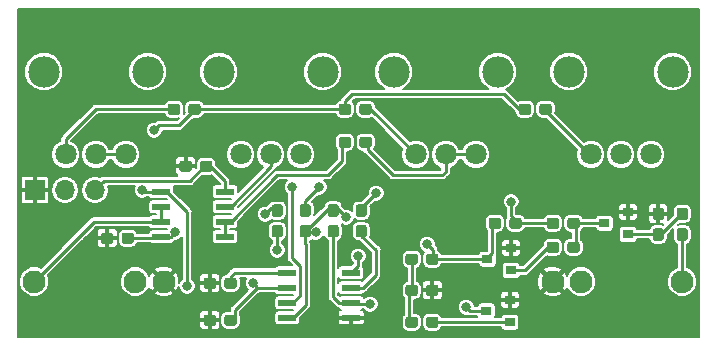
<source format=gbr>
G04 #@! TF.GenerationSoftware,KiCad,Pcbnew,(5.0.1)-4*
G04 #@! TF.CreationDate,2019-01-08T00:24:24+01:00*
G04 #@! TF.ProjectId,1U ADSR,315520414453522E6B696361645F7063,rev?*
G04 #@! TF.SameCoordinates,Original*
G04 #@! TF.FileFunction,Copper,L1,Top,Signal*
G04 #@! TF.FilePolarity,Positive*
%FSLAX46Y46*%
G04 Gerber Fmt 4.6, Leading zero omitted, Abs format (unit mm)*
G04 Created by KiCad (PCBNEW (5.0.1)-4) date 01/08/19 00:24:24*
%MOMM*%
%LPD*%
G01*
G04 APERTURE LIST*
G04 #@! TA.AperFunction,Conductor*
%ADD10C,0.100000*%
G04 #@! TD*
G04 #@! TA.AperFunction,SMDPad,CuDef*
%ADD11C,0.950000*%
G04 #@! TD*
G04 #@! TA.AperFunction,ComponentPad*
%ADD12C,1.930400*%
G04 #@! TD*
G04 #@! TA.AperFunction,ComponentPad*
%ADD13R,1.700000X1.700000*%
G04 #@! TD*
G04 #@! TA.AperFunction,ComponentPad*
%ADD14O,1.700000X1.700000*%
G04 #@! TD*
G04 #@! TA.AperFunction,SMDPad,CuDef*
%ADD15R,0.900000X0.800000*%
G04 #@! TD*
G04 #@! TA.AperFunction,ComponentPad*
%ADD16C,2.667000*%
G04 #@! TD*
G04 #@! TA.AperFunction,ComponentPad*
%ADD17C,1.803400*%
G04 #@! TD*
G04 #@! TA.AperFunction,SMDPad,CuDef*
%ADD18R,1.550000X0.600000*%
G04 #@! TD*
G04 #@! TA.AperFunction,ViaPad*
%ADD19C,0.800000*%
G04 #@! TD*
G04 #@! TA.AperFunction,Conductor*
%ADD20C,0.250000*%
G04 #@! TD*
G04 #@! TA.AperFunction,Conductor*
%ADD21C,0.127000*%
G04 #@! TD*
G04 APERTURE END LIST*
D10*
G04 #@! TO.N,Net-(C1-Pad1)*
G04 #@! TO.C,C1*
G36*
X58175779Y-52866144D02*
X58198834Y-52869563D01*
X58221443Y-52875227D01*
X58243387Y-52883079D01*
X58264457Y-52893044D01*
X58284448Y-52905026D01*
X58303168Y-52918910D01*
X58320438Y-52934562D01*
X58336090Y-52951832D01*
X58349974Y-52970552D01*
X58361956Y-52990543D01*
X58371921Y-53011613D01*
X58379773Y-53033557D01*
X58385437Y-53056166D01*
X58388856Y-53079221D01*
X58390000Y-53102500D01*
X58390000Y-53577500D01*
X58388856Y-53600779D01*
X58385437Y-53623834D01*
X58379773Y-53646443D01*
X58371921Y-53668387D01*
X58361956Y-53689457D01*
X58349974Y-53709448D01*
X58336090Y-53728168D01*
X58320438Y-53745438D01*
X58303168Y-53761090D01*
X58284448Y-53774974D01*
X58264457Y-53786956D01*
X58243387Y-53796921D01*
X58221443Y-53804773D01*
X58198834Y-53810437D01*
X58175779Y-53813856D01*
X58152500Y-53815000D01*
X57577500Y-53815000D01*
X57554221Y-53813856D01*
X57531166Y-53810437D01*
X57508557Y-53804773D01*
X57486613Y-53796921D01*
X57465543Y-53786956D01*
X57445552Y-53774974D01*
X57426832Y-53761090D01*
X57409562Y-53745438D01*
X57393910Y-53728168D01*
X57380026Y-53709448D01*
X57368044Y-53689457D01*
X57358079Y-53668387D01*
X57350227Y-53646443D01*
X57344563Y-53623834D01*
X57341144Y-53600779D01*
X57340000Y-53577500D01*
X57340000Y-53102500D01*
X57341144Y-53079221D01*
X57344563Y-53056166D01*
X57350227Y-53033557D01*
X57358079Y-53011613D01*
X57368044Y-52990543D01*
X57380026Y-52970552D01*
X57393910Y-52951832D01*
X57409562Y-52934562D01*
X57426832Y-52918910D01*
X57445552Y-52905026D01*
X57465543Y-52893044D01*
X57486613Y-52883079D01*
X57508557Y-52875227D01*
X57531166Y-52869563D01*
X57554221Y-52866144D01*
X57577500Y-52865000D01*
X58152500Y-52865000D01*
X58175779Y-52866144D01*
X58175779Y-52866144D01*
G37*
D11*
G04 #@! TD*
G04 #@! TO.P,C1,1*
G04 #@! TO.N,Net-(C1-Pad1)*
X57865000Y-53340000D03*
D10*
G04 #@! TO.N,Net-(C1-Pad2)*
G04 #@! TO.C,C1*
G36*
X59925779Y-52866144D02*
X59948834Y-52869563D01*
X59971443Y-52875227D01*
X59993387Y-52883079D01*
X60014457Y-52893044D01*
X60034448Y-52905026D01*
X60053168Y-52918910D01*
X60070438Y-52934562D01*
X60086090Y-52951832D01*
X60099974Y-52970552D01*
X60111956Y-52990543D01*
X60121921Y-53011613D01*
X60129773Y-53033557D01*
X60135437Y-53056166D01*
X60138856Y-53079221D01*
X60140000Y-53102500D01*
X60140000Y-53577500D01*
X60138856Y-53600779D01*
X60135437Y-53623834D01*
X60129773Y-53646443D01*
X60121921Y-53668387D01*
X60111956Y-53689457D01*
X60099974Y-53709448D01*
X60086090Y-53728168D01*
X60070438Y-53745438D01*
X60053168Y-53761090D01*
X60034448Y-53774974D01*
X60014457Y-53786956D01*
X59993387Y-53796921D01*
X59971443Y-53804773D01*
X59948834Y-53810437D01*
X59925779Y-53813856D01*
X59902500Y-53815000D01*
X59327500Y-53815000D01*
X59304221Y-53813856D01*
X59281166Y-53810437D01*
X59258557Y-53804773D01*
X59236613Y-53796921D01*
X59215543Y-53786956D01*
X59195552Y-53774974D01*
X59176832Y-53761090D01*
X59159562Y-53745438D01*
X59143910Y-53728168D01*
X59130026Y-53709448D01*
X59118044Y-53689457D01*
X59108079Y-53668387D01*
X59100227Y-53646443D01*
X59094563Y-53623834D01*
X59091144Y-53600779D01*
X59090000Y-53577500D01*
X59090000Y-53102500D01*
X59091144Y-53079221D01*
X59094563Y-53056166D01*
X59100227Y-53033557D01*
X59108079Y-53011613D01*
X59118044Y-52990543D01*
X59130026Y-52970552D01*
X59143910Y-52951832D01*
X59159562Y-52934562D01*
X59176832Y-52918910D01*
X59195552Y-52905026D01*
X59215543Y-52893044D01*
X59236613Y-52883079D01*
X59258557Y-52875227D01*
X59281166Y-52869563D01*
X59304221Y-52866144D01*
X59327500Y-52865000D01*
X59902500Y-52865000D01*
X59925779Y-52866144D01*
X59925779Y-52866144D01*
G37*
D11*
G04 #@! TD*
G04 #@! TO.P,C1,2*
G04 #@! TO.N,Net-(C1-Pad2)*
X59615000Y-53340000D03*
D10*
G04 #@! TO.N,GND*
G04 #@! TO.C,C2*
G36*
X41091779Y-54898144D02*
X41114834Y-54901563D01*
X41137443Y-54907227D01*
X41159387Y-54915079D01*
X41180457Y-54925044D01*
X41200448Y-54937026D01*
X41219168Y-54950910D01*
X41236438Y-54966562D01*
X41252090Y-54983832D01*
X41265974Y-55002552D01*
X41277956Y-55022543D01*
X41287921Y-55043613D01*
X41295773Y-55065557D01*
X41301437Y-55088166D01*
X41304856Y-55111221D01*
X41306000Y-55134500D01*
X41306000Y-55609500D01*
X41304856Y-55632779D01*
X41301437Y-55655834D01*
X41295773Y-55678443D01*
X41287921Y-55700387D01*
X41277956Y-55721457D01*
X41265974Y-55741448D01*
X41252090Y-55760168D01*
X41236438Y-55777438D01*
X41219168Y-55793090D01*
X41200448Y-55806974D01*
X41180457Y-55818956D01*
X41159387Y-55828921D01*
X41137443Y-55836773D01*
X41114834Y-55842437D01*
X41091779Y-55845856D01*
X41068500Y-55847000D01*
X40493500Y-55847000D01*
X40470221Y-55845856D01*
X40447166Y-55842437D01*
X40424557Y-55836773D01*
X40402613Y-55828921D01*
X40381543Y-55818956D01*
X40361552Y-55806974D01*
X40342832Y-55793090D01*
X40325562Y-55777438D01*
X40309910Y-55760168D01*
X40296026Y-55741448D01*
X40284044Y-55721457D01*
X40274079Y-55700387D01*
X40266227Y-55678443D01*
X40260563Y-55655834D01*
X40257144Y-55632779D01*
X40256000Y-55609500D01*
X40256000Y-55134500D01*
X40257144Y-55111221D01*
X40260563Y-55088166D01*
X40266227Y-55065557D01*
X40274079Y-55043613D01*
X40284044Y-55022543D01*
X40296026Y-55002552D01*
X40309910Y-54983832D01*
X40325562Y-54966562D01*
X40342832Y-54950910D01*
X40361552Y-54937026D01*
X40381543Y-54925044D01*
X40402613Y-54915079D01*
X40424557Y-54907227D01*
X40447166Y-54901563D01*
X40470221Y-54898144D01*
X40493500Y-54897000D01*
X41068500Y-54897000D01*
X41091779Y-54898144D01*
X41091779Y-54898144D01*
G37*
D11*
G04 #@! TD*
G04 #@! TO.P,C2,1*
G04 #@! TO.N,GND*
X40781000Y-55372000D03*
D10*
G04 #@! TO.N,Net-(C2-Pad2)*
G04 #@! TO.C,C2*
G36*
X42841779Y-54898144D02*
X42864834Y-54901563D01*
X42887443Y-54907227D01*
X42909387Y-54915079D01*
X42930457Y-54925044D01*
X42950448Y-54937026D01*
X42969168Y-54950910D01*
X42986438Y-54966562D01*
X43002090Y-54983832D01*
X43015974Y-55002552D01*
X43027956Y-55022543D01*
X43037921Y-55043613D01*
X43045773Y-55065557D01*
X43051437Y-55088166D01*
X43054856Y-55111221D01*
X43056000Y-55134500D01*
X43056000Y-55609500D01*
X43054856Y-55632779D01*
X43051437Y-55655834D01*
X43045773Y-55678443D01*
X43037921Y-55700387D01*
X43027956Y-55721457D01*
X43015974Y-55741448D01*
X43002090Y-55760168D01*
X42986438Y-55777438D01*
X42969168Y-55793090D01*
X42950448Y-55806974D01*
X42930457Y-55818956D01*
X42909387Y-55828921D01*
X42887443Y-55836773D01*
X42864834Y-55842437D01*
X42841779Y-55845856D01*
X42818500Y-55847000D01*
X42243500Y-55847000D01*
X42220221Y-55845856D01*
X42197166Y-55842437D01*
X42174557Y-55836773D01*
X42152613Y-55828921D01*
X42131543Y-55818956D01*
X42111552Y-55806974D01*
X42092832Y-55793090D01*
X42075562Y-55777438D01*
X42059910Y-55760168D01*
X42046026Y-55741448D01*
X42034044Y-55721457D01*
X42024079Y-55700387D01*
X42016227Y-55678443D01*
X42010563Y-55655834D01*
X42007144Y-55632779D01*
X42006000Y-55609500D01*
X42006000Y-55134500D01*
X42007144Y-55111221D01*
X42010563Y-55088166D01*
X42016227Y-55065557D01*
X42024079Y-55043613D01*
X42034044Y-55022543D01*
X42046026Y-55002552D01*
X42059910Y-54983832D01*
X42075562Y-54966562D01*
X42092832Y-54950910D01*
X42111552Y-54937026D01*
X42131543Y-54925044D01*
X42152613Y-54915079D01*
X42174557Y-54907227D01*
X42197166Y-54901563D01*
X42220221Y-54898144D01*
X42243500Y-54897000D01*
X42818500Y-54897000D01*
X42841779Y-54898144D01*
X42841779Y-54898144D01*
G37*
D11*
G04 #@! TD*
G04 #@! TO.P,C2,2*
G04 #@! TO.N,Net-(C2-Pad2)*
X42531000Y-55372000D03*
D10*
G04 #@! TO.N,Net-(C3-Pad2)*
G04 #@! TO.C,C3*
G36*
X42841779Y-58030144D02*
X42864834Y-58033563D01*
X42887443Y-58039227D01*
X42909387Y-58047079D01*
X42930457Y-58057044D01*
X42950448Y-58069026D01*
X42969168Y-58082910D01*
X42986438Y-58098562D01*
X43002090Y-58115832D01*
X43015974Y-58134552D01*
X43027956Y-58154543D01*
X43037921Y-58175613D01*
X43045773Y-58197557D01*
X43051437Y-58220166D01*
X43054856Y-58243221D01*
X43056000Y-58266500D01*
X43056000Y-58741500D01*
X43054856Y-58764779D01*
X43051437Y-58787834D01*
X43045773Y-58810443D01*
X43037921Y-58832387D01*
X43027956Y-58853457D01*
X43015974Y-58873448D01*
X43002090Y-58892168D01*
X42986438Y-58909438D01*
X42969168Y-58925090D01*
X42950448Y-58938974D01*
X42930457Y-58950956D01*
X42909387Y-58960921D01*
X42887443Y-58968773D01*
X42864834Y-58974437D01*
X42841779Y-58977856D01*
X42818500Y-58979000D01*
X42243500Y-58979000D01*
X42220221Y-58977856D01*
X42197166Y-58974437D01*
X42174557Y-58968773D01*
X42152613Y-58960921D01*
X42131543Y-58950956D01*
X42111552Y-58938974D01*
X42092832Y-58925090D01*
X42075562Y-58909438D01*
X42059910Y-58892168D01*
X42046026Y-58873448D01*
X42034044Y-58853457D01*
X42024079Y-58832387D01*
X42016227Y-58810443D01*
X42010563Y-58787834D01*
X42007144Y-58764779D01*
X42006000Y-58741500D01*
X42006000Y-58266500D01*
X42007144Y-58243221D01*
X42010563Y-58220166D01*
X42016227Y-58197557D01*
X42024079Y-58175613D01*
X42034044Y-58154543D01*
X42046026Y-58134552D01*
X42059910Y-58115832D01*
X42075562Y-58098562D01*
X42092832Y-58082910D01*
X42111552Y-58069026D01*
X42131543Y-58057044D01*
X42152613Y-58047079D01*
X42174557Y-58039227D01*
X42197166Y-58033563D01*
X42220221Y-58030144D01*
X42243500Y-58029000D01*
X42818500Y-58029000D01*
X42841779Y-58030144D01*
X42841779Y-58030144D01*
G37*
D11*
G04 #@! TD*
G04 #@! TO.P,C3,2*
G04 #@! TO.N,Net-(C3-Pad2)*
X42531000Y-58504000D03*
D10*
G04 #@! TO.N,GND*
G04 #@! TO.C,C3*
G36*
X41091779Y-58030144D02*
X41114834Y-58033563D01*
X41137443Y-58039227D01*
X41159387Y-58047079D01*
X41180457Y-58057044D01*
X41200448Y-58069026D01*
X41219168Y-58082910D01*
X41236438Y-58098562D01*
X41252090Y-58115832D01*
X41265974Y-58134552D01*
X41277956Y-58154543D01*
X41287921Y-58175613D01*
X41295773Y-58197557D01*
X41301437Y-58220166D01*
X41304856Y-58243221D01*
X41306000Y-58266500D01*
X41306000Y-58741500D01*
X41304856Y-58764779D01*
X41301437Y-58787834D01*
X41295773Y-58810443D01*
X41287921Y-58832387D01*
X41277956Y-58853457D01*
X41265974Y-58873448D01*
X41252090Y-58892168D01*
X41236438Y-58909438D01*
X41219168Y-58925090D01*
X41200448Y-58938974D01*
X41180457Y-58950956D01*
X41159387Y-58960921D01*
X41137443Y-58968773D01*
X41114834Y-58974437D01*
X41091779Y-58977856D01*
X41068500Y-58979000D01*
X40493500Y-58979000D01*
X40470221Y-58977856D01*
X40447166Y-58974437D01*
X40424557Y-58968773D01*
X40402613Y-58960921D01*
X40381543Y-58950956D01*
X40361552Y-58938974D01*
X40342832Y-58925090D01*
X40325562Y-58909438D01*
X40309910Y-58892168D01*
X40296026Y-58873448D01*
X40284044Y-58853457D01*
X40274079Y-58832387D01*
X40266227Y-58810443D01*
X40260563Y-58787834D01*
X40257144Y-58764779D01*
X40256000Y-58741500D01*
X40256000Y-58266500D01*
X40257144Y-58243221D01*
X40260563Y-58220166D01*
X40266227Y-58197557D01*
X40274079Y-58175613D01*
X40284044Y-58154543D01*
X40296026Y-58134552D01*
X40309910Y-58115832D01*
X40325562Y-58098562D01*
X40342832Y-58082910D01*
X40361552Y-58069026D01*
X40381543Y-58057044D01*
X40402613Y-58047079D01*
X40424557Y-58039227D01*
X40447166Y-58033563D01*
X40470221Y-58030144D01*
X40493500Y-58029000D01*
X41068500Y-58029000D01*
X41091779Y-58030144D01*
X41091779Y-58030144D01*
G37*
D11*
G04 #@! TD*
G04 #@! TO.P,C3,1*
G04 #@! TO.N,GND*
X40781000Y-58504000D03*
D10*
G04 #@! TO.N,GND*
G04 #@! TO.C,C4*
G36*
X32389779Y-51088144D02*
X32412834Y-51091563D01*
X32435443Y-51097227D01*
X32457387Y-51105079D01*
X32478457Y-51115044D01*
X32498448Y-51127026D01*
X32517168Y-51140910D01*
X32534438Y-51156562D01*
X32550090Y-51173832D01*
X32563974Y-51192552D01*
X32575956Y-51212543D01*
X32585921Y-51233613D01*
X32593773Y-51255557D01*
X32599437Y-51278166D01*
X32602856Y-51301221D01*
X32604000Y-51324500D01*
X32604000Y-51799500D01*
X32602856Y-51822779D01*
X32599437Y-51845834D01*
X32593773Y-51868443D01*
X32585921Y-51890387D01*
X32575956Y-51911457D01*
X32563974Y-51931448D01*
X32550090Y-51950168D01*
X32534438Y-51967438D01*
X32517168Y-51983090D01*
X32498448Y-51996974D01*
X32478457Y-52008956D01*
X32457387Y-52018921D01*
X32435443Y-52026773D01*
X32412834Y-52032437D01*
X32389779Y-52035856D01*
X32366500Y-52037000D01*
X31791500Y-52037000D01*
X31768221Y-52035856D01*
X31745166Y-52032437D01*
X31722557Y-52026773D01*
X31700613Y-52018921D01*
X31679543Y-52008956D01*
X31659552Y-51996974D01*
X31640832Y-51983090D01*
X31623562Y-51967438D01*
X31607910Y-51950168D01*
X31594026Y-51931448D01*
X31582044Y-51911457D01*
X31572079Y-51890387D01*
X31564227Y-51868443D01*
X31558563Y-51845834D01*
X31555144Y-51822779D01*
X31554000Y-51799500D01*
X31554000Y-51324500D01*
X31555144Y-51301221D01*
X31558563Y-51278166D01*
X31564227Y-51255557D01*
X31572079Y-51233613D01*
X31582044Y-51212543D01*
X31594026Y-51192552D01*
X31607910Y-51173832D01*
X31623562Y-51156562D01*
X31640832Y-51140910D01*
X31659552Y-51127026D01*
X31679543Y-51115044D01*
X31700613Y-51105079D01*
X31722557Y-51097227D01*
X31745166Y-51091563D01*
X31768221Y-51088144D01*
X31791500Y-51087000D01*
X32366500Y-51087000D01*
X32389779Y-51088144D01*
X32389779Y-51088144D01*
G37*
D11*
G04 #@! TD*
G04 #@! TO.P,C4,1*
G04 #@! TO.N,GND*
X32079000Y-51562000D03*
D10*
G04 #@! TO.N,+12V*
G04 #@! TO.C,C4*
G36*
X34139779Y-51088144D02*
X34162834Y-51091563D01*
X34185443Y-51097227D01*
X34207387Y-51105079D01*
X34228457Y-51115044D01*
X34248448Y-51127026D01*
X34267168Y-51140910D01*
X34284438Y-51156562D01*
X34300090Y-51173832D01*
X34313974Y-51192552D01*
X34325956Y-51212543D01*
X34335921Y-51233613D01*
X34343773Y-51255557D01*
X34349437Y-51278166D01*
X34352856Y-51301221D01*
X34354000Y-51324500D01*
X34354000Y-51799500D01*
X34352856Y-51822779D01*
X34349437Y-51845834D01*
X34343773Y-51868443D01*
X34335921Y-51890387D01*
X34325956Y-51911457D01*
X34313974Y-51931448D01*
X34300090Y-51950168D01*
X34284438Y-51967438D01*
X34267168Y-51983090D01*
X34248448Y-51996974D01*
X34228457Y-52008956D01*
X34207387Y-52018921D01*
X34185443Y-52026773D01*
X34162834Y-52032437D01*
X34139779Y-52035856D01*
X34116500Y-52037000D01*
X33541500Y-52037000D01*
X33518221Y-52035856D01*
X33495166Y-52032437D01*
X33472557Y-52026773D01*
X33450613Y-52018921D01*
X33429543Y-52008956D01*
X33409552Y-51996974D01*
X33390832Y-51983090D01*
X33373562Y-51967438D01*
X33357910Y-51950168D01*
X33344026Y-51931448D01*
X33332044Y-51911457D01*
X33322079Y-51890387D01*
X33314227Y-51868443D01*
X33308563Y-51845834D01*
X33305144Y-51822779D01*
X33304000Y-51799500D01*
X33304000Y-51324500D01*
X33305144Y-51301221D01*
X33308563Y-51278166D01*
X33314227Y-51255557D01*
X33322079Y-51233613D01*
X33332044Y-51212543D01*
X33344026Y-51192552D01*
X33357910Y-51173832D01*
X33373562Y-51156562D01*
X33390832Y-51140910D01*
X33409552Y-51127026D01*
X33429543Y-51115044D01*
X33450613Y-51105079D01*
X33472557Y-51097227D01*
X33495166Y-51091563D01*
X33518221Y-51088144D01*
X33541500Y-51087000D01*
X34116500Y-51087000D01*
X34139779Y-51088144D01*
X34139779Y-51088144D01*
G37*
D11*
G04 #@! TD*
G04 #@! TO.P,C4,2*
G04 #@! TO.N,+12V*
X33829000Y-51562000D03*
D10*
G04 #@! TO.N,GND*
G04 #@! TO.C,C5*
G36*
X39038579Y-44992144D02*
X39061634Y-44995563D01*
X39084243Y-45001227D01*
X39106187Y-45009079D01*
X39127257Y-45019044D01*
X39147248Y-45031026D01*
X39165968Y-45044910D01*
X39183238Y-45060562D01*
X39198890Y-45077832D01*
X39212774Y-45096552D01*
X39224756Y-45116543D01*
X39234721Y-45137613D01*
X39242573Y-45159557D01*
X39248237Y-45182166D01*
X39251656Y-45205221D01*
X39252800Y-45228500D01*
X39252800Y-45703500D01*
X39251656Y-45726779D01*
X39248237Y-45749834D01*
X39242573Y-45772443D01*
X39234721Y-45794387D01*
X39224756Y-45815457D01*
X39212774Y-45835448D01*
X39198890Y-45854168D01*
X39183238Y-45871438D01*
X39165968Y-45887090D01*
X39147248Y-45900974D01*
X39127257Y-45912956D01*
X39106187Y-45922921D01*
X39084243Y-45930773D01*
X39061634Y-45936437D01*
X39038579Y-45939856D01*
X39015300Y-45941000D01*
X38440300Y-45941000D01*
X38417021Y-45939856D01*
X38393966Y-45936437D01*
X38371357Y-45930773D01*
X38349413Y-45922921D01*
X38328343Y-45912956D01*
X38308352Y-45900974D01*
X38289632Y-45887090D01*
X38272362Y-45871438D01*
X38256710Y-45854168D01*
X38242826Y-45835448D01*
X38230844Y-45815457D01*
X38220879Y-45794387D01*
X38213027Y-45772443D01*
X38207363Y-45749834D01*
X38203944Y-45726779D01*
X38202800Y-45703500D01*
X38202800Y-45228500D01*
X38203944Y-45205221D01*
X38207363Y-45182166D01*
X38213027Y-45159557D01*
X38220879Y-45137613D01*
X38230844Y-45116543D01*
X38242826Y-45096552D01*
X38256710Y-45077832D01*
X38272362Y-45060562D01*
X38289632Y-45044910D01*
X38308352Y-45031026D01*
X38328343Y-45019044D01*
X38349413Y-45009079D01*
X38371357Y-45001227D01*
X38393966Y-44995563D01*
X38417021Y-44992144D01*
X38440300Y-44991000D01*
X39015300Y-44991000D01*
X39038579Y-44992144D01*
X39038579Y-44992144D01*
G37*
D11*
G04 #@! TD*
G04 #@! TO.P,C5,2*
G04 #@! TO.N,GND*
X38727800Y-45466000D03*
D10*
G04 #@! TO.N,-12V*
G04 #@! TO.C,C5*
G36*
X40788579Y-44992144D02*
X40811634Y-44995563D01*
X40834243Y-45001227D01*
X40856187Y-45009079D01*
X40877257Y-45019044D01*
X40897248Y-45031026D01*
X40915968Y-45044910D01*
X40933238Y-45060562D01*
X40948890Y-45077832D01*
X40962774Y-45096552D01*
X40974756Y-45116543D01*
X40984721Y-45137613D01*
X40992573Y-45159557D01*
X40998237Y-45182166D01*
X41001656Y-45205221D01*
X41002800Y-45228500D01*
X41002800Y-45703500D01*
X41001656Y-45726779D01*
X40998237Y-45749834D01*
X40992573Y-45772443D01*
X40984721Y-45794387D01*
X40974756Y-45815457D01*
X40962774Y-45835448D01*
X40948890Y-45854168D01*
X40933238Y-45871438D01*
X40915968Y-45887090D01*
X40897248Y-45900974D01*
X40877257Y-45912956D01*
X40856187Y-45922921D01*
X40834243Y-45930773D01*
X40811634Y-45936437D01*
X40788579Y-45939856D01*
X40765300Y-45941000D01*
X40190300Y-45941000D01*
X40167021Y-45939856D01*
X40143966Y-45936437D01*
X40121357Y-45930773D01*
X40099413Y-45922921D01*
X40078343Y-45912956D01*
X40058352Y-45900974D01*
X40039632Y-45887090D01*
X40022362Y-45871438D01*
X40006710Y-45854168D01*
X39992826Y-45835448D01*
X39980844Y-45815457D01*
X39970879Y-45794387D01*
X39963027Y-45772443D01*
X39957363Y-45749834D01*
X39953944Y-45726779D01*
X39952800Y-45703500D01*
X39952800Y-45228500D01*
X39953944Y-45205221D01*
X39957363Y-45182166D01*
X39963027Y-45159557D01*
X39970879Y-45137613D01*
X39980844Y-45116543D01*
X39992826Y-45096552D01*
X40006710Y-45077832D01*
X40022362Y-45060562D01*
X40039632Y-45044910D01*
X40058352Y-45031026D01*
X40078343Y-45019044D01*
X40099413Y-45009079D01*
X40121357Y-45001227D01*
X40143966Y-44995563D01*
X40167021Y-44992144D01*
X40190300Y-44991000D01*
X40765300Y-44991000D01*
X40788579Y-44992144D01*
X40788579Y-44992144D01*
G37*
D11*
G04 #@! TD*
G04 #@! TO.P,C5,1*
G04 #@! TO.N,-12V*
X40477800Y-45466000D03*
D10*
G04 #@! TO.N,Net-(D1-Pad1)*
G04 #@! TO.C,D1*
G36*
X79000779Y-50731144D02*
X79023834Y-50734563D01*
X79046443Y-50740227D01*
X79068387Y-50748079D01*
X79089457Y-50758044D01*
X79109448Y-50770026D01*
X79128168Y-50783910D01*
X79145438Y-50799562D01*
X79161090Y-50816832D01*
X79174974Y-50835552D01*
X79186956Y-50855543D01*
X79196921Y-50876613D01*
X79204773Y-50898557D01*
X79210437Y-50921166D01*
X79213856Y-50944221D01*
X79215000Y-50967500D01*
X79215000Y-51542500D01*
X79213856Y-51565779D01*
X79210437Y-51588834D01*
X79204773Y-51611443D01*
X79196921Y-51633387D01*
X79186956Y-51654457D01*
X79174974Y-51674448D01*
X79161090Y-51693168D01*
X79145438Y-51710438D01*
X79128168Y-51726090D01*
X79109448Y-51739974D01*
X79089457Y-51751956D01*
X79068387Y-51761921D01*
X79046443Y-51769773D01*
X79023834Y-51775437D01*
X79000779Y-51778856D01*
X78977500Y-51780000D01*
X78502500Y-51780000D01*
X78479221Y-51778856D01*
X78456166Y-51775437D01*
X78433557Y-51769773D01*
X78411613Y-51761921D01*
X78390543Y-51751956D01*
X78370552Y-51739974D01*
X78351832Y-51726090D01*
X78334562Y-51710438D01*
X78318910Y-51693168D01*
X78305026Y-51674448D01*
X78293044Y-51654457D01*
X78283079Y-51633387D01*
X78275227Y-51611443D01*
X78269563Y-51588834D01*
X78266144Y-51565779D01*
X78265000Y-51542500D01*
X78265000Y-50967500D01*
X78266144Y-50944221D01*
X78269563Y-50921166D01*
X78275227Y-50898557D01*
X78283079Y-50876613D01*
X78293044Y-50855543D01*
X78305026Y-50835552D01*
X78318910Y-50816832D01*
X78334562Y-50799562D01*
X78351832Y-50783910D01*
X78370552Y-50770026D01*
X78390543Y-50758044D01*
X78411613Y-50748079D01*
X78433557Y-50740227D01*
X78456166Y-50734563D01*
X78479221Y-50731144D01*
X78502500Y-50730000D01*
X78977500Y-50730000D01*
X79000779Y-50731144D01*
X79000779Y-50731144D01*
G37*
D11*
G04 #@! TD*
G04 #@! TO.P,D1,1*
G04 #@! TO.N,Net-(D1-Pad1)*
X78740000Y-51255000D03*
D10*
G04 #@! TO.N,GND*
G04 #@! TO.C,D1*
G36*
X79000779Y-48981144D02*
X79023834Y-48984563D01*
X79046443Y-48990227D01*
X79068387Y-48998079D01*
X79089457Y-49008044D01*
X79109448Y-49020026D01*
X79128168Y-49033910D01*
X79145438Y-49049562D01*
X79161090Y-49066832D01*
X79174974Y-49085552D01*
X79186956Y-49105543D01*
X79196921Y-49126613D01*
X79204773Y-49148557D01*
X79210437Y-49171166D01*
X79213856Y-49194221D01*
X79215000Y-49217500D01*
X79215000Y-49792500D01*
X79213856Y-49815779D01*
X79210437Y-49838834D01*
X79204773Y-49861443D01*
X79196921Y-49883387D01*
X79186956Y-49904457D01*
X79174974Y-49924448D01*
X79161090Y-49943168D01*
X79145438Y-49960438D01*
X79128168Y-49976090D01*
X79109448Y-49989974D01*
X79089457Y-50001956D01*
X79068387Y-50011921D01*
X79046443Y-50019773D01*
X79023834Y-50025437D01*
X79000779Y-50028856D01*
X78977500Y-50030000D01*
X78502500Y-50030000D01*
X78479221Y-50028856D01*
X78456166Y-50025437D01*
X78433557Y-50019773D01*
X78411613Y-50011921D01*
X78390543Y-50001956D01*
X78370552Y-49989974D01*
X78351832Y-49976090D01*
X78334562Y-49960438D01*
X78318910Y-49943168D01*
X78305026Y-49924448D01*
X78293044Y-49904457D01*
X78283079Y-49883387D01*
X78275227Y-49861443D01*
X78269563Y-49838834D01*
X78266144Y-49815779D01*
X78265000Y-49792500D01*
X78265000Y-49217500D01*
X78266144Y-49194221D01*
X78269563Y-49171166D01*
X78275227Y-49148557D01*
X78283079Y-49126613D01*
X78293044Y-49105543D01*
X78305026Y-49085552D01*
X78318910Y-49066832D01*
X78334562Y-49049562D01*
X78351832Y-49033910D01*
X78370552Y-49020026D01*
X78390543Y-49008044D01*
X78411613Y-48998079D01*
X78433557Y-48990227D01*
X78456166Y-48984563D01*
X78479221Y-48981144D01*
X78502500Y-48980000D01*
X78977500Y-48980000D01*
X79000779Y-48981144D01*
X79000779Y-48981144D01*
G37*
D11*
G04 #@! TD*
G04 #@! TO.P,D1,2*
G04 #@! TO.N,GND*
X78740000Y-49505000D03*
D10*
G04 #@! TO.N,Net-(C1-Pad1)*
G04 #@! TO.C,D2*
G36*
X58175779Y-55500644D02*
X58198834Y-55504063D01*
X58221443Y-55509727D01*
X58243387Y-55517579D01*
X58264457Y-55527544D01*
X58284448Y-55539526D01*
X58303168Y-55553410D01*
X58320438Y-55569062D01*
X58336090Y-55586332D01*
X58349974Y-55605052D01*
X58361956Y-55625043D01*
X58371921Y-55646113D01*
X58379773Y-55668057D01*
X58385437Y-55690666D01*
X58388856Y-55713721D01*
X58390000Y-55737000D01*
X58390000Y-56212000D01*
X58388856Y-56235279D01*
X58385437Y-56258334D01*
X58379773Y-56280943D01*
X58371921Y-56302887D01*
X58361956Y-56323957D01*
X58349974Y-56343948D01*
X58336090Y-56362668D01*
X58320438Y-56379938D01*
X58303168Y-56395590D01*
X58284448Y-56409474D01*
X58264457Y-56421456D01*
X58243387Y-56431421D01*
X58221443Y-56439273D01*
X58198834Y-56444937D01*
X58175779Y-56448356D01*
X58152500Y-56449500D01*
X57577500Y-56449500D01*
X57554221Y-56448356D01*
X57531166Y-56444937D01*
X57508557Y-56439273D01*
X57486613Y-56431421D01*
X57465543Y-56421456D01*
X57445552Y-56409474D01*
X57426832Y-56395590D01*
X57409562Y-56379938D01*
X57393910Y-56362668D01*
X57380026Y-56343948D01*
X57368044Y-56323957D01*
X57358079Y-56302887D01*
X57350227Y-56280943D01*
X57344563Y-56258334D01*
X57341144Y-56235279D01*
X57340000Y-56212000D01*
X57340000Y-55737000D01*
X57341144Y-55713721D01*
X57344563Y-55690666D01*
X57350227Y-55668057D01*
X57358079Y-55646113D01*
X57368044Y-55625043D01*
X57380026Y-55605052D01*
X57393910Y-55586332D01*
X57409562Y-55569062D01*
X57426832Y-55553410D01*
X57445552Y-55539526D01*
X57465543Y-55527544D01*
X57486613Y-55517579D01*
X57508557Y-55509727D01*
X57531166Y-55504063D01*
X57554221Y-55500644D01*
X57577500Y-55499500D01*
X58152500Y-55499500D01*
X58175779Y-55500644D01*
X58175779Y-55500644D01*
G37*
D11*
G04 #@! TD*
G04 #@! TO.P,D2,1*
G04 #@! TO.N,Net-(C1-Pad1)*
X57865000Y-55974500D03*
D10*
G04 #@! TO.N,GND*
G04 #@! TO.C,D2*
G36*
X59925779Y-55500644D02*
X59948834Y-55504063D01*
X59971443Y-55509727D01*
X59993387Y-55517579D01*
X60014457Y-55527544D01*
X60034448Y-55539526D01*
X60053168Y-55553410D01*
X60070438Y-55569062D01*
X60086090Y-55586332D01*
X60099974Y-55605052D01*
X60111956Y-55625043D01*
X60121921Y-55646113D01*
X60129773Y-55668057D01*
X60135437Y-55690666D01*
X60138856Y-55713721D01*
X60140000Y-55737000D01*
X60140000Y-56212000D01*
X60138856Y-56235279D01*
X60135437Y-56258334D01*
X60129773Y-56280943D01*
X60121921Y-56302887D01*
X60111956Y-56323957D01*
X60099974Y-56343948D01*
X60086090Y-56362668D01*
X60070438Y-56379938D01*
X60053168Y-56395590D01*
X60034448Y-56409474D01*
X60014457Y-56421456D01*
X59993387Y-56431421D01*
X59971443Y-56439273D01*
X59948834Y-56444937D01*
X59925779Y-56448356D01*
X59902500Y-56449500D01*
X59327500Y-56449500D01*
X59304221Y-56448356D01*
X59281166Y-56444937D01*
X59258557Y-56439273D01*
X59236613Y-56431421D01*
X59215543Y-56421456D01*
X59195552Y-56409474D01*
X59176832Y-56395590D01*
X59159562Y-56379938D01*
X59143910Y-56362668D01*
X59130026Y-56343948D01*
X59118044Y-56323957D01*
X59108079Y-56302887D01*
X59100227Y-56280943D01*
X59094563Y-56258334D01*
X59091144Y-56235279D01*
X59090000Y-56212000D01*
X59090000Y-55737000D01*
X59091144Y-55713721D01*
X59094563Y-55690666D01*
X59100227Y-55668057D01*
X59108079Y-55646113D01*
X59118044Y-55625043D01*
X59130026Y-55605052D01*
X59143910Y-55586332D01*
X59159562Y-55569062D01*
X59176832Y-55553410D01*
X59195552Y-55539526D01*
X59215543Y-55527544D01*
X59236613Y-55517579D01*
X59258557Y-55509727D01*
X59281166Y-55504063D01*
X59304221Y-55500644D01*
X59327500Y-55499500D01*
X59902500Y-55499500D01*
X59925779Y-55500644D01*
X59925779Y-55500644D01*
G37*
D11*
G04 #@! TD*
G04 #@! TO.P,D2,2*
G04 #@! TO.N,GND*
X59615000Y-55974500D03*
D10*
G04 #@! TO.N,Net-(C3-Pad2)*
G04 #@! TO.C,D3*
G36*
X39793779Y-40166144D02*
X39816834Y-40169563D01*
X39839443Y-40175227D01*
X39861387Y-40183079D01*
X39882457Y-40193044D01*
X39902448Y-40205026D01*
X39921168Y-40218910D01*
X39938438Y-40234562D01*
X39954090Y-40251832D01*
X39967974Y-40270552D01*
X39979956Y-40290543D01*
X39989921Y-40311613D01*
X39997773Y-40333557D01*
X40003437Y-40356166D01*
X40006856Y-40379221D01*
X40008000Y-40402500D01*
X40008000Y-40877500D01*
X40006856Y-40900779D01*
X40003437Y-40923834D01*
X39997773Y-40946443D01*
X39989921Y-40968387D01*
X39979956Y-40989457D01*
X39967974Y-41009448D01*
X39954090Y-41028168D01*
X39938438Y-41045438D01*
X39921168Y-41061090D01*
X39902448Y-41074974D01*
X39882457Y-41086956D01*
X39861387Y-41096921D01*
X39839443Y-41104773D01*
X39816834Y-41110437D01*
X39793779Y-41113856D01*
X39770500Y-41115000D01*
X39195500Y-41115000D01*
X39172221Y-41113856D01*
X39149166Y-41110437D01*
X39126557Y-41104773D01*
X39104613Y-41096921D01*
X39083543Y-41086956D01*
X39063552Y-41074974D01*
X39044832Y-41061090D01*
X39027562Y-41045438D01*
X39011910Y-41028168D01*
X38998026Y-41009448D01*
X38986044Y-40989457D01*
X38976079Y-40968387D01*
X38968227Y-40946443D01*
X38962563Y-40923834D01*
X38959144Y-40900779D01*
X38958000Y-40877500D01*
X38958000Y-40402500D01*
X38959144Y-40379221D01*
X38962563Y-40356166D01*
X38968227Y-40333557D01*
X38976079Y-40311613D01*
X38986044Y-40290543D01*
X38998026Y-40270552D01*
X39011910Y-40251832D01*
X39027562Y-40234562D01*
X39044832Y-40218910D01*
X39063552Y-40205026D01*
X39083543Y-40193044D01*
X39104613Y-40183079D01*
X39126557Y-40175227D01*
X39149166Y-40169563D01*
X39172221Y-40166144D01*
X39195500Y-40165000D01*
X39770500Y-40165000D01*
X39793779Y-40166144D01*
X39793779Y-40166144D01*
G37*
D11*
G04 #@! TD*
G04 #@! TO.P,D3,2*
G04 #@! TO.N,Net-(C3-Pad2)*
X39483000Y-40640000D03*
D10*
G04 #@! TO.N,Net-(D3-Pad1)*
G04 #@! TO.C,D3*
G36*
X38043779Y-40166144D02*
X38066834Y-40169563D01*
X38089443Y-40175227D01*
X38111387Y-40183079D01*
X38132457Y-40193044D01*
X38152448Y-40205026D01*
X38171168Y-40218910D01*
X38188438Y-40234562D01*
X38204090Y-40251832D01*
X38217974Y-40270552D01*
X38229956Y-40290543D01*
X38239921Y-40311613D01*
X38247773Y-40333557D01*
X38253437Y-40356166D01*
X38256856Y-40379221D01*
X38258000Y-40402500D01*
X38258000Y-40877500D01*
X38256856Y-40900779D01*
X38253437Y-40923834D01*
X38247773Y-40946443D01*
X38239921Y-40968387D01*
X38229956Y-40989457D01*
X38217974Y-41009448D01*
X38204090Y-41028168D01*
X38188438Y-41045438D01*
X38171168Y-41061090D01*
X38152448Y-41074974D01*
X38132457Y-41086956D01*
X38111387Y-41096921D01*
X38089443Y-41104773D01*
X38066834Y-41110437D01*
X38043779Y-41113856D01*
X38020500Y-41115000D01*
X37445500Y-41115000D01*
X37422221Y-41113856D01*
X37399166Y-41110437D01*
X37376557Y-41104773D01*
X37354613Y-41096921D01*
X37333543Y-41086956D01*
X37313552Y-41074974D01*
X37294832Y-41061090D01*
X37277562Y-41045438D01*
X37261910Y-41028168D01*
X37248026Y-41009448D01*
X37236044Y-40989457D01*
X37226079Y-40968387D01*
X37218227Y-40946443D01*
X37212563Y-40923834D01*
X37209144Y-40900779D01*
X37208000Y-40877500D01*
X37208000Y-40402500D01*
X37209144Y-40379221D01*
X37212563Y-40356166D01*
X37218227Y-40333557D01*
X37226079Y-40311613D01*
X37236044Y-40290543D01*
X37248026Y-40270552D01*
X37261910Y-40251832D01*
X37277562Y-40234562D01*
X37294832Y-40218910D01*
X37313552Y-40205026D01*
X37333543Y-40193044D01*
X37354613Y-40183079D01*
X37376557Y-40175227D01*
X37399166Y-40169563D01*
X37422221Y-40166144D01*
X37445500Y-40165000D01*
X38020500Y-40165000D01*
X38043779Y-40166144D01*
X38043779Y-40166144D01*
G37*
D11*
G04 #@! TD*
G04 #@! TO.P,D3,1*
G04 #@! TO.N,Net-(D3-Pad1)*
X37733000Y-40640000D03*
D10*
G04 #@! TO.N,Net-(D4-Pad2)*
G04 #@! TO.C,D4*
G36*
X69511779Y-40166144D02*
X69534834Y-40169563D01*
X69557443Y-40175227D01*
X69579387Y-40183079D01*
X69600457Y-40193044D01*
X69620448Y-40205026D01*
X69639168Y-40218910D01*
X69656438Y-40234562D01*
X69672090Y-40251832D01*
X69685974Y-40270552D01*
X69697956Y-40290543D01*
X69707921Y-40311613D01*
X69715773Y-40333557D01*
X69721437Y-40356166D01*
X69724856Y-40379221D01*
X69726000Y-40402500D01*
X69726000Y-40877500D01*
X69724856Y-40900779D01*
X69721437Y-40923834D01*
X69715773Y-40946443D01*
X69707921Y-40968387D01*
X69697956Y-40989457D01*
X69685974Y-41009448D01*
X69672090Y-41028168D01*
X69656438Y-41045438D01*
X69639168Y-41061090D01*
X69620448Y-41074974D01*
X69600457Y-41086956D01*
X69579387Y-41096921D01*
X69557443Y-41104773D01*
X69534834Y-41110437D01*
X69511779Y-41113856D01*
X69488500Y-41115000D01*
X68913500Y-41115000D01*
X68890221Y-41113856D01*
X68867166Y-41110437D01*
X68844557Y-41104773D01*
X68822613Y-41096921D01*
X68801543Y-41086956D01*
X68781552Y-41074974D01*
X68762832Y-41061090D01*
X68745562Y-41045438D01*
X68729910Y-41028168D01*
X68716026Y-41009448D01*
X68704044Y-40989457D01*
X68694079Y-40968387D01*
X68686227Y-40946443D01*
X68680563Y-40923834D01*
X68677144Y-40900779D01*
X68676000Y-40877500D01*
X68676000Y-40402500D01*
X68677144Y-40379221D01*
X68680563Y-40356166D01*
X68686227Y-40333557D01*
X68694079Y-40311613D01*
X68704044Y-40290543D01*
X68716026Y-40270552D01*
X68729910Y-40251832D01*
X68745562Y-40234562D01*
X68762832Y-40218910D01*
X68781552Y-40205026D01*
X68801543Y-40193044D01*
X68822613Y-40183079D01*
X68844557Y-40175227D01*
X68867166Y-40169563D01*
X68890221Y-40166144D01*
X68913500Y-40165000D01*
X69488500Y-40165000D01*
X69511779Y-40166144D01*
X69511779Y-40166144D01*
G37*
D11*
G04 #@! TD*
G04 #@! TO.P,D4,2*
G04 #@! TO.N,Net-(D4-Pad2)*
X69201000Y-40640000D03*
D10*
G04 #@! TO.N,Net-(C3-Pad2)*
G04 #@! TO.C,D4*
G36*
X67761779Y-40166144D02*
X67784834Y-40169563D01*
X67807443Y-40175227D01*
X67829387Y-40183079D01*
X67850457Y-40193044D01*
X67870448Y-40205026D01*
X67889168Y-40218910D01*
X67906438Y-40234562D01*
X67922090Y-40251832D01*
X67935974Y-40270552D01*
X67947956Y-40290543D01*
X67957921Y-40311613D01*
X67965773Y-40333557D01*
X67971437Y-40356166D01*
X67974856Y-40379221D01*
X67976000Y-40402500D01*
X67976000Y-40877500D01*
X67974856Y-40900779D01*
X67971437Y-40923834D01*
X67965773Y-40946443D01*
X67957921Y-40968387D01*
X67947956Y-40989457D01*
X67935974Y-41009448D01*
X67922090Y-41028168D01*
X67906438Y-41045438D01*
X67889168Y-41061090D01*
X67870448Y-41074974D01*
X67850457Y-41086956D01*
X67829387Y-41096921D01*
X67807443Y-41104773D01*
X67784834Y-41110437D01*
X67761779Y-41113856D01*
X67738500Y-41115000D01*
X67163500Y-41115000D01*
X67140221Y-41113856D01*
X67117166Y-41110437D01*
X67094557Y-41104773D01*
X67072613Y-41096921D01*
X67051543Y-41086956D01*
X67031552Y-41074974D01*
X67012832Y-41061090D01*
X66995562Y-41045438D01*
X66979910Y-41028168D01*
X66966026Y-41009448D01*
X66954044Y-40989457D01*
X66944079Y-40968387D01*
X66936227Y-40946443D01*
X66930563Y-40923834D01*
X66927144Y-40900779D01*
X66926000Y-40877500D01*
X66926000Y-40402500D01*
X66927144Y-40379221D01*
X66930563Y-40356166D01*
X66936227Y-40333557D01*
X66944079Y-40311613D01*
X66954044Y-40290543D01*
X66966026Y-40270552D01*
X66979910Y-40251832D01*
X66995562Y-40234562D01*
X67012832Y-40218910D01*
X67031552Y-40205026D01*
X67051543Y-40193044D01*
X67072613Y-40183079D01*
X67094557Y-40175227D01*
X67117166Y-40169563D01*
X67140221Y-40166144D01*
X67163500Y-40165000D01*
X67738500Y-40165000D01*
X67761779Y-40166144D01*
X67761779Y-40166144D01*
G37*
D11*
G04 #@! TD*
G04 #@! TO.P,D4,1*
G04 #@! TO.N,Net-(C3-Pad2)*
X67451000Y-40640000D03*
D10*
G04 #@! TO.N,Net-(D5-Pad1)*
G04 #@! TO.C,D5*
G36*
X54271779Y-40166144D02*
X54294834Y-40169563D01*
X54317443Y-40175227D01*
X54339387Y-40183079D01*
X54360457Y-40193044D01*
X54380448Y-40205026D01*
X54399168Y-40218910D01*
X54416438Y-40234562D01*
X54432090Y-40251832D01*
X54445974Y-40270552D01*
X54457956Y-40290543D01*
X54467921Y-40311613D01*
X54475773Y-40333557D01*
X54481437Y-40356166D01*
X54484856Y-40379221D01*
X54486000Y-40402500D01*
X54486000Y-40877500D01*
X54484856Y-40900779D01*
X54481437Y-40923834D01*
X54475773Y-40946443D01*
X54467921Y-40968387D01*
X54457956Y-40989457D01*
X54445974Y-41009448D01*
X54432090Y-41028168D01*
X54416438Y-41045438D01*
X54399168Y-41061090D01*
X54380448Y-41074974D01*
X54360457Y-41086956D01*
X54339387Y-41096921D01*
X54317443Y-41104773D01*
X54294834Y-41110437D01*
X54271779Y-41113856D01*
X54248500Y-41115000D01*
X53673500Y-41115000D01*
X53650221Y-41113856D01*
X53627166Y-41110437D01*
X53604557Y-41104773D01*
X53582613Y-41096921D01*
X53561543Y-41086956D01*
X53541552Y-41074974D01*
X53522832Y-41061090D01*
X53505562Y-41045438D01*
X53489910Y-41028168D01*
X53476026Y-41009448D01*
X53464044Y-40989457D01*
X53454079Y-40968387D01*
X53446227Y-40946443D01*
X53440563Y-40923834D01*
X53437144Y-40900779D01*
X53436000Y-40877500D01*
X53436000Y-40402500D01*
X53437144Y-40379221D01*
X53440563Y-40356166D01*
X53446227Y-40333557D01*
X53454079Y-40311613D01*
X53464044Y-40290543D01*
X53476026Y-40270552D01*
X53489910Y-40251832D01*
X53505562Y-40234562D01*
X53522832Y-40218910D01*
X53541552Y-40205026D01*
X53561543Y-40193044D01*
X53582613Y-40183079D01*
X53604557Y-40175227D01*
X53627166Y-40169563D01*
X53650221Y-40166144D01*
X53673500Y-40165000D01*
X54248500Y-40165000D01*
X54271779Y-40166144D01*
X54271779Y-40166144D01*
G37*
D11*
G04 #@! TD*
G04 #@! TO.P,D5,1*
G04 #@! TO.N,Net-(D5-Pad1)*
X53961000Y-40640000D03*
D10*
G04 #@! TO.N,Net-(C3-Pad2)*
G04 #@! TO.C,D5*
G36*
X52521779Y-40166144D02*
X52544834Y-40169563D01*
X52567443Y-40175227D01*
X52589387Y-40183079D01*
X52610457Y-40193044D01*
X52630448Y-40205026D01*
X52649168Y-40218910D01*
X52666438Y-40234562D01*
X52682090Y-40251832D01*
X52695974Y-40270552D01*
X52707956Y-40290543D01*
X52717921Y-40311613D01*
X52725773Y-40333557D01*
X52731437Y-40356166D01*
X52734856Y-40379221D01*
X52736000Y-40402500D01*
X52736000Y-40877500D01*
X52734856Y-40900779D01*
X52731437Y-40923834D01*
X52725773Y-40946443D01*
X52717921Y-40968387D01*
X52707956Y-40989457D01*
X52695974Y-41009448D01*
X52682090Y-41028168D01*
X52666438Y-41045438D01*
X52649168Y-41061090D01*
X52630448Y-41074974D01*
X52610457Y-41086956D01*
X52589387Y-41096921D01*
X52567443Y-41104773D01*
X52544834Y-41110437D01*
X52521779Y-41113856D01*
X52498500Y-41115000D01*
X51923500Y-41115000D01*
X51900221Y-41113856D01*
X51877166Y-41110437D01*
X51854557Y-41104773D01*
X51832613Y-41096921D01*
X51811543Y-41086956D01*
X51791552Y-41074974D01*
X51772832Y-41061090D01*
X51755562Y-41045438D01*
X51739910Y-41028168D01*
X51726026Y-41009448D01*
X51714044Y-40989457D01*
X51704079Y-40968387D01*
X51696227Y-40946443D01*
X51690563Y-40923834D01*
X51687144Y-40900779D01*
X51686000Y-40877500D01*
X51686000Y-40402500D01*
X51687144Y-40379221D01*
X51690563Y-40356166D01*
X51696227Y-40333557D01*
X51704079Y-40311613D01*
X51714044Y-40290543D01*
X51726026Y-40270552D01*
X51739910Y-40251832D01*
X51755562Y-40234562D01*
X51772832Y-40218910D01*
X51791552Y-40205026D01*
X51811543Y-40193044D01*
X51832613Y-40183079D01*
X51854557Y-40175227D01*
X51877166Y-40169563D01*
X51900221Y-40166144D01*
X51923500Y-40165000D01*
X52498500Y-40165000D01*
X52521779Y-40166144D01*
X52521779Y-40166144D01*
G37*
D11*
G04 #@! TD*
G04 #@! TO.P,D5,2*
G04 #@! TO.N,Net-(C3-Pad2)*
X52211000Y-40640000D03*
D12*
G04 #@! TO.P,J1,T*
G04 #@! TO.N,Net-(J1-PadT)*
X80772000Y-55245000D03*
G04 #@! TO.P,J1,S*
G04 #@! TO.N,GND*
X69799200Y-55245000D03*
G04 #@! TO.P,J1,TN*
G04 #@! TO.N,Net-(J1-PadTN)*
X72212200Y-55245000D03*
G04 #@! TD*
G04 #@! TO.P,J2,TN*
G04 #@! TO.N,Net-(J2-PadTN)*
X34467800Y-55245000D03*
G04 #@! TO.P,J2,S*
G04 #@! TO.N,GND*
X36880800Y-55245000D03*
G04 #@! TO.P,J2,T*
G04 #@! TO.N,Net-(J2-PadT)*
X25908000Y-55245000D03*
G04 #@! TD*
D13*
G04 #@! TO.P,GND +12V -12V,1*
G04 #@! TO.N,GND*
X25971500Y-47498000D03*
D14*
G04 #@! TO.P,GND +12V -12V,2*
G04 #@! TO.N,+12V*
X28511500Y-47498000D03*
G04 #@! TO.P,GND +12V -12V,3*
G04 #@! TO.N,-12V*
X31051500Y-47498000D03*
G04 #@! TD*
D15*
G04 #@! TO.P,Q1,1*
G04 #@! TO.N,Net-(D1-Pad1)*
X76184000Y-51242000D03*
G04 #@! TO.P,Q1,2*
G04 #@! TO.N,GND*
X76184000Y-49342000D03*
G04 #@! TO.P,Q1,3*
G04 #@! TO.N,Net-(Q1-Pad3)*
X74184000Y-50292000D03*
G04 #@! TD*
G04 #@! TO.P,Q2,1*
G04 #@! TO.N,Net-(Q2-Pad1)*
X66278000Y-54290000D03*
G04 #@! TO.P,Q2,2*
G04 #@! TO.N,GND*
X66278000Y-52390000D03*
G04 #@! TO.P,Q2,3*
G04 #@! TO.N,Net-(C1-Pad2)*
X64278000Y-53340000D03*
G04 #@! TD*
G04 #@! TO.P,Q3,3*
G04 #@! TO.N,Net-(Q3-Pad3)*
X64194000Y-57721500D03*
G04 #@! TO.P,Q3,2*
G04 #@! TO.N,GND*
X66194000Y-56771500D03*
G04 #@! TO.P,Q3,1*
G04 #@! TO.N,Net-(Q3-Pad1)*
X66194000Y-58671500D03*
G04 #@! TD*
D10*
G04 #@! TO.N,Net-(D1-Pad1)*
G04 #@! TO.C,R1*
G36*
X81032779Y-48977144D02*
X81055834Y-48980563D01*
X81078443Y-48986227D01*
X81100387Y-48994079D01*
X81121457Y-49004044D01*
X81141448Y-49016026D01*
X81160168Y-49029910D01*
X81177438Y-49045562D01*
X81193090Y-49062832D01*
X81206974Y-49081552D01*
X81218956Y-49101543D01*
X81228921Y-49122613D01*
X81236773Y-49144557D01*
X81242437Y-49167166D01*
X81245856Y-49190221D01*
X81247000Y-49213500D01*
X81247000Y-49788500D01*
X81245856Y-49811779D01*
X81242437Y-49834834D01*
X81236773Y-49857443D01*
X81228921Y-49879387D01*
X81218956Y-49900457D01*
X81206974Y-49920448D01*
X81193090Y-49939168D01*
X81177438Y-49956438D01*
X81160168Y-49972090D01*
X81141448Y-49985974D01*
X81121457Y-49997956D01*
X81100387Y-50007921D01*
X81078443Y-50015773D01*
X81055834Y-50021437D01*
X81032779Y-50024856D01*
X81009500Y-50026000D01*
X80534500Y-50026000D01*
X80511221Y-50024856D01*
X80488166Y-50021437D01*
X80465557Y-50015773D01*
X80443613Y-50007921D01*
X80422543Y-49997956D01*
X80402552Y-49985974D01*
X80383832Y-49972090D01*
X80366562Y-49956438D01*
X80350910Y-49939168D01*
X80337026Y-49920448D01*
X80325044Y-49900457D01*
X80315079Y-49879387D01*
X80307227Y-49857443D01*
X80301563Y-49834834D01*
X80298144Y-49811779D01*
X80297000Y-49788500D01*
X80297000Y-49213500D01*
X80298144Y-49190221D01*
X80301563Y-49167166D01*
X80307227Y-49144557D01*
X80315079Y-49122613D01*
X80325044Y-49101543D01*
X80337026Y-49081552D01*
X80350910Y-49062832D01*
X80366562Y-49045562D01*
X80383832Y-49029910D01*
X80402552Y-49016026D01*
X80422543Y-49004044D01*
X80443613Y-48994079D01*
X80465557Y-48986227D01*
X80488166Y-48980563D01*
X80511221Y-48977144D01*
X80534500Y-48976000D01*
X81009500Y-48976000D01*
X81032779Y-48977144D01*
X81032779Y-48977144D01*
G37*
D11*
G04 #@! TD*
G04 #@! TO.P,R1,1*
G04 #@! TO.N,Net-(D1-Pad1)*
X80772000Y-49501000D03*
D10*
G04 #@! TO.N,Net-(J1-PadT)*
G04 #@! TO.C,R1*
G36*
X81032779Y-50727144D02*
X81055834Y-50730563D01*
X81078443Y-50736227D01*
X81100387Y-50744079D01*
X81121457Y-50754044D01*
X81141448Y-50766026D01*
X81160168Y-50779910D01*
X81177438Y-50795562D01*
X81193090Y-50812832D01*
X81206974Y-50831552D01*
X81218956Y-50851543D01*
X81228921Y-50872613D01*
X81236773Y-50894557D01*
X81242437Y-50917166D01*
X81245856Y-50940221D01*
X81247000Y-50963500D01*
X81247000Y-51538500D01*
X81245856Y-51561779D01*
X81242437Y-51584834D01*
X81236773Y-51607443D01*
X81228921Y-51629387D01*
X81218956Y-51650457D01*
X81206974Y-51670448D01*
X81193090Y-51689168D01*
X81177438Y-51706438D01*
X81160168Y-51722090D01*
X81141448Y-51735974D01*
X81121457Y-51747956D01*
X81100387Y-51757921D01*
X81078443Y-51765773D01*
X81055834Y-51771437D01*
X81032779Y-51774856D01*
X81009500Y-51776000D01*
X80534500Y-51776000D01*
X80511221Y-51774856D01*
X80488166Y-51771437D01*
X80465557Y-51765773D01*
X80443613Y-51757921D01*
X80422543Y-51747956D01*
X80402552Y-51735974D01*
X80383832Y-51722090D01*
X80366562Y-51706438D01*
X80350910Y-51689168D01*
X80337026Y-51670448D01*
X80325044Y-51650457D01*
X80315079Y-51629387D01*
X80307227Y-51607443D01*
X80301563Y-51584834D01*
X80298144Y-51561779D01*
X80297000Y-51538500D01*
X80297000Y-50963500D01*
X80298144Y-50940221D01*
X80301563Y-50917166D01*
X80307227Y-50894557D01*
X80315079Y-50872613D01*
X80325044Y-50851543D01*
X80337026Y-50831552D01*
X80350910Y-50812832D01*
X80366562Y-50795562D01*
X80383832Y-50779910D01*
X80402552Y-50766026D01*
X80422543Y-50754044D01*
X80443613Y-50744079D01*
X80465557Y-50736227D01*
X80488166Y-50730563D01*
X80511221Y-50727144D01*
X80534500Y-50726000D01*
X81009500Y-50726000D01*
X81032779Y-50727144D01*
X81032779Y-50727144D01*
G37*
D11*
G04 #@! TD*
G04 #@! TO.P,R1,2*
G04 #@! TO.N,Net-(J1-PadT)*
X80772000Y-51251000D03*
D10*
G04 #@! TO.N,+12V*
G04 #@! TO.C,R2*
G36*
X70131779Y-49818144D02*
X70154834Y-49821563D01*
X70177443Y-49827227D01*
X70199387Y-49835079D01*
X70220457Y-49845044D01*
X70240448Y-49857026D01*
X70259168Y-49870910D01*
X70276438Y-49886562D01*
X70292090Y-49903832D01*
X70305974Y-49922552D01*
X70317956Y-49942543D01*
X70327921Y-49963613D01*
X70335773Y-49985557D01*
X70341437Y-50008166D01*
X70344856Y-50031221D01*
X70346000Y-50054500D01*
X70346000Y-50529500D01*
X70344856Y-50552779D01*
X70341437Y-50575834D01*
X70335773Y-50598443D01*
X70327921Y-50620387D01*
X70317956Y-50641457D01*
X70305974Y-50661448D01*
X70292090Y-50680168D01*
X70276438Y-50697438D01*
X70259168Y-50713090D01*
X70240448Y-50726974D01*
X70220457Y-50738956D01*
X70199387Y-50748921D01*
X70177443Y-50756773D01*
X70154834Y-50762437D01*
X70131779Y-50765856D01*
X70108500Y-50767000D01*
X69533500Y-50767000D01*
X69510221Y-50765856D01*
X69487166Y-50762437D01*
X69464557Y-50756773D01*
X69442613Y-50748921D01*
X69421543Y-50738956D01*
X69401552Y-50726974D01*
X69382832Y-50713090D01*
X69365562Y-50697438D01*
X69349910Y-50680168D01*
X69336026Y-50661448D01*
X69324044Y-50641457D01*
X69314079Y-50620387D01*
X69306227Y-50598443D01*
X69300563Y-50575834D01*
X69297144Y-50552779D01*
X69296000Y-50529500D01*
X69296000Y-50054500D01*
X69297144Y-50031221D01*
X69300563Y-50008166D01*
X69306227Y-49985557D01*
X69314079Y-49963613D01*
X69324044Y-49942543D01*
X69336026Y-49922552D01*
X69349910Y-49903832D01*
X69365562Y-49886562D01*
X69382832Y-49870910D01*
X69401552Y-49857026D01*
X69421543Y-49845044D01*
X69442613Y-49835079D01*
X69464557Y-49827227D01*
X69487166Y-49821563D01*
X69510221Y-49818144D01*
X69533500Y-49817000D01*
X70108500Y-49817000D01*
X70131779Y-49818144D01*
X70131779Y-49818144D01*
G37*
D11*
G04 #@! TD*
G04 #@! TO.P,R2,2*
G04 #@! TO.N,+12V*
X69821000Y-50292000D03*
D10*
G04 #@! TO.N,Net-(Q1-Pad3)*
G04 #@! TO.C,R2*
G36*
X71881779Y-49818144D02*
X71904834Y-49821563D01*
X71927443Y-49827227D01*
X71949387Y-49835079D01*
X71970457Y-49845044D01*
X71990448Y-49857026D01*
X72009168Y-49870910D01*
X72026438Y-49886562D01*
X72042090Y-49903832D01*
X72055974Y-49922552D01*
X72067956Y-49942543D01*
X72077921Y-49963613D01*
X72085773Y-49985557D01*
X72091437Y-50008166D01*
X72094856Y-50031221D01*
X72096000Y-50054500D01*
X72096000Y-50529500D01*
X72094856Y-50552779D01*
X72091437Y-50575834D01*
X72085773Y-50598443D01*
X72077921Y-50620387D01*
X72067956Y-50641457D01*
X72055974Y-50661448D01*
X72042090Y-50680168D01*
X72026438Y-50697438D01*
X72009168Y-50713090D01*
X71990448Y-50726974D01*
X71970457Y-50738956D01*
X71949387Y-50748921D01*
X71927443Y-50756773D01*
X71904834Y-50762437D01*
X71881779Y-50765856D01*
X71858500Y-50767000D01*
X71283500Y-50767000D01*
X71260221Y-50765856D01*
X71237166Y-50762437D01*
X71214557Y-50756773D01*
X71192613Y-50748921D01*
X71171543Y-50738956D01*
X71151552Y-50726974D01*
X71132832Y-50713090D01*
X71115562Y-50697438D01*
X71099910Y-50680168D01*
X71086026Y-50661448D01*
X71074044Y-50641457D01*
X71064079Y-50620387D01*
X71056227Y-50598443D01*
X71050563Y-50575834D01*
X71047144Y-50552779D01*
X71046000Y-50529500D01*
X71046000Y-50054500D01*
X71047144Y-50031221D01*
X71050563Y-50008166D01*
X71056227Y-49985557D01*
X71064079Y-49963613D01*
X71074044Y-49942543D01*
X71086026Y-49922552D01*
X71099910Y-49903832D01*
X71115562Y-49886562D01*
X71132832Y-49870910D01*
X71151552Y-49857026D01*
X71171543Y-49845044D01*
X71192613Y-49835079D01*
X71214557Y-49827227D01*
X71237166Y-49821563D01*
X71260221Y-49818144D01*
X71283500Y-49817000D01*
X71858500Y-49817000D01*
X71881779Y-49818144D01*
X71881779Y-49818144D01*
G37*
D11*
G04 #@! TD*
G04 #@! TO.P,R2,1*
G04 #@! TO.N,Net-(Q1-Pad3)*
X71571000Y-50292000D03*
D10*
G04 #@! TO.N,Net-(Q2-Pad1)*
G04 #@! TO.C,R3*
G36*
X70131779Y-51850144D02*
X70154834Y-51853563D01*
X70177443Y-51859227D01*
X70199387Y-51867079D01*
X70220457Y-51877044D01*
X70240448Y-51889026D01*
X70259168Y-51902910D01*
X70276438Y-51918562D01*
X70292090Y-51935832D01*
X70305974Y-51954552D01*
X70317956Y-51974543D01*
X70327921Y-51995613D01*
X70335773Y-52017557D01*
X70341437Y-52040166D01*
X70344856Y-52063221D01*
X70346000Y-52086500D01*
X70346000Y-52561500D01*
X70344856Y-52584779D01*
X70341437Y-52607834D01*
X70335773Y-52630443D01*
X70327921Y-52652387D01*
X70317956Y-52673457D01*
X70305974Y-52693448D01*
X70292090Y-52712168D01*
X70276438Y-52729438D01*
X70259168Y-52745090D01*
X70240448Y-52758974D01*
X70220457Y-52770956D01*
X70199387Y-52780921D01*
X70177443Y-52788773D01*
X70154834Y-52794437D01*
X70131779Y-52797856D01*
X70108500Y-52799000D01*
X69533500Y-52799000D01*
X69510221Y-52797856D01*
X69487166Y-52794437D01*
X69464557Y-52788773D01*
X69442613Y-52780921D01*
X69421543Y-52770956D01*
X69401552Y-52758974D01*
X69382832Y-52745090D01*
X69365562Y-52729438D01*
X69349910Y-52712168D01*
X69336026Y-52693448D01*
X69324044Y-52673457D01*
X69314079Y-52652387D01*
X69306227Y-52630443D01*
X69300563Y-52607834D01*
X69297144Y-52584779D01*
X69296000Y-52561500D01*
X69296000Y-52086500D01*
X69297144Y-52063221D01*
X69300563Y-52040166D01*
X69306227Y-52017557D01*
X69314079Y-51995613D01*
X69324044Y-51974543D01*
X69336026Y-51954552D01*
X69349910Y-51935832D01*
X69365562Y-51918562D01*
X69382832Y-51902910D01*
X69401552Y-51889026D01*
X69421543Y-51877044D01*
X69442613Y-51867079D01*
X69464557Y-51859227D01*
X69487166Y-51853563D01*
X69510221Y-51850144D01*
X69533500Y-51849000D01*
X70108500Y-51849000D01*
X70131779Y-51850144D01*
X70131779Y-51850144D01*
G37*
D11*
G04 #@! TD*
G04 #@! TO.P,R3,1*
G04 #@! TO.N,Net-(Q2-Pad1)*
X69821000Y-52324000D03*
D10*
G04 #@! TO.N,Net-(Q1-Pad3)*
G04 #@! TO.C,R3*
G36*
X71881779Y-51850144D02*
X71904834Y-51853563D01*
X71927443Y-51859227D01*
X71949387Y-51867079D01*
X71970457Y-51877044D01*
X71990448Y-51889026D01*
X72009168Y-51902910D01*
X72026438Y-51918562D01*
X72042090Y-51935832D01*
X72055974Y-51954552D01*
X72067956Y-51974543D01*
X72077921Y-51995613D01*
X72085773Y-52017557D01*
X72091437Y-52040166D01*
X72094856Y-52063221D01*
X72096000Y-52086500D01*
X72096000Y-52561500D01*
X72094856Y-52584779D01*
X72091437Y-52607834D01*
X72085773Y-52630443D01*
X72077921Y-52652387D01*
X72067956Y-52673457D01*
X72055974Y-52693448D01*
X72042090Y-52712168D01*
X72026438Y-52729438D01*
X72009168Y-52745090D01*
X71990448Y-52758974D01*
X71970457Y-52770956D01*
X71949387Y-52780921D01*
X71927443Y-52788773D01*
X71904834Y-52794437D01*
X71881779Y-52797856D01*
X71858500Y-52799000D01*
X71283500Y-52799000D01*
X71260221Y-52797856D01*
X71237166Y-52794437D01*
X71214557Y-52788773D01*
X71192613Y-52780921D01*
X71171543Y-52770956D01*
X71151552Y-52758974D01*
X71132832Y-52745090D01*
X71115562Y-52729438D01*
X71099910Y-52712168D01*
X71086026Y-52693448D01*
X71074044Y-52673457D01*
X71064079Y-52652387D01*
X71056227Y-52630443D01*
X71050563Y-52607834D01*
X71047144Y-52584779D01*
X71046000Y-52561500D01*
X71046000Y-52086500D01*
X71047144Y-52063221D01*
X71050563Y-52040166D01*
X71056227Y-52017557D01*
X71064079Y-51995613D01*
X71074044Y-51974543D01*
X71086026Y-51954552D01*
X71099910Y-51935832D01*
X71115562Y-51918562D01*
X71132832Y-51902910D01*
X71151552Y-51889026D01*
X71171543Y-51877044D01*
X71192613Y-51867079D01*
X71214557Y-51859227D01*
X71237166Y-51853563D01*
X71260221Y-51850144D01*
X71283500Y-51849000D01*
X71858500Y-51849000D01*
X71881779Y-51850144D01*
X71881779Y-51850144D01*
G37*
D11*
G04 #@! TD*
G04 #@! TO.P,R3,2*
G04 #@! TO.N,Net-(Q1-Pad3)*
X71571000Y-52324000D03*
D10*
G04 #@! TO.N,+12V*
G04 #@! TO.C,R4*
G36*
X66971779Y-49818144D02*
X66994834Y-49821563D01*
X67017443Y-49827227D01*
X67039387Y-49835079D01*
X67060457Y-49845044D01*
X67080448Y-49857026D01*
X67099168Y-49870910D01*
X67116438Y-49886562D01*
X67132090Y-49903832D01*
X67145974Y-49922552D01*
X67157956Y-49942543D01*
X67167921Y-49963613D01*
X67175773Y-49985557D01*
X67181437Y-50008166D01*
X67184856Y-50031221D01*
X67186000Y-50054500D01*
X67186000Y-50529500D01*
X67184856Y-50552779D01*
X67181437Y-50575834D01*
X67175773Y-50598443D01*
X67167921Y-50620387D01*
X67157956Y-50641457D01*
X67145974Y-50661448D01*
X67132090Y-50680168D01*
X67116438Y-50697438D01*
X67099168Y-50713090D01*
X67080448Y-50726974D01*
X67060457Y-50738956D01*
X67039387Y-50748921D01*
X67017443Y-50756773D01*
X66994834Y-50762437D01*
X66971779Y-50765856D01*
X66948500Y-50767000D01*
X66373500Y-50767000D01*
X66350221Y-50765856D01*
X66327166Y-50762437D01*
X66304557Y-50756773D01*
X66282613Y-50748921D01*
X66261543Y-50738956D01*
X66241552Y-50726974D01*
X66222832Y-50713090D01*
X66205562Y-50697438D01*
X66189910Y-50680168D01*
X66176026Y-50661448D01*
X66164044Y-50641457D01*
X66154079Y-50620387D01*
X66146227Y-50598443D01*
X66140563Y-50575834D01*
X66137144Y-50552779D01*
X66136000Y-50529500D01*
X66136000Y-50054500D01*
X66137144Y-50031221D01*
X66140563Y-50008166D01*
X66146227Y-49985557D01*
X66154079Y-49963613D01*
X66164044Y-49942543D01*
X66176026Y-49922552D01*
X66189910Y-49903832D01*
X66205562Y-49886562D01*
X66222832Y-49870910D01*
X66241552Y-49857026D01*
X66261543Y-49845044D01*
X66282613Y-49835079D01*
X66304557Y-49827227D01*
X66327166Y-49821563D01*
X66350221Y-49818144D01*
X66373500Y-49817000D01*
X66948500Y-49817000D01*
X66971779Y-49818144D01*
X66971779Y-49818144D01*
G37*
D11*
G04 #@! TD*
G04 #@! TO.P,R4,2*
G04 #@! TO.N,+12V*
X66661000Y-50292000D03*
D10*
G04 #@! TO.N,Net-(C1-Pad2)*
G04 #@! TO.C,R4*
G36*
X65221779Y-49818144D02*
X65244834Y-49821563D01*
X65267443Y-49827227D01*
X65289387Y-49835079D01*
X65310457Y-49845044D01*
X65330448Y-49857026D01*
X65349168Y-49870910D01*
X65366438Y-49886562D01*
X65382090Y-49903832D01*
X65395974Y-49922552D01*
X65407956Y-49942543D01*
X65417921Y-49963613D01*
X65425773Y-49985557D01*
X65431437Y-50008166D01*
X65434856Y-50031221D01*
X65436000Y-50054500D01*
X65436000Y-50529500D01*
X65434856Y-50552779D01*
X65431437Y-50575834D01*
X65425773Y-50598443D01*
X65417921Y-50620387D01*
X65407956Y-50641457D01*
X65395974Y-50661448D01*
X65382090Y-50680168D01*
X65366438Y-50697438D01*
X65349168Y-50713090D01*
X65330448Y-50726974D01*
X65310457Y-50738956D01*
X65289387Y-50748921D01*
X65267443Y-50756773D01*
X65244834Y-50762437D01*
X65221779Y-50765856D01*
X65198500Y-50767000D01*
X64623500Y-50767000D01*
X64600221Y-50765856D01*
X64577166Y-50762437D01*
X64554557Y-50756773D01*
X64532613Y-50748921D01*
X64511543Y-50738956D01*
X64491552Y-50726974D01*
X64472832Y-50713090D01*
X64455562Y-50697438D01*
X64439910Y-50680168D01*
X64426026Y-50661448D01*
X64414044Y-50641457D01*
X64404079Y-50620387D01*
X64396227Y-50598443D01*
X64390563Y-50575834D01*
X64387144Y-50552779D01*
X64386000Y-50529500D01*
X64386000Y-50054500D01*
X64387144Y-50031221D01*
X64390563Y-50008166D01*
X64396227Y-49985557D01*
X64404079Y-49963613D01*
X64414044Y-49942543D01*
X64426026Y-49922552D01*
X64439910Y-49903832D01*
X64455562Y-49886562D01*
X64472832Y-49870910D01*
X64491552Y-49857026D01*
X64511543Y-49845044D01*
X64532613Y-49835079D01*
X64554557Y-49827227D01*
X64577166Y-49821563D01*
X64600221Y-49818144D01*
X64623500Y-49817000D01*
X65198500Y-49817000D01*
X65221779Y-49818144D01*
X65221779Y-49818144D01*
G37*
D11*
G04 #@! TD*
G04 #@! TO.P,R4,1*
G04 #@! TO.N,Net-(C1-Pad2)*
X64911000Y-50292000D03*
D10*
G04 #@! TO.N,Net-(Q3-Pad1)*
G04 #@! TO.C,R5*
G36*
X59920779Y-58200144D02*
X59943834Y-58203563D01*
X59966443Y-58209227D01*
X59988387Y-58217079D01*
X60009457Y-58227044D01*
X60029448Y-58239026D01*
X60048168Y-58252910D01*
X60065438Y-58268562D01*
X60081090Y-58285832D01*
X60094974Y-58304552D01*
X60106956Y-58324543D01*
X60116921Y-58345613D01*
X60124773Y-58367557D01*
X60130437Y-58390166D01*
X60133856Y-58413221D01*
X60135000Y-58436500D01*
X60135000Y-58911500D01*
X60133856Y-58934779D01*
X60130437Y-58957834D01*
X60124773Y-58980443D01*
X60116921Y-59002387D01*
X60106956Y-59023457D01*
X60094974Y-59043448D01*
X60081090Y-59062168D01*
X60065438Y-59079438D01*
X60048168Y-59095090D01*
X60029448Y-59108974D01*
X60009457Y-59120956D01*
X59988387Y-59130921D01*
X59966443Y-59138773D01*
X59943834Y-59144437D01*
X59920779Y-59147856D01*
X59897500Y-59149000D01*
X59322500Y-59149000D01*
X59299221Y-59147856D01*
X59276166Y-59144437D01*
X59253557Y-59138773D01*
X59231613Y-59130921D01*
X59210543Y-59120956D01*
X59190552Y-59108974D01*
X59171832Y-59095090D01*
X59154562Y-59079438D01*
X59138910Y-59062168D01*
X59125026Y-59043448D01*
X59113044Y-59023457D01*
X59103079Y-59002387D01*
X59095227Y-58980443D01*
X59089563Y-58957834D01*
X59086144Y-58934779D01*
X59085000Y-58911500D01*
X59085000Y-58436500D01*
X59086144Y-58413221D01*
X59089563Y-58390166D01*
X59095227Y-58367557D01*
X59103079Y-58345613D01*
X59113044Y-58324543D01*
X59125026Y-58304552D01*
X59138910Y-58285832D01*
X59154562Y-58268562D01*
X59171832Y-58252910D01*
X59190552Y-58239026D01*
X59210543Y-58227044D01*
X59231613Y-58217079D01*
X59253557Y-58209227D01*
X59276166Y-58203563D01*
X59299221Y-58200144D01*
X59322500Y-58199000D01*
X59897500Y-58199000D01*
X59920779Y-58200144D01*
X59920779Y-58200144D01*
G37*
D11*
G04 #@! TD*
G04 #@! TO.P,R5,1*
G04 #@! TO.N,Net-(Q3-Pad1)*
X59610000Y-58674000D03*
D10*
G04 #@! TO.N,Net-(C1-Pad1)*
G04 #@! TO.C,R5*
G36*
X58170779Y-58200144D02*
X58193834Y-58203563D01*
X58216443Y-58209227D01*
X58238387Y-58217079D01*
X58259457Y-58227044D01*
X58279448Y-58239026D01*
X58298168Y-58252910D01*
X58315438Y-58268562D01*
X58331090Y-58285832D01*
X58344974Y-58304552D01*
X58356956Y-58324543D01*
X58366921Y-58345613D01*
X58374773Y-58367557D01*
X58380437Y-58390166D01*
X58383856Y-58413221D01*
X58385000Y-58436500D01*
X58385000Y-58911500D01*
X58383856Y-58934779D01*
X58380437Y-58957834D01*
X58374773Y-58980443D01*
X58366921Y-59002387D01*
X58356956Y-59023457D01*
X58344974Y-59043448D01*
X58331090Y-59062168D01*
X58315438Y-59079438D01*
X58298168Y-59095090D01*
X58279448Y-59108974D01*
X58259457Y-59120956D01*
X58238387Y-59130921D01*
X58216443Y-59138773D01*
X58193834Y-59144437D01*
X58170779Y-59147856D01*
X58147500Y-59149000D01*
X57572500Y-59149000D01*
X57549221Y-59147856D01*
X57526166Y-59144437D01*
X57503557Y-59138773D01*
X57481613Y-59130921D01*
X57460543Y-59120956D01*
X57440552Y-59108974D01*
X57421832Y-59095090D01*
X57404562Y-59079438D01*
X57388910Y-59062168D01*
X57375026Y-59043448D01*
X57363044Y-59023457D01*
X57353079Y-59002387D01*
X57345227Y-58980443D01*
X57339563Y-58957834D01*
X57336144Y-58934779D01*
X57335000Y-58911500D01*
X57335000Y-58436500D01*
X57336144Y-58413221D01*
X57339563Y-58390166D01*
X57345227Y-58367557D01*
X57353079Y-58345613D01*
X57363044Y-58324543D01*
X57375026Y-58304552D01*
X57388910Y-58285832D01*
X57404562Y-58268562D01*
X57421832Y-58252910D01*
X57440552Y-58239026D01*
X57460543Y-58227044D01*
X57481613Y-58217079D01*
X57503557Y-58209227D01*
X57526166Y-58203563D01*
X57549221Y-58200144D01*
X57572500Y-58199000D01*
X58147500Y-58199000D01*
X58170779Y-58200144D01*
X58170779Y-58200144D01*
G37*
D11*
G04 #@! TD*
G04 #@! TO.P,R5,2*
G04 #@! TO.N,Net-(C1-Pad1)*
X57860000Y-58674000D03*
D10*
G04 #@! TO.N,+12V*
G04 #@! TO.C,R6*
G36*
X51484111Y-48692143D02*
X51507166Y-48695562D01*
X51529775Y-48701226D01*
X51551719Y-48709078D01*
X51572789Y-48719043D01*
X51592780Y-48731025D01*
X51611500Y-48744909D01*
X51628770Y-48760561D01*
X51644422Y-48777831D01*
X51658306Y-48796551D01*
X51670288Y-48816542D01*
X51680253Y-48837612D01*
X51688105Y-48859556D01*
X51693769Y-48882165D01*
X51697188Y-48905220D01*
X51698332Y-48928499D01*
X51698332Y-49503499D01*
X51697188Y-49526778D01*
X51693769Y-49549833D01*
X51688105Y-49572442D01*
X51680253Y-49594386D01*
X51670288Y-49615456D01*
X51658306Y-49635447D01*
X51644422Y-49654167D01*
X51628770Y-49671437D01*
X51611500Y-49687089D01*
X51592780Y-49700973D01*
X51572789Y-49712955D01*
X51551719Y-49722920D01*
X51529775Y-49730772D01*
X51507166Y-49736436D01*
X51484111Y-49739855D01*
X51460832Y-49740999D01*
X50985832Y-49740999D01*
X50962553Y-49739855D01*
X50939498Y-49736436D01*
X50916889Y-49730772D01*
X50894945Y-49722920D01*
X50873875Y-49712955D01*
X50853884Y-49700973D01*
X50835164Y-49687089D01*
X50817894Y-49671437D01*
X50802242Y-49654167D01*
X50788358Y-49635447D01*
X50776376Y-49615456D01*
X50766411Y-49594386D01*
X50758559Y-49572442D01*
X50752895Y-49549833D01*
X50749476Y-49526778D01*
X50748332Y-49503499D01*
X50748332Y-48928499D01*
X50749476Y-48905220D01*
X50752895Y-48882165D01*
X50758559Y-48859556D01*
X50766411Y-48837612D01*
X50776376Y-48816542D01*
X50788358Y-48796551D01*
X50802242Y-48777831D01*
X50817894Y-48760561D01*
X50835164Y-48744909D01*
X50853884Y-48731025D01*
X50873875Y-48719043D01*
X50894945Y-48709078D01*
X50916889Y-48701226D01*
X50939498Y-48695562D01*
X50962553Y-48692143D01*
X50985832Y-48690999D01*
X51460832Y-48690999D01*
X51484111Y-48692143D01*
X51484111Y-48692143D01*
G37*
D11*
G04 #@! TD*
G04 #@! TO.P,R6,2*
G04 #@! TO.N,+12V*
X51223332Y-49215999D03*
D10*
G04 #@! TO.N,Net-(Q3-Pad3)*
G04 #@! TO.C,R6*
G36*
X51484111Y-50442143D02*
X51507166Y-50445562D01*
X51529775Y-50451226D01*
X51551719Y-50459078D01*
X51572789Y-50469043D01*
X51592780Y-50481025D01*
X51611500Y-50494909D01*
X51628770Y-50510561D01*
X51644422Y-50527831D01*
X51658306Y-50546551D01*
X51670288Y-50566542D01*
X51680253Y-50587612D01*
X51688105Y-50609556D01*
X51693769Y-50632165D01*
X51697188Y-50655220D01*
X51698332Y-50678499D01*
X51698332Y-51253499D01*
X51697188Y-51276778D01*
X51693769Y-51299833D01*
X51688105Y-51322442D01*
X51680253Y-51344386D01*
X51670288Y-51365456D01*
X51658306Y-51385447D01*
X51644422Y-51404167D01*
X51628770Y-51421437D01*
X51611500Y-51437089D01*
X51592780Y-51450973D01*
X51572789Y-51462955D01*
X51551719Y-51472920D01*
X51529775Y-51480772D01*
X51507166Y-51486436D01*
X51484111Y-51489855D01*
X51460832Y-51490999D01*
X50985832Y-51490999D01*
X50962553Y-51489855D01*
X50939498Y-51486436D01*
X50916889Y-51480772D01*
X50894945Y-51472920D01*
X50873875Y-51462955D01*
X50853884Y-51450973D01*
X50835164Y-51437089D01*
X50817894Y-51421437D01*
X50802242Y-51404167D01*
X50788358Y-51385447D01*
X50776376Y-51365456D01*
X50766411Y-51344386D01*
X50758559Y-51322442D01*
X50752895Y-51299833D01*
X50749476Y-51276778D01*
X50748332Y-51253499D01*
X50748332Y-50678499D01*
X50749476Y-50655220D01*
X50752895Y-50632165D01*
X50758559Y-50609556D01*
X50766411Y-50587612D01*
X50776376Y-50566542D01*
X50788358Y-50546551D01*
X50802242Y-50527831D01*
X50817894Y-50510561D01*
X50835164Y-50494909D01*
X50853884Y-50481025D01*
X50873875Y-50469043D01*
X50894945Y-50459078D01*
X50916889Y-50451226D01*
X50939498Y-50445562D01*
X50962553Y-50442143D01*
X50985832Y-50440999D01*
X51460832Y-50440999D01*
X51484111Y-50442143D01*
X51484111Y-50442143D01*
G37*
D11*
G04 #@! TD*
G04 #@! TO.P,R6,1*
G04 #@! TO.N,Net-(Q3-Pad3)*
X51223332Y-50965999D03*
D10*
G04 #@! TO.N,Net-(R7-Pad2)*
G04 #@! TO.C,R7*
G36*
X53854779Y-50452143D02*
X53877834Y-50455562D01*
X53900443Y-50461226D01*
X53922387Y-50469078D01*
X53943457Y-50479043D01*
X53963448Y-50491025D01*
X53982168Y-50504909D01*
X53999438Y-50520561D01*
X54015090Y-50537831D01*
X54028974Y-50556551D01*
X54040956Y-50576542D01*
X54050921Y-50597612D01*
X54058773Y-50619556D01*
X54064437Y-50642165D01*
X54067856Y-50665220D01*
X54069000Y-50688499D01*
X54069000Y-51263499D01*
X54067856Y-51286778D01*
X54064437Y-51309833D01*
X54058773Y-51332442D01*
X54050921Y-51354386D01*
X54040956Y-51375456D01*
X54028974Y-51395447D01*
X54015090Y-51414167D01*
X53999438Y-51431437D01*
X53982168Y-51447089D01*
X53963448Y-51460973D01*
X53943457Y-51472955D01*
X53922387Y-51482920D01*
X53900443Y-51490772D01*
X53877834Y-51496436D01*
X53854779Y-51499855D01*
X53831500Y-51500999D01*
X53356500Y-51500999D01*
X53333221Y-51499855D01*
X53310166Y-51496436D01*
X53287557Y-51490772D01*
X53265613Y-51482920D01*
X53244543Y-51472955D01*
X53224552Y-51460973D01*
X53205832Y-51447089D01*
X53188562Y-51431437D01*
X53172910Y-51414167D01*
X53159026Y-51395447D01*
X53147044Y-51375456D01*
X53137079Y-51354386D01*
X53129227Y-51332442D01*
X53123563Y-51309833D01*
X53120144Y-51286778D01*
X53119000Y-51263499D01*
X53119000Y-50688499D01*
X53120144Y-50665220D01*
X53123563Y-50642165D01*
X53129227Y-50619556D01*
X53137079Y-50597612D01*
X53147044Y-50576542D01*
X53159026Y-50556551D01*
X53172910Y-50537831D01*
X53188562Y-50520561D01*
X53205832Y-50504909D01*
X53224552Y-50491025D01*
X53244543Y-50479043D01*
X53265613Y-50469078D01*
X53287557Y-50461226D01*
X53310166Y-50455562D01*
X53333221Y-50452143D01*
X53356500Y-50450999D01*
X53831500Y-50450999D01*
X53854779Y-50452143D01*
X53854779Y-50452143D01*
G37*
D11*
G04 #@! TD*
G04 #@! TO.P,R7,2*
G04 #@! TO.N,Net-(R7-Pad2)*
X53594000Y-50975999D03*
D10*
G04 #@! TO.N,Net-(R7-Pad1)*
G04 #@! TO.C,R7*
G36*
X53854779Y-48702143D02*
X53877834Y-48705562D01*
X53900443Y-48711226D01*
X53922387Y-48719078D01*
X53943457Y-48729043D01*
X53963448Y-48741025D01*
X53982168Y-48754909D01*
X53999438Y-48770561D01*
X54015090Y-48787831D01*
X54028974Y-48806551D01*
X54040956Y-48826542D01*
X54050921Y-48847612D01*
X54058773Y-48869556D01*
X54064437Y-48892165D01*
X54067856Y-48915220D01*
X54069000Y-48938499D01*
X54069000Y-49513499D01*
X54067856Y-49536778D01*
X54064437Y-49559833D01*
X54058773Y-49582442D01*
X54050921Y-49604386D01*
X54040956Y-49625456D01*
X54028974Y-49645447D01*
X54015090Y-49664167D01*
X53999438Y-49681437D01*
X53982168Y-49697089D01*
X53963448Y-49710973D01*
X53943457Y-49722955D01*
X53922387Y-49732920D01*
X53900443Y-49740772D01*
X53877834Y-49746436D01*
X53854779Y-49749855D01*
X53831500Y-49750999D01*
X53356500Y-49750999D01*
X53333221Y-49749855D01*
X53310166Y-49746436D01*
X53287557Y-49740772D01*
X53265613Y-49732920D01*
X53244543Y-49722955D01*
X53224552Y-49710973D01*
X53205832Y-49697089D01*
X53188562Y-49681437D01*
X53172910Y-49664167D01*
X53159026Y-49645447D01*
X53147044Y-49625456D01*
X53137079Y-49604386D01*
X53129227Y-49582442D01*
X53123563Y-49559833D01*
X53120144Y-49536778D01*
X53119000Y-49513499D01*
X53119000Y-48938499D01*
X53120144Y-48915220D01*
X53123563Y-48892165D01*
X53129227Y-48869556D01*
X53137079Y-48847612D01*
X53147044Y-48826542D01*
X53159026Y-48806551D01*
X53172910Y-48787831D01*
X53188562Y-48770561D01*
X53205832Y-48754909D01*
X53224552Y-48741025D01*
X53244543Y-48729043D01*
X53265613Y-48719078D01*
X53287557Y-48711226D01*
X53310166Y-48705562D01*
X53333221Y-48702143D01*
X53356500Y-48700999D01*
X53831500Y-48700999D01*
X53854779Y-48702143D01*
X53854779Y-48702143D01*
G37*
D11*
G04 #@! TD*
G04 #@! TO.P,R7,1*
G04 #@! TO.N,Net-(R7-Pad1)*
X53594000Y-49225999D03*
D10*
G04 #@! TO.N,Net-(R8-Pad1)*
G04 #@! TO.C,R8*
G36*
X46742779Y-48702143D02*
X46765834Y-48705562D01*
X46788443Y-48711226D01*
X46810387Y-48719078D01*
X46831457Y-48729043D01*
X46851448Y-48741025D01*
X46870168Y-48754909D01*
X46887438Y-48770561D01*
X46903090Y-48787831D01*
X46916974Y-48806551D01*
X46928956Y-48826542D01*
X46938921Y-48847612D01*
X46946773Y-48869556D01*
X46952437Y-48892165D01*
X46955856Y-48915220D01*
X46957000Y-48938499D01*
X46957000Y-49513499D01*
X46955856Y-49536778D01*
X46952437Y-49559833D01*
X46946773Y-49582442D01*
X46938921Y-49604386D01*
X46928956Y-49625456D01*
X46916974Y-49645447D01*
X46903090Y-49664167D01*
X46887438Y-49681437D01*
X46870168Y-49697089D01*
X46851448Y-49710973D01*
X46831457Y-49722955D01*
X46810387Y-49732920D01*
X46788443Y-49740772D01*
X46765834Y-49746436D01*
X46742779Y-49749855D01*
X46719500Y-49750999D01*
X46244500Y-49750999D01*
X46221221Y-49749855D01*
X46198166Y-49746436D01*
X46175557Y-49740772D01*
X46153613Y-49732920D01*
X46132543Y-49722955D01*
X46112552Y-49710973D01*
X46093832Y-49697089D01*
X46076562Y-49681437D01*
X46060910Y-49664167D01*
X46047026Y-49645447D01*
X46035044Y-49625456D01*
X46025079Y-49604386D01*
X46017227Y-49582442D01*
X46011563Y-49559833D01*
X46008144Y-49536778D01*
X46007000Y-49513499D01*
X46007000Y-48938499D01*
X46008144Y-48915220D01*
X46011563Y-48892165D01*
X46017227Y-48869556D01*
X46025079Y-48847612D01*
X46035044Y-48826542D01*
X46047026Y-48806551D01*
X46060910Y-48787831D01*
X46076562Y-48770561D01*
X46093832Y-48754909D01*
X46112552Y-48741025D01*
X46132543Y-48729043D01*
X46153613Y-48719078D01*
X46175557Y-48711226D01*
X46198166Y-48705562D01*
X46221221Y-48702143D01*
X46244500Y-48700999D01*
X46719500Y-48700999D01*
X46742779Y-48702143D01*
X46742779Y-48702143D01*
G37*
D11*
G04 #@! TD*
G04 #@! TO.P,R8,1*
G04 #@! TO.N,Net-(R8-Pad1)*
X46482000Y-49225999D03*
D10*
G04 #@! TO.N,Net-(C1-Pad2)*
G04 #@! TO.C,R8*
G36*
X46742779Y-50452143D02*
X46765834Y-50455562D01*
X46788443Y-50461226D01*
X46810387Y-50469078D01*
X46831457Y-50479043D01*
X46851448Y-50491025D01*
X46870168Y-50504909D01*
X46887438Y-50520561D01*
X46903090Y-50537831D01*
X46916974Y-50556551D01*
X46928956Y-50576542D01*
X46938921Y-50597612D01*
X46946773Y-50619556D01*
X46952437Y-50642165D01*
X46955856Y-50665220D01*
X46957000Y-50688499D01*
X46957000Y-51263499D01*
X46955856Y-51286778D01*
X46952437Y-51309833D01*
X46946773Y-51332442D01*
X46938921Y-51354386D01*
X46928956Y-51375456D01*
X46916974Y-51395447D01*
X46903090Y-51414167D01*
X46887438Y-51431437D01*
X46870168Y-51447089D01*
X46851448Y-51460973D01*
X46831457Y-51472955D01*
X46810387Y-51482920D01*
X46788443Y-51490772D01*
X46765834Y-51496436D01*
X46742779Y-51499855D01*
X46719500Y-51500999D01*
X46244500Y-51500999D01*
X46221221Y-51499855D01*
X46198166Y-51496436D01*
X46175557Y-51490772D01*
X46153613Y-51482920D01*
X46132543Y-51472955D01*
X46112552Y-51460973D01*
X46093832Y-51447089D01*
X46076562Y-51431437D01*
X46060910Y-51414167D01*
X46047026Y-51395447D01*
X46035044Y-51375456D01*
X46025079Y-51354386D01*
X46017227Y-51332442D01*
X46011563Y-51309833D01*
X46008144Y-51286778D01*
X46007000Y-51263499D01*
X46007000Y-50688499D01*
X46008144Y-50665220D01*
X46011563Y-50642165D01*
X46017227Y-50619556D01*
X46025079Y-50597612D01*
X46035044Y-50576542D01*
X46047026Y-50556551D01*
X46060910Y-50537831D01*
X46076562Y-50520561D01*
X46093832Y-50504909D01*
X46112552Y-50491025D01*
X46132543Y-50479043D01*
X46153613Y-50469078D01*
X46175557Y-50461226D01*
X46198166Y-50455562D01*
X46221221Y-50452143D01*
X46244500Y-50450999D01*
X46719500Y-50450999D01*
X46742779Y-50452143D01*
X46742779Y-50452143D01*
G37*
D11*
G04 #@! TD*
G04 #@! TO.P,R8,2*
G04 #@! TO.N,Net-(C1-Pad2)*
X46482000Y-50975999D03*
D10*
G04 #@! TO.N,+12V*
G04 #@! TO.C,R9*
G36*
X49113445Y-50442143D02*
X49136500Y-50445562D01*
X49159109Y-50451226D01*
X49181053Y-50459078D01*
X49202123Y-50469043D01*
X49222114Y-50481025D01*
X49240834Y-50494909D01*
X49258104Y-50510561D01*
X49273756Y-50527831D01*
X49287640Y-50546551D01*
X49299622Y-50566542D01*
X49309587Y-50587612D01*
X49317439Y-50609556D01*
X49323103Y-50632165D01*
X49326522Y-50655220D01*
X49327666Y-50678499D01*
X49327666Y-51253499D01*
X49326522Y-51276778D01*
X49323103Y-51299833D01*
X49317439Y-51322442D01*
X49309587Y-51344386D01*
X49299622Y-51365456D01*
X49287640Y-51385447D01*
X49273756Y-51404167D01*
X49258104Y-51421437D01*
X49240834Y-51437089D01*
X49222114Y-51450973D01*
X49202123Y-51462955D01*
X49181053Y-51472920D01*
X49159109Y-51480772D01*
X49136500Y-51486436D01*
X49113445Y-51489855D01*
X49090166Y-51490999D01*
X48615166Y-51490999D01*
X48591887Y-51489855D01*
X48568832Y-51486436D01*
X48546223Y-51480772D01*
X48524279Y-51472920D01*
X48503209Y-51462955D01*
X48483218Y-51450973D01*
X48464498Y-51437089D01*
X48447228Y-51421437D01*
X48431576Y-51404167D01*
X48417692Y-51385447D01*
X48405710Y-51365456D01*
X48395745Y-51344386D01*
X48387893Y-51322442D01*
X48382229Y-51299833D01*
X48378810Y-51276778D01*
X48377666Y-51253499D01*
X48377666Y-50678499D01*
X48378810Y-50655220D01*
X48382229Y-50632165D01*
X48387893Y-50609556D01*
X48395745Y-50587612D01*
X48405710Y-50566542D01*
X48417692Y-50546551D01*
X48431576Y-50527831D01*
X48447228Y-50510561D01*
X48464498Y-50494909D01*
X48483218Y-50481025D01*
X48503209Y-50469043D01*
X48524279Y-50459078D01*
X48546223Y-50451226D01*
X48568832Y-50445562D01*
X48591887Y-50442143D01*
X48615166Y-50440999D01*
X49090166Y-50440999D01*
X49113445Y-50442143D01*
X49113445Y-50442143D01*
G37*
D11*
G04 #@! TD*
G04 #@! TO.P,R9,1*
G04 #@! TO.N,+12V*
X48852666Y-50965999D03*
D10*
G04 #@! TO.N,Net-(R9-Pad2)*
G04 #@! TO.C,R9*
G36*
X49113445Y-48692143D02*
X49136500Y-48695562D01*
X49159109Y-48701226D01*
X49181053Y-48709078D01*
X49202123Y-48719043D01*
X49222114Y-48731025D01*
X49240834Y-48744909D01*
X49258104Y-48760561D01*
X49273756Y-48777831D01*
X49287640Y-48796551D01*
X49299622Y-48816542D01*
X49309587Y-48837612D01*
X49317439Y-48859556D01*
X49323103Y-48882165D01*
X49326522Y-48905220D01*
X49327666Y-48928499D01*
X49327666Y-49503499D01*
X49326522Y-49526778D01*
X49323103Y-49549833D01*
X49317439Y-49572442D01*
X49309587Y-49594386D01*
X49299622Y-49615456D01*
X49287640Y-49635447D01*
X49273756Y-49654167D01*
X49258104Y-49671437D01*
X49240834Y-49687089D01*
X49222114Y-49700973D01*
X49202123Y-49712955D01*
X49181053Y-49722920D01*
X49159109Y-49730772D01*
X49136500Y-49736436D01*
X49113445Y-49739855D01*
X49090166Y-49740999D01*
X48615166Y-49740999D01*
X48591887Y-49739855D01*
X48568832Y-49736436D01*
X48546223Y-49730772D01*
X48524279Y-49722920D01*
X48503209Y-49712955D01*
X48483218Y-49700973D01*
X48464498Y-49687089D01*
X48447228Y-49671437D01*
X48431576Y-49654167D01*
X48417692Y-49635447D01*
X48405710Y-49615456D01*
X48395745Y-49594386D01*
X48387893Y-49572442D01*
X48382229Y-49549833D01*
X48378810Y-49526778D01*
X48377666Y-49503499D01*
X48377666Y-48928499D01*
X48378810Y-48905220D01*
X48382229Y-48882165D01*
X48387893Y-48859556D01*
X48395745Y-48837612D01*
X48405710Y-48816542D01*
X48417692Y-48796551D01*
X48431576Y-48777831D01*
X48447228Y-48760561D01*
X48464498Y-48744909D01*
X48483218Y-48731025D01*
X48503209Y-48719043D01*
X48524279Y-48709078D01*
X48546223Y-48701226D01*
X48568832Y-48695562D01*
X48591887Y-48692143D01*
X48615166Y-48690999D01*
X49090166Y-48690999D01*
X49113445Y-48692143D01*
X49113445Y-48692143D01*
G37*
D11*
G04 #@! TD*
G04 #@! TO.P,R9,2*
G04 #@! TO.N,Net-(R9-Pad2)*
X48852666Y-49215999D03*
D10*
G04 #@! TO.N,Net-(R10-Pad2)*
G04 #@! TO.C,R10*
G36*
X54276779Y-42960144D02*
X54299834Y-42963563D01*
X54322443Y-42969227D01*
X54344387Y-42977079D01*
X54365457Y-42987044D01*
X54385448Y-42999026D01*
X54404168Y-43012910D01*
X54421438Y-43028562D01*
X54437090Y-43045832D01*
X54450974Y-43064552D01*
X54462956Y-43084543D01*
X54472921Y-43105613D01*
X54480773Y-43127557D01*
X54486437Y-43150166D01*
X54489856Y-43173221D01*
X54491000Y-43196500D01*
X54491000Y-43671500D01*
X54489856Y-43694779D01*
X54486437Y-43717834D01*
X54480773Y-43740443D01*
X54472921Y-43762387D01*
X54462956Y-43783457D01*
X54450974Y-43803448D01*
X54437090Y-43822168D01*
X54421438Y-43839438D01*
X54404168Y-43855090D01*
X54385448Y-43868974D01*
X54365457Y-43880956D01*
X54344387Y-43890921D01*
X54322443Y-43898773D01*
X54299834Y-43904437D01*
X54276779Y-43907856D01*
X54253500Y-43909000D01*
X53678500Y-43909000D01*
X53655221Y-43907856D01*
X53632166Y-43904437D01*
X53609557Y-43898773D01*
X53587613Y-43890921D01*
X53566543Y-43880956D01*
X53546552Y-43868974D01*
X53527832Y-43855090D01*
X53510562Y-43839438D01*
X53494910Y-43822168D01*
X53481026Y-43803448D01*
X53469044Y-43783457D01*
X53459079Y-43762387D01*
X53451227Y-43740443D01*
X53445563Y-43717834D01*
X53442144Y-43694779D01*
X53441000Y-43671500D01*
X53441000Y-43196500D01*
X53442144Y-43173221D01*
X53445563Y-43150166D01*
X53451227Y-43127557D01*
X53459079Y-43105613D01*
X53469044Y-43084543D01*
X53481026Y-43064552D01*
X53494910Y-43045832D01*
X53510562Y-43028562D01*
X53527832Y-43012910D01*
X53546552Y-42999026D01*
X53566543Y-42987044D01*
X53587613Y-42977079D01*
X53609557Y-42969227D01*
X53632166Y-42963563D01*
X53655221Y-42960144D01*
X53678500Y-42959000D01*
X54253500Y-42959000D01*
X54276779Y-42960144D01*
X54276779Y-42960144D01*
G37*
D11*
G04 #@! TD*
G04 #@! TO.P,R10,2*
G04 #@! TO.N,Net-(R10-Pad2)*
X53966000Y-43434000D03*
D10*
G04 #@! TO.N,Net-(R10-Pad1)*
G04 #@! TO.C,R10*
G36*
X52526779Y-42960144D02*
X52549834Y-42963563D01*
X52572443Y-42969227D01*
X52594387Y-42977079D01*
X52615457Y-42987044D01*
X52635448Y-42999026D01*
X52654168Y-43012910D01*
X52671438Y-43028562D01*
X52687090Y-43045832D01*
X52700974Y-43064552D01*
X52712956Y-43084543D01*
X52722921Y-43105613D01*
X52730773Y-43127557D01*
X52736437Y-43150166D01*
X52739856Y-43173221D01*
X52741000Y-43196500D01*
X52741000Y-43671500D01*
X52739856Y-43694779D01*
X52736437Y-43717834D01*
X52730773Y-43740443D01*
X52722921Y-43762387D01*
X52712956Y-43783457D01*
X52700974Y-43803448D01*
X52687090Y-43822168D01*
X52671438Y-43839438D01*
X52654168Y-43855090D01*
X52635448Y-43868974D01*
X52615457Y-43880956D01*
X52594387Y-43890921D01*
X52572443Y-43898773D01*
X52549834Y-43904437D01*
X52526779Y-43907856D01*
X52503500Y-43909000D01*
X51928500Y-43909000D01*
X51905221Y-43907856D01*
X51882166Y-43904437D01*
X51859557Y-43898773D01*
X51837613Y-43890921D01*
X51816543Y-43880956D01*
X51796552Y-43868974D01*
X51777832Y-43855090D01*
X51760562Y-43839438D01*
X51744910Y-43822168D01*
X51731026Y-43803448D01*
X51719044Y-43783457D01*
X51709079Y-43762387D01*
X51701227Y-43740443D01*
X51695563Y-43717834D01*
X51692144Y-43694779D01*
X51691000Y-43671500D01*
X51691000Y-43196500D01*
X51692144Y-43173221D01*
X51695563Y-43150166D01*
X51701227Y-43127557D01*
X51709079Y-43105613D01*
X51719044Y-43084543D01*
X51731026Y-43064552D01*
X51744910Y-43045832D01*
X51760562Y-43028562D01*
X51777832Y-43012910D01*
X51796552Y-42999026D01*
X51816543Y-42987044D01*
X51837613Y-42977079D01*
X51859557Y-42969227D01*
X51882166Y-42963563D01*
X51905221Y-42960144D01*
X51928500Y-42959000D01*
X52503500Y-42959000D01*
X52526779Y-42960144D01*
X52526779Y-42960144D01*
G37*
D11*
G04 #@! TD*
G04 #@! TO.P,R10,1*
G04 #@! TO.N,Net-(R10-Pad1)*
X52216000Y-43434000D03*
D16*
G04 #@! TO.P,Attack,5*
G04 #@! TO.N,N/C*
X71170637Y-37466843D03*
G04 #@! TO.P,Attack,4*
X79959037Y-37466843D03*
D17*
G04 #@! TO.P,Attack,1*
G04 #@! TO.N,Net-(R7-Pad1)*
X78104837Y-44477243D03*
G04 #@! TO.P,Attack,2*
X75564837Y-44477243D03*
G04 #@! TO.P,Attack,3*
G04 #@! TO.N,Net-(D4-Pad2)*
X73024837Y-44477243D03*
G04 #@! TD*
G04 #@! TO.P,Decay,3*
G04 #@! TO.N,Net-(D5-Pad1)*
X58208169Y-44477243D03*
G04 #@! TO.P,Decay,2*
G04 #@! TO.N,Net-(R10-Pad2)*
X60748169Y-44477243D03*
G04 #@! TO.P,Decay,1*
X63288169Y-44477243D03*
D16*
G04 #@! TO.P,Decay,4*
G04 #@! TO.N,N/C*
X65142369Y-37466843D03*
G04 #@! TO.P,Decay,5*
X56353969Y-37466843D03*
G04 #@! TD*
G04 #@! TO.P,Sustain,5*
G04 #@! TO.N,N/C*
X41537303Y-37466843D03*
G04 #@! TO.P,Sustain,4*
X50325703Y-37466843D03*
D17*
G04 #@! TO.P,Sustain,1*
G04 #@! TO.N,Net-(RV3-Pad1)*
X48471503Y-44477243D03*
G04 #@! TO.P,Sustain,2*
G04 #@! TO.N,Net-(RV3-Pad2)*
X45931503Y-44477243D03*
G04 #@! TO.P,Sustain,3*
G04 #@! TO.N,Net-(R9-Pad2)*
X43391503Y-44477243D03*
G04 #@! TD*
G04 #@! TO.P,Release,3*
G04 #@! TO.N,Net-(D3-Pad1)*
X28574837Y-44477243D03*
G04 #@! TO.P,Release,2*
G04 #@! TO.N,Net-(R8-Pad1)*
X31114837Y-44477243D03*
G04 #@! TO.P,Release,1*
X33654837Y-44477243D03*
D16*
G04 #@! TO.P,Release,4*
G04 #@! TO.N,N/C*
X35509037Y-37466843D03*
G04 #@! TO.P,Release,5*
X26720637Y-37466843D03*
G04 #@! TD*
D18*
G04 #@! TO.P,U1,1*
G04 #@! TO.N,GND*
X52738000Y-58293000D03*
G04 #@! TO.P,U1,2*
G04 #@! TO.N,Net-(Q3-Pad3)*
X52738000Y-57023000D03*
G04 #@! TO.P,U1,3*
G04 #@! TO.N,Net-(R7-Pad2)*
X52738000Y-55753000D03*
G04 #@! TO.P,U1,4*
G04 #@! TO.N,Net-(C1-Pad2)*
X52738000Y-54483000D03*
G04 #@! TO.P,U1,5*
G04 #@! TO.N,Net-(C2-Pad2)*
X47338000Y-54483000D03*
G04 #@! TO.P,U1,6*
G04 #@! TO.N,Net-(C3-Pad2)*
X47338000Y-55753000D03*
G04 #@! TO.P,U1,7*
G04 #@! TO.N,Net-(RV3-Pad1)*
X47338000Y-57023000D03*
G04 #@! TO.P,U1,8*
G04 #@! TO.N,+12V*
X47338000Y-58293000D03*
G04 #@! TD*
G04 #@! TO.P,U2,8*
G04 #@! TO.N,+12V*
X36670000Y-51435000D03*
G04 #@! TO.P,U2,7*
G04 #@! TO.N,Net-(J2-PadT)*
X36670000Y-50165000D03*
G04 #@! TO.P,U2,6*
X36670000Y-48895000D03*
G04 #@! TO.P,U2,5*
G04 #@! TO.N,Net-(C3-Pad2)*
X36670000Y-47625000D03*
G04 #@! TO.P,U2,4*
G04 #@! TO.N,-12V*
X42070000Y-47625000D03*
G04 #@! TO.P,U2,3*
G04 #@! TO.N,Net-(RV3-Pad2)*
X42070000Y-48895000D03*
G04 #@! TO.P,U2,2*
G04 #@! TO.N,Net-(R10-Pad1)*
X42070000Y-50165000D03*
G04 #@! TO.P,U2,1*
X42070000Y-51435000D03*
G04 #@! TD*
D19*
G04 #@! TO.N,Net-(C1-Pad2)*
X59182000Y-52070000D03*
X53340000Y-53086000D03*
X46482000Y-52578000D03*
G04 #@! TO.N,GND*
X68072000Y-51816000D03*
X39624000Y-42926000D03*
G04 #@! TO.N,Net-(C3-Pad2)*
X38862000Y-55626000D03*
X44450000Y-55372000D03*
X35052000Y-47498000D03*
X36068000Y-42418000D03*
G04 #@! TO.N,+12V*
X52324000Y-49784000D03*
X66294000Y-48477000D03*
X37846000Y-51054000D03*
X49784000Y-51054000D03*
G04 #@! TO.N,Net-(Q3-Pad3)*
X62484000Y-57404000D03*
X54356000Y-57150000D03*
G04 #@! TO.N,Net-(R7-Pad1)*
X54864000Y-47752000D03*
G04 #@! TO.N,Net-(R8-Pad1)*
X45466000Y-49530000D03*
G04 #@! TO.N,Net-(R9-Pad2)*
X50038000Y-47244000D03*
G04 #@! TO.N,Net-(RV3-Pad1)*
X47752000Y-47244000D03*
G04 #@! TD*
D20*
G04 #@! TO.N,Net-(C1-Pad1)*
X57635000Y-56229500D02*
X57890000Y-55974500D01*
X57635000Y-58674000D02*
X57635000Y-56229500D01*
X57890000Y-53440000D02*
X57790000Y-53340000D01*
X57890000Y-55974500D02*
X57890000Y-53440000D01*
G04 #@! TO.N,Net-(C1-Pad2)*
X64686000Y-52832000D02*
X64178000Y-53340000D01*
X64686000Y-50292000D02*
X64686000Y-52832000D01*
X63228000Y-53340000D02*
X59690000Y-53340000D01*
X64178000Y-53340000D02*
X63228000Y-53340000D01*
X59690000Y-53340000D02*
X59690000Y-52578000D01*
X59690000Y-52578000D02*
X59182000Y-52070000D01*
X53340000Y-53881000D02*
X52738000Y-54483000D01*
X53340000Y-53086000D02*
X53340000Y-53881000D01*
X46482000Y-52578000D02*
X46482000Y-51200999D01*
G04 #@! TO.N,Net-(C2-Pad2)*
X42606000Y-54747000D02*
X42606000Y-55372000D01*
X42870000Y-54483000D02*
X42606000Y-54747000D01*
X47338000Y-54483000D02*
X42870000Y-54483000D01*
G04 #@! TO.N,Net-(C3-Pad2)*
X42906000Y-57629000D02*
X42906000Y-58504000D01*
X44782000Y-55753000D02*
X42906000Y-57629000D01*
X47338000Y-55753000D02*
X44782000Y-55753000D01*
X38862000Y-49342000D02*
X38862000Y-55626000D01*
X36670000Y-47625000D02*
X37145000Y-47625000D01*
X37145000Y-47625000D02*
X38862000Y-49342000D01*
X44782000Y-55704000D02*
X44782000Y-55753000D01*
X44450000Y-55372000D02*
X44782000Y-55704000D01*
X39458000Y-40640000D02*
X52236000Y-40640000D01*
X52236000Y-39990000D02*
X52856000Y-39370000D01*
X52236000Y-40640000D02*
X52236000Y-39990000D01*
X66926000Y-40640000D02*
X67476000Y-40640000D01*
X65656000Y-39370000D02*
X66926000Y-40640000D01*
X52856000Y-39370000D02*
X65656000Y-39370000D01*
X36670000Y-47625000D02*
X35179000Y-47625000D01*
X35179000Y-47625000D02*
X35052000Y-47498000D01*
X39458000Y-40740000D02*
X39458000Y-40640000D01*
X38179999Y-42018001D02*
X39458000Y-40740000D01*
X36467999Y-42018001D02*
X38179999Y-42018001D01*
X36068000Y-42418000D02*
X36467999Y-42018001D01*
G04 #@! TO.N,Net-(D1-Pad1)*
X78968000Y-51230000D02*
X78740000Y-51230000D01*
X80772000Y-49426000D02*
X78968000Y-51230000D01*
X80772000Y-49276000D02*
X80772000Y-49426000D01*
X76296000Y-51230000D02*
X76284000Y-51242000D01*
X78740000Y-51230000D02*
X76296000Y-51230000D01*
G04 #@! TO.N,Net-(D3-Pad1)*
X37208000Y-40640000D02*
X37758000Y-40640000D01*
X31136884Y-40640000D02*
X37208000Y-40640000D01*
X28574837Y-43202047D02*
X31136884Y-40640000D01*
X28574837Y-44477243D02*
X28574837Y-43202047D01*
G04 #@! TO.N,Net-(D4-Pad2)*
X72913243Y-44477243D02*
X73024837Y-44477243D01*
X69176000Y-40740000D02*
X72913243Y-44477243D01*
X69176000Y-40640000D02*
X69176000Y-40740000D01*
G04 #@! TO.N,Net-(D5-Pad1)*
X54370926Y-40640000D02*
X53936000Y-40640000D01*
X58208169Y-44477243D02*
X54370926Y-40640000D01*
G04 #@! TO.N,Net-(J1-PadT)*
X80772000Y-55245000D02*
X80772000Y-51476000D01*
G04 #@! TO.N,Net-(J2-PadT)*
X36670000Y-48895000D02*
X36670000Y-50165000D01*
X30988000Y-50165000D02*
X25908000Y-55245000D01*
X36670000Y-50165000D02*
X30988000Y-50165000D01*
G04 #@! TO.N,Net-(Q1-Pad3)*
X74084000Y-50292000D02*
X71796000Y-50292000D01*
X71796000Y-50292000D02*
X71796000Y-52324000D01*
G04 #@! TO.N,+12V*
X68746000Y-50292000D02*
X66886000Y-50292000D01*
X69596000Y-50292000D02*
X68746000Y-50292000D01*
X50902666Y-48990999D02*
X51223332Y-48990999D01*
X48852666Y-51040999D02*
X50902666Y-48990999D01*
X48852666Y-51190999D02*
X48852666Y-51040999D01*
X51223332Y-48990999D02*
X51530999Y-48990999D01*
X51530999Y-48990999D02*
X52324000Y-49784000D01*
X66294000Y-49700000D02*
X66886000Y-50292000D01*
X66294000Y-48477000D02*
X66294000Y-49700000D01*
X47813000Y-58293000D02*
X47338000Y-58293000D01*
X48888011Y-57217989D02*
X47813000Y-58293000D01*
X48888011Y-52076344D02*
X48888011Y-57217989D01*
X48852666Y-52040999D02*
X48888011Y-52076344D01*
X48852666Y-51190999D02*
X48852666Y-52040999D01*
X36543000Y-51562000D02*
X36670000Y-51435000D01*
X33904000Y-51562000D02*
X36543000Y-51562000D01*
X36670000Y-51435000D02*
X37465000Y-51435000D01*
X37465000Y-51435000D02*
X37846000Y-51054000D01*
X48989665Y-51054000D02*
X48852666Y-51190999D01*
X49784000Y-51054000D02*
X48989665Y-51054000D01*
G04 #@! TO.N,Net-(Q2-Pad1)*
X67480000Y-54290000D02*
X66378000Y-54290000D01*
X69596000Y-52324000D02*
X69446000Y-52324000D01*
X69446000Y-52324000D02*
X67480000Y-54290000D01*
G04 #@! TO.N,Net-(Q3-Pad1)*
X66294000Y-58674000D02*
X59835000Y-58674000D01*
G04 #@! TO.N,Net-(Q3-Pad3)*
X51223332Y-52040999D02*
X51223332Y-51190999D01*
X51223332Y-56533332D02*
X51223332Y-52040999D01*
X51713000Y-57023000D02*
X51223332Y-56533332D01*
X52738000Y-57023000D02*
X51713000Y-57023000D01*
X64094000Y-57724000D02*
X62804000Y-57724000D01*
X62804000Y-57724000D02*
X62484000Y-57404000D01*
X52865000Y-57150000D02*
X52738000Y-57023000D01*
X54356000Y-57150000D02*
X52865000Y-57150000D01*
G04 #@! TO.N,Net-(R7-Pad1)*
X53594000Y-49000999D02*
X53615001Y-49000999D01*
X53615001Y-49000999D02*
X54864000Y-47752000D01*
G04 #@! TO.N,Net-(R7-Pad2)*
X53763000Y-55753000D02*
X54864000Y-54652000D01*
X52738000Y-55753000D02*
X53763000Y-55753000D01*
X54864000Y-54652000D02*
X54864000Y-52578000D01*
X53594000Y-51350999D02*
X53594000Y-51200999D01*
X54821001Y-52578000D02*
X53594000Y-51350999D01*
X54864000Y-52578000D02*
X54821001Y-52578000D01*
G04 #@! TO.N,Net-(R8-Pad1)*
X32390033Y-44477243D02*
X33654837Y-44477243D01*
X31114837Y-44477243D02*
X32390033Y-44477243D01*
X46482000Y-49000999D02*
X45995001Y-49000999D01*
X45995001Y-49000999D02*
X45466000Y-49530000D01*
G04 #@! TO.N,Net-(R9-Pad2)*
X48852666Y-48990999D02*
X48852666Y-48429334D01*
X48852666Y-48429334D02*
X50038000Y-47244000D01*
G04 #@! TO.N,Net-(R10-Pad2)*
X54191000Y-44134000D02*
X56285000Y-46228000D01*
X54191000Y-43434000D02*
X54191000Y-44134000D01*
X56285000Y-46228000D02*
X60452000Y-46228000D01*
X60748169Y-45931831D02*
X60748169Y-44477243D01*
X60452000Y-46228000D02*
X60748169Y-45931831D01*
X62023365Y-44477243D02*
X63288169Y-44477243D01*
X60748169Y-44477243D02*
X62023365Y-44477243D01*
G04 #@! TO.N,Net-(R10-Pad1)*
X42070000Y-51435000D02*
X42070000Y-50165000D01*
X42545000Y-50165000D02*
X46482000Y-46228000D01*
X42070000Y-50165000D02*
X42545000Y-50165000D01*
X46482000Y-46228000D02*
X50800000Y-46228000D01*
X51991000Y-45037000D02*
X51991000Y-43434000D01*
X50800000Y-46228000D02*
X51991000Y-45037000D01*
G04 #@! TO.N,Net-(RV3-Pad2)*
X45931503Y-45423503D02*
X45931503Y-44477243D01*
X45974000Y-45466000D02*
X45931503Y-45423503D01*
X42070000Y-48895000D02*
X42545000Y-48895000D01*
X42545000Y-48895000D02*
X45974000Y-45466000D01*
G04 #@! TO.N,Net-(RV3-Pad1)*
X47752000Y-53236998D02*
X47752000Y-47244000D01*
X48438001Y-53922999D02*
X47752000Y-53236998D01*
X48438001Y-56397999D02*
X48438001Y-53922999D01*
X47338000Y-57023000D02*
X47813000Y-57023000D01*
X47813000Y-57023000D02*
X48438001Y-56397999D01*
G04 #@! TO.N,-12V*
X42070000Y-47075000D02*
X42070000Y-47625000D01*
X42070000Y-46758200D02*
X42070000Y-47075000D01*
X40777800Y-45466000D02*
X42070000Y-46758200D01*
X40552800Y-45466000D02*
X40777800Y-45466000D01*
X40327800Y-45466000D02*
X40552800Y-45466000D01*
X39086958Y-46706842D02*
X40327800Y-45466000D01*
X31779158Y-46706842D02*
X39086958Y-46706842D01*
X30988000Y-47498000D02*
X31779158Y-46706842D01*
G04 #@! TD*
D21*
G04 #@! TO.N,GND*
G36*
X82157501Y-59932500D02*
X24522500Y-59932500D01*
X24522500Y-58681375D01*
X39892500Y-58681375D01*
X39892500Y-59051304D01*
X39947839Y-59184906D01*
X40050093Y-59287160D01*
X40183695Y-59342500D01*
X40603625Y-59342500D01*
X40694500Y-59251625D01*
X40694500Y-58590500D01*
X40867500Y-58590500D01*
X40867500Y-59251625D01*
X40958375Y-59342500D01*
X41378305Y-59342500D01*
X41511907Y-59287160D01*
X41614161Y-59184906D01*
X41669500Y-59051304D01*
X41669500Y-58681375D01*
X41578625Y-58590500D01*
X40867500Y-58590500D01*
X40694500Y-58590500D01*
X39983375Y-58590500D01*
X39892500Y-58681375D01*
X24522500Y-58681375D01*
X24522500Y-57956696D01*
X39892500Y-57956696D01*
X39892500Y-58326625D01*
X39983375Y-58417500D01*
X40694500Y-58417500D01*
X40694500Y-57756375D01*
X40867500Y-57756375D01*
X40867500Y-58417500D01*
X41578625Y-58417500D01*
X41669500Y-58326625D01*
X41669500Y-57956696D01*
X41614161Y-57823094D01*
X41511907Y-57720840D01*
X41378305Y-57665500D01*
X40958375Y-57665500D01*
X40867500Y-57756375D01*
X40694500Y-57756375D01*
X40603625Y-57665500D01*
X40183695Y-57665500D01*
X40050093Y-57720840D01*
X39947839Y-57823094D01*
X39892500Y-57956696D01*
X24522500Y-57956696D01*
X24522500Y-54989855D01*
X24625300Y-54989855D01*
X24625300Y-55500145D01*
X24820579Y-55971591D01*
X25181409Y-56332421D01*
X25652855Y-56527700D01*
X26163145Y-56527700D01*
X26634591Y-56332421D01*
X26995421Y-55971591D01*
X27190700Y-55500145D01*
X27190700Y-54989855D01*
X33185100Y-54989855D01*
X33185100Y-55500145D01*
X33380379Y-55971591D01*
X33741209Y-56332421D01*
X34212655Y-56527700D01*
X34722945Y-56527700D01*
X35194391Y-56332421D01*
X35329062Y-56197750D01*
X36050379Y-56197750D01*
X36156114Y-56389607D01*
X36649300Y-56579805D01*
X37177729Y-56566790D01*
X37605486Y-56389607D01*
X37711221Y-56197750D01*
X36880800Y-55367329D01*
X36050379Y-56197750D01*
X35329062Y-56197750D01*
X35555221Y-55971591D01*
X35646101Y-55752186D01*
X35736193Y-55969686D01*
X35928050Y-56075421D01*
X36758471Y-55245000D01*
X35928050Y-54414579D01*
X35736193Y-54520314D01*
X35649318Y-54745581D01*
X35555221Y-54518409D01*
X35329062Y-54292250D01*
X36050379Y-54292250D01*
X36880800Y-55122671D01*
X37711221Y-54292250D01*
X37605486Y-54100393D01*
X37112300Y-53910195D01*
X36583871Y-53923210D01*
X36156114Y-54100393D01*
X36050379Y-54292250D01*
X35329062Y-54292250D01*
X35194391Y-54157579D01*
X34722945Y-53962300D01*
X34212655Y-53962300D01*
X33741209Y-54157579D01*
X33380379Y-54518409D01*
X33185100Y-54989855D01*
X27190700Y-54989855D01*
X27073025Y-54705763D01*
X30039413Y-51739375D01*
X31190500Y-51739375D01*
X31190500Y-52109304D01*
X31245839Y-52242906D01*
X31348093Y-52345160D01*
X31481695Y-52400500D01*
X31901625Y-52400500D01*
X31992500Y-52309625D01*
X31992500Y-51648500D01*
X32165500Y-51648500D01*
X32165500Y-52309625D01*
X32256375Y-52400500D01*
X32676305Y-52400500D01*
X32809907Y-52345160D01*
X32912161Y-52242906D01*
X32967500Y-52109304D01*
X32967500Y-51739375D01*
X32876625Y-51648500D01*
X32165500Y-51648500D01*
X31992500Y-51648500D01*
X31281375Y-51648500D01*
X31190500Y-51739375D01*
X30039413Y-51739375D01*
X30764092Y-51014696D01*
X31190500Y-51014696D01*
X31190500Y-51384625D01*
X31281375Y-51475500D01*
X31992500Y-51475500D01*
X31992500Y-50814375D01*
X32165500Y-50814375D01*
X32165500Y-51475500D01*
X32876625Y-51475500D01*
X32967500Y-51384625D01*
X32967500Y-51014696D01*
X32912161Y-50881094D01*
X32809907Y-50778840D01*
X32676305Y-50723500D01*
X32256375Y-50723500D01*
X32165500Y-50814375D01*
X31992500Y-50814375D01*
X31901625Y-50723500D01*
X31481695Y-50723500D01*
X31348093Y-50778840D01*
X31245839Y-50881094D01*
X31190500Y-51014696D01*
X30764092Y-51014696D01*
X31171289Y-50607500D01*
X35608362Y-50607500D01*
X35666095Y-50693905D01*
X35771118Y-50764078D01*
X35895000Y-50788720D01*
X37179266Y-50788720D01*
X37169921Y-50811280D01*
X35895000Y-50811280D01*
X35771118Y-50835922D01*
X35666095Y-50906095D01*
X35595922Y-51011118D01*
X35574363Y-51119500D01*
X34636943Y-51119500D01*
X34635000Y-51109730D01*
X34513342Y-50927658D01*
X34331270Y-50806000D01*
X34116500Y-50763280D01*
X33541500Y-50763280D01*
X33326730Y-50806000D01*
X33144658Y-50927658D01*
X33023000Y-51109730D01*
X32980280Y-51324500D01*
X32980280Y-51799500D01*
X33023000Y-52014270D01*
X33144658Y-52196342D01*
X33326730Y-52318000D01*
X33541500Y-52360720D01*
X34116500Y-52360720D01*
X34331270Y-52318000D01*
X34513342Y-52196342D01*
X34635000Y-52014270D01*
X34636943Y-52004500D01*
X35726851Y-52004500D01*
X35771118Y-52034078D01*
X35895000Y-52058720D01*
X37445000Y-52058720D01*
X37568882Y-52034078D01*
X37673905Y-51963905D01*
X37744078Y-51858882D01*
X37761460Y-51771500D01*
X37988720Y-51771500D01*
X38252431Y-51662267D01*
X38419500Y-51495198D01*
X38419501Y-55053801D01*
X38253733Y-55219569D01*
X38211772Y-55320872D01*
X38202590Y-54948071D01*
X38025407Y-54520314D01*
X37833550Y-54414579D01*
X37003129Y-55245000D01*
X37833550Y-56075421D01*
X38025407Y-55969686D01*
X38144500Y-55660876D01*
X38144500Y-55768720D01*
X38253733Y-56032431D01*
X38455569Y-56234267D01*
X38719280Y-56343500D01*
X39004720Y-56343500D01*
X39268431Y-56234267D01*
X39470267Y-56032431D01*
X39579500Y-55768720D01*
X39579500Y-55549375D01*
X39892500Y-55549375D01*
X39892500Y-55919304D01*
X39947839Y-56052906D01*
X40050093Y-56155160D01*
X40183695Y-56210500D01*
X40603625Y-56210500D01*
X40694500Y-56119625D01*
X40694500Y-55458500D01*
X40867500Y-55458500D01*
X40867500Y-56119625D01*
X40958375Y-56210500D01*
X41378305Y-56210500D01*
X41511907Y-56155160D01*
X41614161Y-56052906D01*
X41669500Y-55919304D01*
X41669500Y-55549375D01*
X41578625Y-55458500D01*
X40867500Y-55458500D01*
X40694500Y-55458500D01*
X39983375Y-55458500D01*
X39892500Y-55549375D01*
X39579500Y-55549375D01*
X39579500Y-55483280D01*
X39470267Y-55219569D01*
X39304500Y-55053802D01*
X39304500Y-54824696D01*
X39892500Y-54824696D01*
X39892500Y-55194625D01*
X39983375Y-55285500D01*
X40694500Y-55285500D01*
X40694500Y-54624375D01*
X40867500Y-54624375D01*
X40867500Y-55285500D01*
X41578625Y-55285500D01*
X41669500Y-55194625D01*
X41669500Y-54824696D01*
X41614161Y-54691094D01*
X41511907Y-54588840D01*
X41378305Y-54533500D01*
X40958375Y-54533500D01*
X40867500Y-54624375D01*
X40694500Y-54624375D01*
X40603625Y-54533500D01*
X40183695Y-54533500D01*
X40050093Y-54588840D01*
X39947839Y-54691094D01*
X39892500Y-54824696D01*
X39304500Y-54824696D01*
X39304500Y-49385582D01*
X39313169Y-49342000D01*
X39278826Y-49169345D01*
X39205712Y-49059922D01*
X39181025Y-49022975D01*
X39144078Y-48998288D01*
X37768720Y-47622932D01*
X37768720Y-47325000D01*
X37744078Y-47201118D01*
X37709483Y-47149342D01*
X39043376Y-47149342D01*
X39086958Y-47158011D01*
X39130540Y-47149342D01*
X39259613Y-47123668D01*
X39405983Y-47025867D01*
X39430674Y-46988914D01*
X40160748Y-46258842D01*
X40190300Y-46264720D01*
X40765300Y-46264720D01*
X40919966Y-46233955D01*
X41627500Y-46941490D01*
X41627500Y-47001280D01*
X41295000Y-47001280D01*
X41171118Y-47025922D01*
X41066095Y-47096095D01*
X40995922Y-47201118D01*
X40971280Y-47325000D01*
X40971280Y-47925000D01*
X40995922Y-48048882D01*
X41066095Y-48153905D01*
X41171118Y-48224078D01*
X41295000Y-48248720D01*
X42565492Y-48248720D01*
X42542932Y-48271280D01*
X41295000Y-48271280D01*
X41171118Y-48295922D01*
X41066095Y-48366095D01*
X40995922Y-48471118D01*
X40971280Y-48595000D01*
X40971280Y-49195000D01*
X40995922Y-49318882D01*
X41066095Y-49423905D01*
X41171118Y-49494078D01*
X41295000Y-49518720D01*
X42565492Y-49518720D01*
X42542932Y-49541280D01*
X41295000Y-49541280D01*
X41171118Y-49565922D01*
X41066095Y-49636095D01*
X40995922Y-49741118D01*
X40971280Y-49865000D01*
X40971280Y-50465000D01*
X40995922Y-50588882D01*
X41066095Y-50693905D01*
X41171118Y-50764078D01*
X41295000Y-50788720D01*
X41627501Y-50788720D01*
X41627500Y-50811280D01*
X41295000Y-50811280D01*
X41171118Y-50835922D01*
X41066095Y-50906095D01*
X40995922Y-51011118D01*
X40971280Y-51135000D01*
X40971280Y-51735000D01*
X40995922Y-51858882D01*
X41066095Y-51963905D01*
X41171118Y-52034078D01*
X41295000Y-52058720D01*
X42845000Y-52058720D01*
X42968882Y-52034078D01*
X43073905Y-51963905D01*
X43144078Y-51858882D01*
X43168720Y-51735000D01*
X43168720Y-51135000D01*
X43144078Y-51011118D01*
X43073905Y-50906095D01*
X42968882Y-50835922D01*
X42845000Y-50811280D01*
X42512500Y-50811280D01*
X42512500Y-50788720D01*
X42845000Y-50788720D01*
X42968882Y-50764078D01*
X43073905Y-50693905D01*
X43077517Y-50688499D01*
X45683280Y-50688499D01*
X45683280Y-51263499D01*
X45726000Y-51478269D01*
X45847658Y-51660341D01*
X46029730Y-51781999D01*
X46039501Y-51783942D01*
X46039500Y-52005802D01*
X45873733Y-52171569D01*
X45764500Y-52435280D01*
X45764500Y-52720720D01*
X45873733Y-52984431D01*
X46075569Y-53186267D01*
X46339280Y-53295500D01*
X46624720Y-53295500D01*
X46888431Y-53186267D01*
X47090267Y-52984431D01*
X47199500Y-52720720D01*
X47199500Y-52435280D01*
X47090267Y-52171569D01*
X46924500Y-52005802D01*
X46924500Y-51783942D01*
X46934270Y-51781999D01*
X47116342Y-51660341D01*
X47238000Y-51478269D01*
X47280720Y-51263499D01*
X47280720Y-50688499D01*
X47238000Y-50473729D01*
X47116342Y-50291657D01*
X46934270Y-50169999D01*
X46719500Y-50127279D01*
X46244500Y-50127279D01*
X46029730Y-50169999D01*
X45847658Y-50291657D01*
X45726000Y-50473729D01*
X45683280Y-50688499D01*
X43077517Y-50688499D01*
X43144078Y-50588882D01*
X43168720Y-50465000D01*
X43168720Y-50167068D01*
X43948508Y-49387280D01*
X44748500Y-49387280D01*
X44748500Y-49672720D01*
X44857733Y-49936431D01*
X45059569Y-50138267D01*
X45323280Y-50247500D01*
X45608720Y-50247500D01*
X45872431Y-50138267D01*
X45999139Y-50011559D01*
X46029730Y-50031999D01*
X46244500Y-50074719D01*
X46719500Y-50074719D01*
X46934270Y-50031999D01*
X47116342Y-49910341D01*
X47238000Y-49728269D01*
X47280720Y-49513499D01*
X47280720Y-48938499D01*
X47238000Y-48723729D01*
X47116342Y-48541657D01*
X46934270Y-48419999D01*
X46719500Y-48377279D01*
X46244500Y-48377279D01*
X46029730Y-48419999D01*
X45847658Y-48541657D01*
X45816752Y-48587911D01*
X45675976Y-48681974D01*
X45651286Y-48718925D01*
X45557711Y-48812500D01*
X45323280Y-48812500D01*
X45059569Y-48921733D01*
X44857733Y-49123569D01*
X44748500Y-49387280D01*
X43948508Y-49387280D01*
X46665290Y-46670500D01*
X47310802Y-46670500D01*
X47143733Y-46837569D01*
X47034500Y-47101280D01*
X47034500Y-47386720D01*
X47143733Y-47650431D01*
X47309501Y-47816199D01*
X47309500Y-53193416D01*
X47300831Y-53236998D01*
X47309500Y-53280579D01*
X47335174Y-53409652D01*
X47432975Y-53556023D01*
X47469928Y-53580714D01*
X47748494Y-53859280D01*
X46563000Y-53859280D01*
X46439118Y-53883922D01*
X46334095Y-53954095D01*
X46276362Y-54040500D01*
X42913580Y-54040500D01*
X42869999Y-54031831D01*
X42826418Y-54040500D01*
X42697345Y-54066174D01*
X42550975Y-54163975D01*
X42526284Y-54200928D01*
X42323928Y-54403284D01*
X42286975Y-54427975D01*
X42189886Y-54573280D01*
X42189174Y-54574346D01*
X42187157Y-54584487D01*
X42028730Y-54616000D01*
X41846658Y-54737658D01*
X41725000Y-54919730D01*
X41682280Y-55134500D01*
X41682280Y-55609500D01*
X41725000Y-55824270D01*
X41846658Y-56006342D01*
X42028730Y-56128000D01*
X42243500Y-56170720D01*
X42818500Y-56170720D01*
X43033270Y-56128000D01*
X43215342Y-56006342D01*
X43337000Y-55824270D01*
X43379720Y-55609500D01*
X43379720Y-55134500D01*
X43338148Y-54925500D01*
X43881802Y-54925500D01*
X43841733Y-54965569D01*
X43732500Y-55229280D01*
X43732500Y-55514720D01*
X43841733Y-55778431D01*
X43986256Y-55922954D01*
X42623928Y-57285284D01*
X42586975Y-57309975D01*
X42523499Y-57404975D01*
X42489174Y-57456346D01*
X42454831Y-57629000D01*
X42463500Y-57672582D01*
X42463500Y-57705280D01*
X42243500Y-57705280D01*
X42028730Y-57748000D01*
X41846658Y-57869658D01*
X41725000Y-58051730D01*
X41682280Y-58266500D01*
X41682280Y-58741500D01*
X41725000Y-58956270D01*
X41846658Y-59138342D01*
X42028730Y-59260000D01*
X42243500Y-59302720D01*
X42818500Y-59302720D01*
X43033270Y-59260000D01*
X43215342Y-59138342D01*
X43337000Y-58956270D01*
X43379720Y-58741500D01*
X43379720Y-58266500D01*
X43348500Y-58109545D01*
X43348500Y-57812288D01*
X44965290Y-56195500D01*
X46276362Y-56195500D01*
X46334095Y-56281905D01*
X46439118Y-56352078D01*
X46563000Y-56376720D01*
X47833491Y-56376720D01*
X47810932Y-56399280D01*
X46563000Y-56399280D01*
X46439118Y-56423922D01*
X46334095Y-56494095D01*
X46263922Y-56599118D01*
X46239280Y-56723000D01*
X46239280Y-57323000D01*
X46263922Y-57446882D01*
X46334095Y-57551905D01*
X46439118Y-57622078D01*
X46563000Y-57646720D01*
X47833492Y-57646720D01*
X47810932Y-57669280D01*
X46563000Y-57669280D01*
X46439118Y-57693922D01*
X46334095Y-57764095D01*
X46263922Y-57869118D01*
X46239280Y-57993000D01*
X46239280Y-58593000D01*
X46263922Y-58716882D01*
X46334095Y-58821905D01*
X46439118Y-58892078D01*
X46563000Y-58916720D01*
X48113000Y-58916720D01*
X48236882Y-58892078D01*
X48341905Y-58821905D01*
X48412078Y-58716882D01*
X48436720Y-58593000D01*
X48436720Y-58470375D01*
X51599500Y-58470375D01*
X51599500Y-58665304D01*
X51654839Y-58798906D01*
X51757093Y-58901160D01*
X51890695Y-58956500D01*
X52560625Y-58956500D01*
X52651500Y-58865625D01*
X52651500Y-58379500D01*
X52824500Y-58379500D01*
X52824500Y-58865625D01*
X52915375Y-58956500D01*
X53585305Y-58956500D01*
X53718907Y-58901160D01*
X53821161Y-58798906D01*
X53876500Y-58665304D01*
X53876500Y-58470375D01*
X53842625Y-58436500D01*
X57011280Y-58436500D01*
X57011280Y-58911500D01*
X57054000Y-59126270D01*
X57175658Y-59308342D01*
X57357730Y-59430000D01*
X57572500Y-59472720D01*
X58147500Y-59472720D01*
X58362270Y-59430000D01*
X58544342Y-59308342D01*
X58666000Y-59126270D01*
X58708720Y-58911500D01*
X58708720Y-58436500D01*
X58761280Y-58436500D01*
X58761280Y-58911500D01*
X58804000Y-59126270D01*
X58925658Y-59308342D01*
X59107730Y-59430000D01*
X59322500Y-59472720D01*
X59897500Y-59472720D01*
X60112270Y-59430000D01*
X60294342Y-59308342D01*
X60416000Y-59126270D01*
X60417943Y-59116500D01*
X65429231Y-59116500D01*
X65444922Y-59195382D01*
X65515095Y-59300405D01*
X65620118Y-59370578D01*
X65744000Y-59395220D01*
X66644000Y-59395220D01*
X66767882Y-59370578D01*
X66872905Y-59300405D01*
X66943078Y-59195382D01*
X66967720Y-59071500D01*
X66967720Y-58271500D01*
X66943078Y-58147618D01*
X66872905Y-58042595D01*
X66767882Y-57972422D01*
X66644000Y-57947780D01*
X65744000Y-57947780D01*
X65620118Y-57972422D01*
X65515095Y-58042595D01*
X65444922Y-58147618D01*
X65428237Y-58231500D01*
X64945839Y-58231500D01*
X64967720Y-58121500D01*
X64967720Y-57321500D01*
X64943078Y-57197618D01*
X64872905Y-57092595D01*
X64767882Y-57022422D01*
X64644000Y-56997780D01*
X63744000Y-56997780D01*
X63620118Y-57022422D01*
X63515095Y-57092595D01*
X63444922Y-57197618D01*
X63428237Y-57281500D01*
X63201500Y-57281500D01*
X63201500Y-57261280D01*
X63092267Y-56997569D01*
X63043573Y-56948875D01*
X65380500Y-56948875D01*
X65380500Y-57243804D01*
X65435839Y-57377406D01*
X65538093Y-57479660D01*
X65671695Y-57535000D01*
X66016625Y-57535000D01*
X66107500Y-57444125D01*
X66107500Y-56858000D01*
X66280500Y-56858000D01*
X66280500Y-57444125D01*
X66371375Y-57535000D01*
X66716305Y-57535000D01*
X66849907Y-57479660D01*
X66952161Y-57377406D01*
X67007500Y-57243804D01*
X67007500Y-56948875D01*
X66916625Y-56858000D01*
X66280500Y-56858000D01*
X66107500Y-56858000D01*
X65471375Y-56858000D01*
X65380500Y-56948875D01*
X63043573Y-56948875D01*
X62890431Y-56795733D01*
X62626720Y-56686500D01*
X62341280Y-56686500D01*
X62077569Y-56795733D01*
X61875733Y-56997569D01*
X61766500Y-57261280D01*
X61766500Y-57546720D01*
X61875733Y-57810431D01*
X62077569Y-58012267D01*
X62341280Y-58121500D01*
X62602422Y-58121500D01*
X62631345Y-58140826D01*
X62760418Y-58166500D01*
X62803999Y-58175169D01*
X62847580Y-58166500D01*
X63429231Y-58166500D01*
X63442161Y-58231500D01*
X60417943Y-58231500D01*
X60416000Y-58221730D01*
X60294342Y-58039658D01*
X60112270Y-57918000D01*
X59897500Y-57875280D01*
X59322500Y-57875280D01*
X59107730Y-57918000D01*
X58925658Y-58039658D01*
X58804000Y-58221730D01*
X58761280Y-58436500D01*
X58708720Y-58436500D01*
X58666000Y-58221730D01*
X58544342Y-58039658D01*
X58362270Y-57918000D01*
X58147500Y-57875280D01*
X58077500Y-57875280D01*
X58077500Y-56773220D01*
X58152500Y-56773220D01*
X58367270Y-56730500D01*
X58549342Y-56608842D01*
X58671000Y-56426770D01*
X58713720Y-56212000D01*
X58713720Y-56151875D01*
X58726500Y-56151875D01*
X58726500Y-56521804D01*
X58781839Y-56655406D01*
X58884093Y-56757660D01*
X59017695Y-56813000D01*
X59437625Y-56813000D01*
X59528500Y-56722125D01*
X59528500Y-56061000D01*
X59701500Y-56061000D01*
X59701500Y-56722125D01*
X59792375Y-56813000D01*
X60212305Y-56813000D01*
X60345907Y-56757660D01*
X60448161Y-56655406D01*
X60503500Y-56521804D01*
X60503500Y-56299196D01*
X65380500Y-56299196D01*
X65380500Y-56594125D01*
X65471375Y-56685000D01*
X66107500Y-56685000D01*
X66107500Y-56098875D01*
X66280500Y-56098875D01*
X66280500Y-56685000D01*
X66916625Y-56685000D01*
X67007500Y-56594125D01*
X67007500Y-56299196D01*
X66965481Y-56197750D01*
X68968779Y-56197750D01*
X69074514Y-56389607D01*
X69567700Y-56579805D01*
X70096129Y-56566790D01*
X70523886Y-56389607D01*
X70629621Y-56197750D01*
X69799200Y-55367329D01*
X68968779Y-56197750D01*
X66965481Y-56197750D01*
X66952161Y-56165594D01*
X66849907Y-56063340D01*
X66716305Y-56008000D01*
X66371375Y-56008000D01*
X66280500Y-56098875D01*
X66107500Y-56098875D01*
X66016625Y-56008000D01*
X65671695Y-56008000D01*
X65538093Y-56063340D01*
X65435839Y-56165594D01*
X65380500Y-56299196D01*
X60503500Y-56299196D01*
X60503500Y-56151875D01*
X60412625Y-56061000D01*
X59701500Y-56061000D01*
X59528500Y-56061000D01*
X58817375Y-56061000D01*
X58726500Y-56151875D01*
X58713720Y-56151875D01*
X58713720Y-55737000D01*
X58671000Y-55522230D01*
X58607500Y-55427196D01*
X58726500Y-55427196D01*
X58726500Y-55797125D01*
X58817375Y-55888000D01*
X59528500Y-55888000D01*
X59528500Y-55226875D01*
X59701500Y-55226875D01*
X59701500Y-55888000D01*
X60412625Y-55888000D01*
X60503500Y-55797125D01*
X60503500Y-55427196D01*
X60448161Y-55293594D01*
X60345907Y-55191340D01*
X60212305Y-55136000D01*
X59792375Y-55136000D01*
X59701500Y-55226875D01*
X59528500Y-55226875D01*
X59437625Y-55136000D01*
X59017695Y-55136000D01*
X58884093Y-55191340D01*
X58781839Y-55293594D01*
X58726500Y-55427196D01*
X58607500Y-55427196D01*
X58549342Y-55340158D01*
X58367270Y-55218500D01*
X58332500Y-55211584D01*
X58332500Y-54102916D01*
X58367270Y-54096000D01*
X58549342Y-53974342D01*
X58671000Y-53792270D01*
X58713720Y-53577500D01*
X58713720Y-53102500D01*
X58671000Y-52887730D01*
X58549342Y-52705658D01*
X58367270Y-52584000D01*
X58152500Y-52541280D01*
X57577500Y-52541280D01*
X57362730Y-52584000D01*
X57180658Y-52705658D01*
X57059000Y-52887730D01*
X57016280Y-53102500D01*
X57016280Y-53577500D01*
X57059000Y-53792270D01*
X57180658Y-53974342D01*
X57362730Y-54096000D01*
X57447501Y-54112862D01*
X57447500Y-55201638D01*
X57362730Y-55218500D01*
X57180658Y-55340158D01*
X57059000Y-55522230D01*
X57016280Y-55737000D01*
X57016280Y-56212000D01*
X57059000Y-56426770D01*
X57180658Y-56608842D01*
X57192501Y-56616755D01*
X57192500Y-58028404D01*
X57175658Y-58039658D01*
X57054000Y-58221730D01*
X57011280Y-58436500D01*
X53842625Y-58436500D01*
X53785625Y-58379500D01*
X52824500Y-58379500D01*
X52651500Y-58379500D01*
X51690375Y-58379500D01*
X51599500Y-58470375D01*
X48436720Y-58470375D01*
X48436720Y-58295068D01*
X49170085Y-57561703D01*
X49207036Y-57537014D01*
X49304837Y-57390644D01*
X49330511Y-57261571D01*
X49339180Y-57217990D01*
X49330511Y-57174409D01*
X49330511Y-52119924D01*
X49339180Y-52076343D01*
X49324889Y-52004500D01*
X49304837Y-51903689D01*
X49295166Y-51889215D01*
X49295166Y-51773942D01*
X49304936Y-51771999D01*
X49434110Y-51685687D01*
X49641280Y-51771500D01*
X49926720Y-51771500D01*
X50190431Y-51662267D01*
X50392267Y-51460431D01*
X50441926Y-51340544D01*
X50467332Y-51468269D01*
X50588990Y-51650341D01*
X50771062Y-51771999D01*
X50780832Y-51773942D01*
X50780832Y-52084580D01*
X50780833Y-52084585D01*
X50780832Y-56489750D01*
X50772163Y-56533332D01*
X50785249Y-56599118D01*
X50806506Y-56705986D01*
X50904307Y-56852357D01*
X50941260Y-56877048D01*
X51369285Y-57305074D01*
X51393975Y-57342025D01*
X51540345Y-57439826D01*
X51669418Y-57465500D01*
X51677426Y-57467093D01*
X51734095Y-57551905D01*
X51839118Y-57622078D01*
X51886067Y-57631417D01*
X51757093Y-57684840D01*
X51654839Y-57787094D01*
X51599500Y-57920696D01*
X51599500Y-58115625D01*
X51690375Y-58206500D01*
X52651500Y-58206500D01*
X52651500Y-58186500D01*
X52824500Y-58186500D01*
X52824500Y-58206500D01*
X53785625Y-58206500D01*
X53876500Y-58115625D01*
X53876500Y-57920696D01*
X53821161Y-57787094D01*
X53718907Y-57684840D01*
X53589933Y-57631417D01*
X53636882Y-57622078D01*
X53681149Y-57592500D01*
X53783802Y-57592500D01*
X53949569Y-57758267D01*
X54213280Y-57867500D01*
X54498720Y-57867500D01*
X54762431Y-57758267D01*
X54964267Y-57556431D01*
X55073500Y-57292720D01*
X55073500Y-57007280D01*
X54964267Y-56743569D01*
X54762431Y-56541733D01*
X54498720Y-56432500D01*
X54213280Y-56432500D01*
X53949569Y-56541733D01*
X53825369Y-56665933D01*
X53812078Y-56599118D01*
X53741905Y-56494095D01*
X53636882Y-56423922D01*
X53513000Y-56399280D01*
X51963000Y-56399280D01*
X51839118Y-56423922D01*
X51779527Y-56463739D01*
X51665832Y-56350044D01*
X51665832Y-56179741D01*
X51734095Y-56281905D01*
X51839118Y-56352078D01*
X51963000Y-56376720D01*
X53513000Y-56376720D01*
X53636882Y-56352078D01*
X53741905Y-56281905D01*
X53798574Y-56197093D01*
X53806582Y-56195500D01*
X53935655Y-56169826D01*
X54082025Y-56072025D01*
X54106716Y-56035072D01*
X55146075Y-54995714D01*
X55183025Y-54971025D01*
X55280826Y-54824655D01*
X55306500Y-54695582D01*
X55306500Y-54695581D01*
X55315169Y-54652001D01*
X55306500Y-54608420D01*
X55306500Y-52621581D01*
X55315169Y-52578000D01*
X55280826Y-52405345D01*
X55183025Y-52258975D01*
X55036655Y-52161174D01*
X55028302Y-52159513D01*
X54796070Y-51927280D01*
X58464500Y-51927280D01*
X58464500Y-52212720D01*
X58573733Y-52476431D01*
X58775569Y-52678267D01*
X58911373Y-52734519D01*
X58809000Y-52887730D01*
X58766280Y-53102500D01*
X58766280Y-53577500D01*
X58809000Y-53792270D01*
X58930658Y-53974342D01*
X59112730Y-54096000D01*
X59327500Y-54138720D01*
X59902500Y-54138720D01*
X60117270Y-54096000D01*
X60299342Y-53974342D01*
X60421000Y-53792270D01*
X60422943Y-53782500D01*
X63512734Y-53782500D01*
X63528922Y-53863882D01*
X63599095Y-53968905D01*
X63704118Y-54039078D01*
X63828000Y-54063720D01*
X64728000Y-54063720D01*
X64851882Y-54039078D01*
X64956905Y-53968905D01*
X65009626Y-53890000D01*
X65504280Y-53890000D01*
X65504280Y-54690000D01*
X65528922Y-54813882D01*
X65599095Y-54918905D01*
X65704118Y-54989078D01*
X65828000Y-55013720D01*
X66728000Y-55013720D01*
X66729105Y-55013500D01*
X68464395Y-55013500D01*
X68477410Y-55541929D01*
X68654593Y-55969686D01*
X68846450Y-56075421D01*
X69676871Y-55245000D01*
X69921529Y-55245000D01*
X70751950Y-56075421D01*
X70943807Y-55969686D01*
X71030682Y-55744419D01*
X71124779Y-55971591D01*
X71485609Y-56332421D01*
X71957055Y-56527700D01*
X72467345Y-56527700D01*
X72938791Y-56332421D01*
X73299621Y-55971591D01*
X73494900Y-55500145D01*
X73494900Y-54989855D01*
X73299621Y-54518409D01*
X72938791Y-54157579D01*
X72467345Y-53962300D01*
X71957055Y-53962300D01*
X71485609Y-54157579D01*
X71124779Y-54518409D01*
X71033899Y-54737814D01*
X70943807Y-54520314D01*
X70751950Y-54414579D01*
X69921529Y-55245000D01*
X69676871Y-55245000D01*
X68846450Y-54414579D01*
X68654593Y-54520314D01*
X68464395Y-55013500D01*
X66729105Y-55013500D01*
X66851882Y-54989078D01*
X66956905Y-54918905D01*
X67027078Y-54813882D01*
X67043266Y-54732500D01*
X67436418Y-54732500D01*
X67480000Y-54741169D01*
X67523582Y-54732500D01*
X67652655Y-54706826D01*
X67799025Y-54609025D01*
X67823716Y-54572072D01*
X68103538Y-54292250D01*
X68968779Y-54292250D01*
X69799200Y-55122671D01*
X70629621Y-54292250D01*
X70523886Y-54100393D01*
X70030700Y-53910195D01*
X69502271Y-53923210D01*
X69074514Y-54100393D01*
X68968779Y-54292250D01*
X68103538Y-54292250D01*
X69316967Y-53078822D01*
X69318730Y-53080000D01*
X69533500Y-53122720D01*
X70108500Y-53122720D01*
X70323270Y-53080000D01*
X70505342Y-52958342D01*
X70627000Y-52776270D01*
X70669720Y-52561500D01*
X70669720Y-52086500D01*
X70627000Y-51871730D01*
X70505342Y-51689658D01*
X70323270Y-51568000D01*
X70108500Y-51525280D01*
X69533500Y-51525280D01*
X69318730Y-51568000D01*
X69136658Y-51689658D01*
X69015000Y-51871730D01*
X68972280Y-52086500D01*
X68972280Y-52171931D01*
X67296712Y-53847500D01*
X67043266Y-53847500D01*
X67027078Y-53766118D01*
X66956905Y-53661095D01*
X66851882Y-53590922D01*
X66728000Y-53566280D01*
X65828000Y-53566280D01*
X65704118Y-53590922D01*
X65599095Y-53661095D01*
X65528922Y-53766118D01*
X65504280Y-53890000D01*
X65009626Y-53890000D01*
X65027078Y-53863882D01*
X65051720Y-53740000D01*
X65051720Y-53081141D01*
X65102826Y-53004655D01*
X65128500Y-52875582D01*
X65137169Y-52832001D01*
X65128500Y-52788420D01*
X65128500Y-52567375D01*
X65464500Y-52567375D01*
X65464500Y-52862304D01*
X65519839Y-52995906D01*
X65622093Y-53098160D01*
X65755695Y-53153500D01*
X66100625Y-53153500D01*
X66191500Y-53062625D01*
X66191500Y-52476500D01*
X66364500Y-52476500D01*
X66364500Y-53062625D01*
X66455375Y-53153500D01*
X66800305Y-53153500D01*
X66933907Y-53098160D01*
X67036161Y-52995906D01*
X67091500Y-52862304D01*
X67091500Y-52567375D01*
X67000625Y-52476500D01*
X66364500Y-52476500D01*
X66191500Y-52476500D01*
X65555375Y-52476500D01*
X65464500Y-52567375D01*
X65128500Y-52567375D01*
X65128500Y-51917696D01*
X65464500Y-51917696D01*
X65464500Y-52212625D01*
X65555375Y-52303500D01*
X66191500Y-52303500D01*
X66191500Y-51717375D01*
X66364500Y-51717375D01*
X66364500Y-52303500D01*
X67000625Y-52303500D01*
X67091500Y-52212625D01*
X67091500Y-51917696D01*
X67036161Y-51784094D01*
X66933907Y-51681840D01*
X66800305Y-51626500D01*
X66455375Y-51626500D01*
X66364500Y-51717375D01*
X66191500Y-51717375D01*
X66100625Y-51626500D01*
X65755695Y-51626500D01*
X65622093Y-51681840D01*
X65519839Y-51784094D01*
X65464500Y-51917696D01*
X65128500Y-51917696D01*
X65128500Y-51090720D01*
X65198500Y-51090720D01*
X65413270Y-51048000D01*
X65595342Y-50926342D01*
X65717000Y-50744270D01*
X65759720Y-50529500D01*
X65759720Y-50054500D01*
X65717000Y-49839730D01*
X65595342Y-49657658D01*
X65413270Y-49536000D01*
X65198500Y-49493280D01*
X64623500Y-49493280D01*
X64408730Y-49536000D01*
X64226658Y-49657658D01*
X64105000Y-49839730D01*
X64062280Y-50054500D01*
X64062280Y-50529500D01*
X64105000Y-50744270D01*
X64226658Y-50926342D01*
X64243500Y-50937596D01*
X64243501Y-52616280D01*
X63828000Y-52616280D01*
X63704118Y-52640922D01*
X63599095Y-52711095D01*
X63528922Y-52816118D01*
X63512734Y-52897500D01*
X60422943Y-52897500D01*
X60421000Y-52887730D01*
X60299342Y-52705658D01*
X60137312Y-52597391D01*
X60141169Y-52577999D01*
X60132439Y-52534110D01*
X60106826Y-52405345D01*
X60009025Y-52258975D01*
X59972074Y-52234285D01*
X59899500Y-52161711D01*
X59899500Y-51927280D01*
X59790267Y-51663569D01*
X59588431Y-51461733D01*
X59324720Y-51352500D01*
X59039280Y-51352500D01*
X58775569Y-51461733D01*
X58573733Y-51663569D01*
X58464500Y-51927280D01*
X54796070Y-51927280D01*
X54348822Y-51480032D01*
X54350000Y-51478269D01*
X54392720Y-51263499D01*
X54392720Y-50688499D01*
X54350000Y-50473729D01*
X54228342Y-50291657D01*
X54046270Y-50169999D01*
X53831500Y-50127279D01*
X53356500Y-50127279D01*
X53141730Y-50169999D01*
X52959658Y-50291657D01*
X52838000Y-50473729D01*
X52795280Y-50688499D01*
X52795280Y-51263499D01*
X52838000Y-51478269D01*
X52959658Y-51660341D01*
X53141730Y-51781999D01*
X53356500Y-51824719D01*
X53441932Y-51824719D01*
X54421501Y-52804289D01*
X54421500Y-54468711D01*
X53696473Y-55193739D01*
X53636882Y-55153922D01*
X53513000Y-55129280D01*
X51963000Y-55129280D01*
X51839118Y-55153922D01*
X51734095Y-55224095D01*
X51665832Y-55326259D01*
X51665832Y-54909741D01*
X51734095Y-55011905D01*
X51839118Y-55082078D01*
X51963000Y-55106720D01*
X53513000Y-55106720D01*
X53636882Y-55082078D01*
X53741905Y-55011905D01*
X53812078Y-54906882D01*
X53836720Y-54783000D01*
X53836720Y-54183000D01*
X53812078Y-54059118D01*
X53768664Y-53994143D01*
X53773684Y-53968905D01*
X53791169Y-53881000D01*
X53782500Y-53837418D01*
X53782500Y-53658198D01*
X53948267Y-53492431D01*
X54057500Y-53228720D01*
X54057500Y-52943280D01*
X53948267Y-52679569D01*
X53746431Y-52477733D01*
X53482720Y-52368500D01*
X53197280Y-52368500D01*
X52933569Y-52477733D01*
X52731733Y-52679569D01*
X52622500Y-52943280D01*
X52622500Y-53228720D01*
X52731733Y-53492431D01*
X52897501Y-53658199D01*
X52897501Y-53697710D01*
X52735931Y-53859280D01*
X51963000Y-53859280D01*
X51839118Y-53883922D01*
X51734095Y-53954095D01*
X51665832Y-54056259D01*
X51665832Y-51773942D01*
X51675602Y-51771999D01*
X51857674Y-51650341D01*
X51979332Y-51468269D01*
X52022052Y-51253499D01*
X52022052Y-50678499D01*
X51979332Y-50463729D01*
X51936945Y-50400293D01*
X52181280Y-50501500D01*
X52466720Y-50501500D01*
X52730431Y-50392267D01*
X52932267Y-50190431D01*
X53029072Y-49956723D01*
X53141730Y-50031999D01*
X53356500Y-50074719D01*
X53831500Y-50074719D01*
X54046270Y-50031999D01*
X54228342Y-49910341D01*
X54350000Y-49728269D01*
X54392720Y-49513499D01*
X54392720Y-48938499D01*
X54377883Y-48863906D01*
X54772289Y-48469500D01*
X55006720Y-48469500D01*
X55270431Y-48360267D01*
X55296418Y-48334280D01*
X65576500Y-48334280D01*
X65576500Y-48619720D01*
X65685733Y-48883431D01*
X65851500Y-49049198D01*
X65851501Y-49656413D01*
X65842831Y-49700000D01*
X65867041Y-49821710D01*
X65855000Y-49839730D01*
X65812280Y-50054500D01*
X65812280Y-50529500D01*
X65855000Y-50744270D01*
X65976658Y-50926342D01*
X66158730Y-51048000D01*
X66373500Y-51090720D01*
X66948500Y-51090720D01*
X67163270Y-51048000D01*
X67345342Y-50926342D01*
X67467000Y-50744270D01*
X67468943Y-50734500D01*
X69013057Y-50734500D01*
X69015000Y-50744270D01*
X69136658Y-50926342D01*
X69318730Y-51048000D01*
X69533500Y-51090720D01*
X70108500Y-51090720D01*
X70323270Y-51048000D01*
X70505342Y-50926342D01*
X70627000Y-50744270D01*
X70669720Y-50529500D01*
X70669720Y-50054500D01*
X70722280Y-50054500D01*
X70722280Y-50529500D01*
X70765000Y-50744270D01*
X70886658Y-50926342D01*
X71068730Y-51048000D01*
X71283500Y-51090720D01*
X71353500Y-51090720D01*
X71353501Y-51525280D01*
X71283500Y-51525280D01*
X71068730Y-51568000D01*
X70886658Y-51689658D01*
X70765000Y-51871730D01*
X70722280Y-52086500D01*
X70722280Y-52561500D01*
X70765000Y-52776270D01*
X70886658Y-52958342D01*
X71068730Y-53080000D01*
X71283500Y-53122720D01*
X71858500Y-53122720D01*
X72073270Y-53080000D01*
X72255342Y-52958342D01*
X72377000Y-52776270D01*
X72419720Y-52561500D01*
X72419720Y-52086500D01*
X72377000Y-51871730D01*
X72255342Y-51689658D01*
X72238500Y-51678404D01*
X72238500Y-50937596D01*
X72255342Y-50926342D01*
X72377000Y-50744270D01*
X72378943Y-50734500D01*
X73418734Y-50734500D01*
X73434922Y-50815882D01*
X73505095Y-50920905D01*
X73610118Y-50991078D01*
X73734000Y-51015720D01*
X74634000Y-51015720D01*
X74757882Y-50991078D01*
X74862905Y-50920905D01*
X74915626Y-50842000D01*
X75410280Y-50842000D01*
X75410280Y-51642000D01*
X75434922Y-51765882D01*
X75505095Y-51870905D01*
X75610118Y-51941078D01*
X75734000Y-51965720D01*
X76634000Y-51965720D01*
X76757882Y-51941078D01*
X76862905Y-51870905D01*
X76933078Y-51765882D01*
X76951653Y-51672500D01*
X77967138Y-51672500D01*
X77984000Y-51757270D01*
X78105658Y-51939342D01*
X78287730Y-52061000D01*
X78502500Y-52103720D01*
X78977500Y-52103720D01*
X79192270Y-52061000D01*
X79374342Y-51939342D01*
X79496000Y-51757270D01*
X79538720Y-51542500D01*
X79538720Y-51285068D01*
X80001336Y-50822453D01*
X79973280Y-50963500D01*
X79973280Y-51538500D01*
X80016000Y-51753270D01*
X80137658Y-51935342D01*
X80319730Y-52057000D01*
X80329501Y-52058944D01*
X80329500Y-54039905D01*
X80045409Y-54157579D01*
X79684579Y-54518409D01*
X79489300Y-54989855D01*
X79489300Y-55500145D01*
X79684579Y-55971591D01*
X80045409Y-56332421D01*
X80516855Y-56527700D01*
X81027145Y-56527700D01*
X81498591Y-56332421D01*
X81859421Y-55971591D01*
X82054700Y-55500145D01*
X82054700Y-54989855D01*
X81859421Y-54518409D01*
X81498591Y-54157579D01*
X81214500Y-54039905D01*
X81214500Y-52058943D01*
X81224270Y-52057000D01*
X81406342Y-51935342D01*
X81528000Y-51753270D01*
X81570720Y-51538500D01*
X81570720Y-50963500D01*
X81528000Y-50748730D01*
X81406342Y-50566658D01*
X81224270Y-50445000D01*
X81009500Y-50402280D01*
X80534500Y-50402280D01*
X80393453Y-50430336D01*
X80484095Y-50339694D01*
X80534500Y-50349720D01*
X81009500Y-50349720D01*
X81224270Y-50307000D01*
X81406342Y-50185342D01*
X81528000Y-50003270D01*
X81570720Y-49788500D01*
X81570720Y-49213500D01*
X81528000Y-48998730D01*
X81406342Y-48816658D01*
X81224270Y-48695000D01*
X81009500Y-48652280D01*
X80534500Y-48652280D01*
X80319730Y-48695000D01*
X80137658Y-48816658D01*
X80016000Y-48998730D01*
X79973280Y-49213500D01*
X79973280Y-49598931D01*
X79578500Y-49993711D01*
X79578500Y-49682375D01*
X79487625Y-49591500D01*
X78826500Y-49591500D01*
X78826500Y-50302625D01*
X78917375Y-50393500D01*
X79178712Y-50393500D01*
X79134669Y-50437543D01*
X78977500Y-50406280D01*
X78502500Y-50406280D01*
X78287730Y-50449000D01*
X78105658Y-50570658D01*
X77984000Y-50752730D01*
X77977084Y-50787500D01*
X76946879Y-50787500D01*
X76933078Y-50718118D01*
X76862905Y-50613095D01*
X76757882Y-50542922D01*
X76634000Y-50518280D01*
X75734000Y-50518280D01*
X75610118Y-50542922D01*
X75505095Y-50613095D01*
X75434922Y-50718118D01*
X75410280Y-50842000D01*
X74915626Y-50842000D01*
X74933078Y-50815882D01*
X74957720Y-50692000D01*
X74957720Y-49892000D01*
X74933078Y-49768118D01*
X74862905Y-49663095D01*
X74757882Y-49592922D01*
X74634000Y-49568280D01*
X73734000Y-49568280D01*
X73610118Y-49592922D01*
X73505095Y-49663095D01*
X73434922Y-49768118D01*
X73418734Y-49849500D01*
X72378943Y-49849500D01*
X72377000Y-49839730D01*
X72255342Y-49657658D01*
X72073270Y-49536000D01*
X71989690Y-49519375D01*
X75370500Y-49519375D01*
X75370500Y-49814304D01*
X75425839Y-49947906D01*
X75528093Y-50050160D01*
X75661695Y-50105500D01*
X76006625Y-50105500D01*
X76097500Y-50014625D01*
X76097500Y-49428500D01*
X76270500Y-49428500D01*
X76270500Y-50014625D01*
X76361375Y-50105500D01*
X76706305Y-50105500D01*
X76839907Y-50050160D01*
X76942161Y-49947906D01*
X76997500Y-49814304D01*
X76997500Y-49682375D01*
X77901500Y-49682375D01*
X77901500Y-50102305D01*
X77956840Y-50235907D01*
X78059094Y-50338161D01*
X78192696Y-50393500D01*
X78562625Y-50393500D01*
X78653500Y-50302625D01*
X78653500Y-49591500D01*
X77992375Y-49591500D01*
X77901500Y-49682375D01*
X76997500Y-49682375D01*
X76997500Y-49519375D01*
X76906625Y-49428500D01*
X76270500Y-49428500D01*
X76097500Y-49428500D01*
X75461375Y-49428500D01*
X75370500Y-49519375D01*
X71989690Y-49519375D01*
X71858500Y-49493280D01*
X71283500Y-49493280D01*
X71068730Y-49536000D01*
X70886658Y-49657658D01*
X70765000Y-49839730D01*
X70722280Y-50054500D01*
X70669720Y-50054500D01*
X70627000Y-49839730D01*
X70505342Y-49657658D01*
X70323270Y-49536000D01*
X70108500Y-49493280D01*
X69533500Y-49493280D01*
X69318730Y-49536000D01*
X69136658Y-49657658D01*
X69015000Y-49839730D01*
X69013057Y-49849500D01*
X67468943Y-49849500D01*
X67467000Y-49839730D01*
X67345342Y-49657658D01*
X67163270Y-49536000D01*
X66948500Y-49493280D01*
X66736500Y-49493280D01*
X66736500Y-49049198D01*
X66902267Y-48883431D01*
X66907956Y-48869696D01*
X75370500Y-48869696D01*
X75370500Y-49164625D01*
X75461375Y-49255500D01*
X76097500Y-49255500D01*
X76097500Y-48669375D01*
X76270500Y-48669375D01*
X76270500Y-49255500D01*
X76906625Y-49255500D01*
X76997500Y-49164625D01*
X76997500Y-48907695D01*
X77901500Y-48907695D01*
X77901500Y-49327625D01*
X77992375Y-49418500D01*
X78653500Y-49418500D01*
X78653500Y-48707375D01*
X78826500Y-48707375D01*
X78826500Y-49418500D01*
X79487625Y-49418500D01*
X79578500Y-49327625D01*
X79578500Y-48907695D01*
X79523160Y-48774093D01*
X79420906Y-48671839D01*
X79287304Y-48616500D01*
X78917375Y-48616500D01*
X78826500Y-48707375D01*
X78653500Y-48707375D01*
X78562625Y-48616500D01*
X78192696Y-48616500D01*
X78059094Y-48671839D01*
X77956840Y-48774093D01*
X77901500Y-48907695D01*
X76997500Y-48907695D01*
X76997500Y-48869696D01*
X76942161Y-48736094D01*
X76839907Y-48633840D01*
X76706305Y-48578500D01*
X76361375Y-48578500D01*
X76270500Y-48669375D01*
X76097500Y-48669375D01*
X76006625Y-48578500D01*
X75661695Y-48578500D01*
X75528093Y-48633840D01*
X75425839Y-48736094D01*
X75370500Y-48869696D01*
X66907956Y-48869696D01*
X67011500Y-48619720D01*
X67011500Y-48334280D01*
X66902267Y-48070569D01*
X66700431Y-47868733D01*
X66436720Y-47759500D01*
X66151280Y-47759500D01*
X65887569Y-47868733D01*
X65685733Y-48070569D01*
X65576500Y-48334280D01*
X55296418Y-48334280D01*
X55472267Y-48158431D01*
X55581500Y-47894720D01*
X55581500Y-47609280D01*
X55472267Y-47345569D01*
X55270431Y-47143733D01*
X55006720Y-47034500D01*
X54721280Y-47034500D01*
X54457569Y-47143733D01*
X54255733Y-47345569D01*
X54146500Y-47609280D01*
X54146500Y-47843711D01*
X53612933Y-48377279D01*
X53356500Y-48377279D01*
X53141730Y-48419999D01*
X52959658Y-48541657D01*
X52838000Y-48723729D01*
X52795280Y-48938499D01*
X52795280Y-49240582D01*
X52730431Y-49175733D01*
X52466720Y-49066500D01*
X52232289Y-49066500D01*
X52004116Y-48838327D01*
X51979332Y-48713729D01*
X51857674Y-48531657D01*
X51675602Y-48409999D01*
X51460832Y-48367279D01*
X50985832Y-48367279D01*
X50771062Y-48409999D01*
X50588990Y-48531657D01*
X50467332Y-48713729D01*
X50445776Y-48822099D01*
X49623330Y-49644546D01*
X49651386Y-49503499D01*
X49651386Y-48928499D01*
X49608666Y-48713729D01*
X49487008Y-48531657D01*
X49420543Y-48487246D01*
X49946289Y-47961500D01*
X50180720Y-47961500D01*
X50444431Y-47852267D01*
X50646267Y-47650431D01*
X50755500Y-47386720D01*
X50755500Y-47101280D01*
X50646267Y-46837569D01*
X50479198Y-46670500D01*
X50756418Y-46670500D01*
X50800000Y-46679169D01*
X50843582Y-46670500D01*
X50972655Y-46644826D01*
X51119025Y-46547025D01*
X51143716Y-46510072D01*
X52273075Y-45380714D01*
X52310025Y-45356025D01*
X52407826Y-45209655D01*
X52433500Y-45080582D01*
X52433500Y-45080581D01*
X52442169Y-45037001D01*
X52433500Y-44993420D01*
X52433500Y-44232720D01*
X52503500Y-44232720D01*
X52718270Y-44190000D01*
X52900342Y-44068342D01*
X53022000Y-43886270D01*
X53064720Y-43671500D01*
X53064720Y-43196500D01*
X53117280Y-43196500D01*
X53117280Y-43671500D01*
X53160000Y-43886270D01*
X53281658Y-44068342D01*
X53463730Y-44190000D01*
X53678500Y-44232720D01*
X53759468Y-44232720D01*
X53774174Y-44306654D01*
X53774175Y-44306655D01*
X53871976Y-44453025D01*
X53908926Y-44477714D01*
X55941286Y-46510075D01*
X55965975Y-46547025D01*
X56112345Y-46644826D01*
X56241418Y-46670500D01*
X56284999Y-46679169D01*
X56328580Y-46670500D01*
X60408418Y-46670500D01*
X60452000Y-46679169D01*
X60495582Y-46670500D01*
X60624655Y-46644826D01*
X60771025Y-46547025D01*
X60795716Y-46510072D01*
X61030244Y-46275545D01*
X61067194Y-46250856D01*
X61164995Y-46104486D01*
X61190669Y-45975413D01*
X61190669Y-45975412D01*
X61199338Y-45931832D01*
X61190669Y-45888251D01*
X61190669Y-45613606D01*
X61438791Y-45510831D01*
X61781757Y-45167865D01*
X61884532Y-44919743D01*
X62151806Y-44919743D01*
X62254581Y-45167865D01*
X62597547Y-45510831D01*
X63045655Y-45696443D01*
X63530683Y-45696443D01*
X63978791Y-45510831D01*
X64321757Y-45167865D01*
X64507369Y-44719757D01*
X64507369Y-44234729D01*
X64321757Y-43786621D01*
X63978791Y-43443655D01*
X63530683Y-43258043D01*
X63045655Y-43258043D01*
X62597547Y-43443655D01*
X62254581Y-43786621D01*
X62151806Y-44034743D01*
X61884532Y-44034743D01*
X61781757Y-43786621D01*
X61438791Y-43443655D01*
X60990683Y-43258043D01*
X60505655Y-43258043D01*
X60057547Y-43443655D01*
X59714581Y-43786621D01*
X59528969Y-44234729D01*
X59528969Y-44719757D01*
X59714581Y-45167865D01*
X60057547Y-45510831D01*
X60305669Y-45613606D01*
X60305669Y-45748542D01*
X60268712Y-45785500D01*
X56468289Y-45785500D01*
X54690712Y-44007924D01*
X54772000Y-43886270D01*
X54814720Y-43671500D01*
X54814720Y-43196500D01*
X54772000Y-42981730D01*
X54650342Y-42799658D01*
X54468270Y-42678000D01*
X54253500Y-42635280D01*
X53678500Y-42635280D01*
X53463730Y-42678000D01*
X53281658Y-42799658D01*
X53160000Y-42981730D01*
X53117280Y-43196500D01*
X53064720Y-43196500D01*
X53022000Y-42981730D01*
X52900342Y-42799658D01*
X52718270Y-42678000D01*
X52503500Y-42635280D01*
X51928500Y-42635280D01*
X51713730Y-42678000D01*
X51531658Y-42799658D01*
X51410000Y-42981730D01*
X51367280Y-43196500D01*
X51367280Y-43671500D01*
X51410000Y-43886270D01*
X51531658Y-44068342D01*
X51548501Y-44079596D01*
X51548500Y-44853711D01*
X50616712Y-45785500D01*
X46525582Y-45785500D01*
X46482000Y-45776831D01*
X46438418Y-45785500D01*
X46309345Y-45811174D01*
X46162975Y-45908975D01*
X46138288Y-45945922D01*
X43168720Y-48915492D01*
X43168720Y-48897068D01*
X46256078Y-45809711D01*
X46293024Y-45785024D01*
X46390826Y-45638655D01*
X46397766Y-45603763D01*
X46622125Y-45510831D01*
X46965091Y-45167865D01*
X47150703Y-44719757D01*
X47150703Y-44234729D01*
X47252303Y-44234729D01*
X47252303Y-44719757D01*
X47437915Y-45167865D01*
X47780881Y-45510831D01*
X48228989Y-45696443D01*
X48714017Y-45696443D01*
X49162125Y-45510831D01*
X49505091Y-45167865D01*
X49690703Y-44719757D01*
X49690703Y-44234729D01*
X49505091Y-43786621D01*
X49162125Y-43443655D01*
X48714017Y-43258043D01*
X48228989Y-43258043D01*
X47780881Y-43443655D01*
X47437915Y-43786621D01*
X47252303Y-44234729D01*
X47150703Y-44234729D01*
X46965091Y-43786621D01*
X46622125Y-43443655D01*
X46174017Y-43258043D01*
X45688989Y-43258043D01*
X45240881Y-43443655D01*
X44897915Y-43786621D01*
X44712303Y-44234729D01*
X44712303Y-44719757D01*
X44897915Y-45167865D01*
X45240881Y-45510831D01*
X45285075Y-45529137D01*
X43168720Y-47645492D01*
X43168720Y-47325000D01*
X43144078Y-47201118D01*
X43073905Y-47096095D01*
X42968882Y-47025922D01*
X42845000Y-47001280D01*
X42512500Y-47001280D01*
X42512500Y-46801782D01*
X42521169Y-46758200D01*
X42486826Y-46585545D01*
X42452510Y-46534187D01*
X42389025Y-46439175D01*
X42352078Y-46414488D01*
X41326520Y-45388932D01*
X41326520Y-45228500D01*
X41283800Y-45013730D01*
X41162142Y-44831658D01*
X40980070Y-44710000D01*
X40765300Y-44667280D01*
X40190300Y-44667280D01*
X39975530Y-44710000D01*
X39793458Y-44831658D01*
X39671800Y-45013730D01*
X39629080Y-45228500D01*
X39629080Y-45538931D01*
X39570468Y-45597543D01*
X39525425Y-45552500D01*
X38814300Y-45552500D01*
X38814300Y-45572500D01*
X38641300Y-45572500D01*
X38641300Y-45552500D01*
X37930175Y-45552500D01*
X37839300Y-45643375D01*
X37839300Y-46013304D01*
X37894639Y-46146906D01*
X37996893Y-46249160D01*
X38033545Y-46264342D01*
X31822738Y-46264342D01*
X31779157Y-46255673D01*
X31735576Y-46264342D01*
X31606503Y-46290016D01*
X31460133Y-46387817D01*
X31459488Y-46388782D01*
X31166485Y-46330500D01*
X30936515Y-46330500D01*
X30595964Y-46398240D01*
X30209780Y-46656280D01*
X29951740Y-47042464D01*
X29861128Y-47498000D01*
X29951740Y-47953536D01*
X30209780Y-48339720D01*
X30595964Y-48597760D01*
X30936515Y-48665500D01*
X31166485Y-48665500D01*
X31507036Y-48597760D01*
X31893220Y-48339720D01*
X32151260Y-47953536D01*
X32241872Y-47498000D01*
X32172519Y-47149342D01*
X34419803Y-47149342D01*
X34334500Y-47355280D01*
X34334500Y-47640720D01*
X34443733Y-47904431D01*
X34645569Y-48106267D01*
X34909280Y-48215500D01*
X35194720Y-48215500D01*
X35458431Y-48106267D01*
X35497198Y-48067500D01*
X35608362Y-48067500D01*
X35666095Y-48153905D01*
X35771118Y-48224078D01*
X35895000Y-48248720D01*
X37142932Y-48248720D01*
X37165492Y-48271280D01*
X35895000Y-48271280D01*
X35771118Y-48295922D01*
X35666095Y-48366095D01*
X35595922Y-48471118D01*
X35571280Y-48595000D01*
X35571280Y-49195000D01*
X35595922Y-49318882D01*
X35666095Y-49423905D01*
X35771118Y-49494078D01*
X35895000Y-49518720D01*
X36227500Y-49518720D01*
X36227501Y-49541280D01*
X35895000Y-49541280D01*
X35771118Y-49565922D01*
X35666095Y-49636095D01*
X35608362Y-49722500D01*
X31031582Y-49722500D01*
X30988000Y-49713831D01*
X30944418Y-49722500D01*
X30815345Y-49748174D01*
X30668975Y-49845975D01*
X30644286Y-49882925D01*
X26447237Y-54079975D01*
X26163145Y-53962300D01*
X25652855Y-53962300D01*
X25181409Y-54157579D01*
X24820579Y-54518409D01*
X24625300Y-54989855D01*
X24522500Y-54989855D01*
X24522500Y-47675375D01*
X24758000Y-47675375D01*
X24758000Y-48420305D01*
X24813340Y-48553907D01*
X24915594Y-48656161D01*
X25049196Y-48711500D01*
X25794125Y-48711500D01*
X25885000Y-48620625D01*
X25885000Y-47584500D01*
X26058000Y-47584500D01*
X26058000Y-48620625D01*
X26148875Y-48711500D01*
X26893804Y-48711500D01*
X27027406Y-48656161D01*
X27129660Y-48553907D01*
X27185000Y-48420305D01*
X27185000Y-47675375D01*
X27094125Y-47584500D01*
X26058000Y-47584500D01*
X25885000Y-47584500D01*
X24848875Y-47584500D01*
X24758000Y-47675375D01*
X24522500Y-47675375D01*
X24522500Y-47498000D01*
X27321128Y-47498000D01*
X27411740Y-47953536D01*
X27669780Y-48339720D01*
X28055964Y-48597760D01*
X28396515Y-48665500D01*
X28626485Y-48665500D01*
X28967036Y-48597760D01*
X29353220Y-48339720D01*
X29611260Y-47953536D01*
X29701872Y-47498000D01*
X29611260Y-47042464D01*
X29353220Y-46656280D01*
X28967036Y-46398240D01*
X28626485Y-46330500D01*
X28396515Y-46330500D01*
X28055964Y-46398240D01*
X27669780Y-46656280D01*
X27411740Y-47042464D01*
X27321128Y-47498000D01*
X24522500Y-47498000D01*
X24522500Y-46575695D01*
X24758000Y-46575695D01*
X24758000Y-47320625D01*
X24848875Y-47411500D01*
X25885000Y-47411500D01*
X25885000Y-46375375D01*
X26058000Y-46375375D01*
X26058000Y-47411500D01*
X27094125Y-47411500D01*
X27185000Y-47320625D01*
X27185000Y-46575695D01*
X27129660Y-46442093D01*
X27027406Y-46339839D01*
X26893804Y-46284500D01*
X26148875Y-46284500D01*
X26058000Y-46375375D01*
X25885000Y-46375375D01*
X25794125Y-46284500D01*
X25049196Y-46284500D01*
X24915594Y-46339839D01*
X24813340Y-46442093D01*
X24758000Y-46575695D01*
X24522500Y-46575695D01*
X24522500Y-44234729D01*
X27355637Y-44234729D01*
X27355637Y-44719757D01*
X27541249Y-45167865D01*
X27884215Y-45510831D01*
X28332323Y-45696443D01*
X28817351Y-45696443D01*
X29265459Y-45510831D01*
X29608425Y-45167865D01*
X29794037Y-44719757D01*
X29794037Y-44234729D01*
X29895637Y-44234729D01*
X29895637Y-44719757D01*
X30081249Y-45167865D01*
X30424215Y-45510831D01*
X30872323Y-45696443D01*
X31357351Y-45696443D01*
X31805459Y-45510831D01*
X32148425Y-45167865D01*
X32251200Y-44919743D01*
X32518474Y-44919743D01*
X32621249Y-45167865D01*
X32964215Y-45510831D01*
X33412323Y-45696443D01*
X33897351Y-45696443D01*
X34345459Y-45510831D01*
X34688425Y-45167865D01*
X34791633Y-44918696D01*
X37839300Y-44918696D01*
X37839300Y-45288625D01*
X37930175Y-45379500D01*
X38641300Y-45379500D01*
X38641300Y-44718375D01*
X38814300Y-44718375D01*
X38814300Y-45379500D01*
X39525425Y-45379500D01*
X39616300Y-45288625D01*
X39616300Y-44918696D01*
X39560961Y-44785094D01*
X39458707Y-44682840D01*
X39325105Y-44627500D01*
X38905175Y-44627500D01*
X38814300Y-44718375D01*
X38641300Y-44718375D01*
X38550425Y-44627500D01*
X38130495Y-44627500D01*
X37996893Y-44682840D01*
X37894639Y-44785094D01*
X37839300Y-44918696D01*
X34791633Y-44918696D01*
X34874037Y-44719757D01*
X34874037Y-44234729D01*
X42172303Y-44234729D01*
X42172303Y-44719757D01*
X42357915Y-45167865D01*
X42700881Y-45510831D01*
X43148989Y-45696443D01*
X43634017Y-45696443D01*
X44082125Y-45510831D01*
X44425091Y-45167865D01*
X44610703Y-44719757D01*
X44610703Y-44234729D01*
X44425091Y-43786621D01*
X44082125Y-43443655D01*
X43634017Y-43258043D01*
X43148989Y-43258043D01*
X42700881Y-43443655D01*
X42357915Y-43786621D01*
X42172303Y-44234729D01*
X34874037Y-44234729D01*
X34688425Y-43786621D01*
X34345459Y-43443655D01*
X33897351Y-43258043D01*
X33412323Y-43258043D01*
X32964215Y-43443655D01*
X32621249Y-43786621D01*
X32518474Y-44034743D01*
X32251200Y-44034743D01*
X32148425Y-43786621D01*
X31805459Y-43443655D01*
X31357351Y-43258043D01*
X30872323Y-43258043D01*
X30424215Y-43443655D01*
X30081249Y-43786621D01*
X29895637Y-44234729D01*
X29794037Y-44234729D01*
X29608425Y-43786621D01*
X29265459Y-43443655D01*
X29048772Y-43353900D01*
X31320174Y-41082500D01*
X36925057Y-41082500D01*
X36927000Y-41092270D01*
X37048658Y-41274342D01*
X37230730Y-41396000D01*
X37445500Y-41438720D01*
X38020500Y-41438720D01*
X38161548Y-41410664D01*
X37996711Y-41575501D01*
X36511580Y-41575501D01*
X36467998Y-41566832D01*
X36295344Y-41601175D01*
X36148974Y-41698976D01*
X36147956Y-41700500D01*
X35925280Y-41700500D01*
X35661569Y-41809733D01*
X35459733Y-42011569D01*
X35350500Y-42275280D01*
X35350500Y-42560720D01*
X35459733Y-42824431D01*
X35661569Y-43026267D01*
X35925280Y-43135500D01*
X36210720Y-43135500D01*
X36474431Y-43026267D01*
X36676267Y-42824431D01*
X36785500Y-42560720D01*
X36785500Y-42460501D01*
X38136417Y-42460501D01*
X38179999Y-42469170D01*
X38223581Y-42460501D01*
X38352654Y-42434827D01*
X38499024Y-42337026D01*
X38523715Y-42300073D01*
X39385069Y-41438720D01*
X39770500Y-41438720D01*
X39985270Y-41396000D01*
X40167342Y-41274342D01*
X40289000Y-41092270D01*
X40290943Y-41082500D01*
X51403057Y-41082500D01*
X51405000Y-41092270D01*
X51526658Y-41274342D01*
X51708730Y-41396000D01*
X51923500Y-41438720D01*
X52498500Y-41438720D01*
X52713270Y-41396000D01*
X52895342Y-41274342D01*
X53017000Y-41092270D01*
X53059720Y-40877500D01*
X53059720Y-40402500D01*
X53112280Y-40402500D01*
X53112280Y-40877500D01*
X53155000Y-41092270D01*
X53276658Y-41274342D01*
X53458730Y-41396000D01*
X53673500Y-41438720D01*
X54248500Y-41438720D01*
X54463270Y-41396000D01*
X54485970Y-41380832D01*
X57091744Y-43986607D01*
X56988969Y-44234729D01*
X56988969Y-44719757D01*
X57174581Y-45167865D01*
X57517547Y-45510831D01*
X57965655Y-45696443D01*
X58450683Y-45696443D01*
X58898791Y-45510831D01*
X59241757Y-45167865D01*
X59427369Y-44719757D01*
X59427369Y-44234729D01*
X59241757Y-43786621D01*
X58898791Y-43443655D01*
X58450683Y-43258043D01*
X57965655Y-43258043D01*
X57717533Y-43360818D01*
X54809720Y-40453006D01*
X54809720Y-40402500D01*
X54767000Y-40187730D01*
X54645342Y-40005658D01*
X54463270Y-39884000D01*
X54248500Y-39841280D01*
X53673500Y-39841280D01*
X53458730Y-39884000D01*
X53276658Y-40005658D01*
X53155000Y-40187730D01*
X53112280Y-40402500D01*
X53059720Y-40402500D01*
X53017000Y-40187730D01*
X52895342Y-40005658D01*
X52865842Y-39985947D01*
X53039289Y-39812500D01*
X65472712Y-39812500D01*
X66582286Y-40922074D01*
X66606975Y-40959025D01*
X66620262Y-40967903D01*
X66645000Y-41092270D01*
X66766658Y-41274342D01*
X66948730Y-41396000D01*
X67163500Y-41438720D01*
X67738500Y-41438720D01*
X67953270Y-41396000D01*
X68135342Y-41274342D01*
X68257000Y-41092270D01*
X68299720Y-40877500D01*
X68299720Y-40402500D01*
X68352280Y-40402500D01*
X68352280Y-40877500D01*
X68395000Y-41092270D01*
X68516658Y-41274342D01*
X68698730Y-41396000D01*
X68913500Y-41438720D01*
X69248932Y-41438720D01*
X71875727Y-44065517D01*
X71805637Y-44234729D01*
X71805637Y-44719757D01*
X71991249Y-45167865D01*
X72334215Y-45510831D01*
X72782323Y-45696443D01*
X73267351Y-45696443D01*
X73715459Y-45510831D01*
X74058425Y-45167865D01*
X74244037Y-44719757D01*
X74244037Y-44234729D01*
X74345637Y-44234729D01*
X74345637Y-44719757D01*
X74531249Y-45167865D01*
X74874215Y-45510831D01*
X75322323Y-45696443D01*
X75807351Y-45696443D01*
X76255459Y-45510831D01*
X76598425Y-45167865D01*
X76784037Y-44719757D01*
X76784037Y-44234729D01*
X76885637Y-44234729D01*
X76885637Y-44719757D01*
X77071249Y-45167865D01*
X77414215Y-45510831D01*
X77862323Y-45696443D01*
X78347351Y-45696443D01*
X78795459Y-45510831D01*
X79138425Y-45167865D01*
X79324037Y-44719757D01*
X79324037Y-44234729D01*
X79138425Y-43786621D01*
X78795459Y-43443655D01*
X78347351Y-43258043D01*
X77862323Y-43258043D01*
X77414215Y-43443655D01*
X77071249Y-43786621D01*
X76885637Y-44234729D01*
X76784037Y-44234729D01*
X76598425Y-43786621D01*
X76255459Y-43443655D01*
X75807351Y-43258043D01*
X75322323Y-43258043D01*
X74874215Y-43443655D01*
X74531249Y-43786621D01*
X74345637Y-44234729D01*
X74244037Y-44234729D01*
X74058425Y-43786621D01*
X73715459Y-43443655D01*
X73267351Y-43258043D01*
X72782323Y-43258043D01*
X72455293Y-43393503D01*
X70031398Y-40969610D01*
X70049720Y-40877500D01*
X70049720Y-40402500D01*
X70007000Y-40187730D01*
X69885342Y-40005658D01*
X69703270Y-39884000D01*
X69488500Y-39841280D01*
X68913500Y-39841280D01*
X68698730Y-39884000D01*
X68516658Y-40005658D01*
X68395000Y-40187730D01*
X68352280Y-40402500D01*
X68299720Y-40402500D01*
X68257000Y-40187730D01*
X68135342Y-40005658D01*
X67953270Y-39884000D01*
X67738500Y-39841280D01*
X67163500Y-39841280D01*
X66948730Y-39884000D01*
X66857049Y-39945260D01*
X65999716Y-39087928D01*
X65975025Y-39050975D01*
X65843834Y-38963316D01*
X66077585Y-38866493D01*
X66542019Y-38402059D01*
X66793369Y-37795247D01*
X66793369Y-37138439D01*
X69519637Y-37138439D01*
X69519637Y-37795247D01*
X69770987Y-38402059D01*
X70235421Y-38866493D01*
X70842233Y-39117843D01*
X71499041Y-39117843D01*
X72105853Y-38866493D01*
X72570287Y-38402059D01*
X72821637Y-37795247D01*
X72821637Y-37138439D01*
X78308037Y-37138439D01*
X78308037Y-37795247D01*
X78559387Y-38402059D01*
X79023821Y-38866493D01*
X79630633Y-39117843D01*
X80287441Y-39117843D01*
X80894253Y-38866493D01*
X81358687Y-38402059D01*
X81610037Y-37795247D01*
X81610037Y-37138439D01*
X81358687Y-36531627D01*
X80894253Y-36067193D01*
X80287441Y-35815843D01*
X79630633Y-35815843D01*
X79023821Y-36067193D01*
X78559387Y-36531627D01*
X78308037Y-37138439D01*
X72821637Y-37138439D01*
X72570287Y-36531627D01*
X72105853Y-36067193D01*
X71499041Y-35815843D01*
X70842233Y-35815843D01*
X70235421Y-36067193D01*
X69770987Y-36531627D01*
X69519637Y-37138439D01*
X66793369Y-37138439D01*
X66542019Y-36531627D01*
X66077585Y-36067193D01*
X65470773Y-35815843D01*
X64813965Y-35815843D01*
X64207153Y-36067193D01*
X63742719Y-36531627D01*
X63491369Y-37138439D01*
X63491369Y-37795247D01*
X63742719Y-38402059D01*
X64207153Y-38866493D01*
X64354437Y-38927500D01*
X57141901Y-38927500D01*
X57289185Y-38866493D01*
X57753619Y-38402059D01*
X58004969Y-37795247D01*
X58004969Y-37138439D01*
X57753619Y-36531627D01*
X57289185Y-36067193D01*
X56682373Y-35815843D01*
X56025565Y-35815843D01*
X55418753Y-36067193D01*
X54954319Y-36531627D01*
X54702969Y-37138439D01*
X54702969Y-37795247D01*
X54954319Y-38402059D01*
X55418753Y-38866493D01*
X55566037Y-38927500D01*
X52899580Y-38927500D01*
X52855999Y-38918831D01*
X52812418Y-38927500D01*
X52683345Y-38953174D01*
X52536975Y-39050975D01*
X52512285Y-39087926D01*
X51953926Y-39646286D01*
X51916976Y-39670975D01*
X51840863Y-39784886D01*
X51819174Y-39817346D01*
X51809919Y-39863872D01*
X51708730Y-39884000D01*
X51526658Y-40005658D01*
X51405000Y-40187730D01*
X51403057Y-40197500D01*
X40290943Y-40197500D01*
X40289000Y-40187730D01*
X40167342Y-40005658D01*
X39985270Y-39884000D01*
X39770500Y-39841280D01*
X39195500Y-39841280D01*
X38980730Y-39884000D01*
X38798658Y-40005658D01*
X38677000Y-40187730D01*
X38634280Y-40402500D01*
X38634280Y-40877500D01*
X38644306Y-40927905D01*
X38553664Y-41018547D01*
X38581720Y-40877500D01*
X38581720Y-40402500D01*
X38539000Y-40187730D01*
X38417342Y-40005658D01*
X38235270Y-39884000D01*
X38020500Y-39841280D01*
X37445500Y-39841280D01*
X37230730Y-39884000D01*
X37048658Y-40005658D01*
X36927000Y-40187730D01*
X36925057Y-40197500D01*
X31180466Y-40197500D01*
X31136884Y-40188831D01*
X31093302Y-40197500D01*
X30964229Y-40223174D01*
X30817859Y-40320975D01*
X30793172Y-40357922D01*
X28292763Y-42858333D01*
X28255813Y-42883022D01*
X28189859Y-42981730D01*
X28158011Y-43029393D01*
X28123668Y-43202047D01*
X28132338Y-43245634D01*
X28132338Y-43340879D01*
X27884215Y-43443655D01*
X27541249Y-43786621D01*
X27355637Y-44234729D01*
X24522500Y-44234729D01*
X24522500Y-37138439D01*
X25069637Y-37138439D01*
X25069637Y-37795247D01*
X25320987Y-38402059D01*
X25785421Y-38866493D01*
X26392233Y-39117843D01*
X27049041Y-39117843D01*
X27655853Y-38866493D01*
X28120287Y-38402059D01*
X28371637Y-37795247D01*
X28371637Y-37138439D01*
X33858037Y-37138439D01*
X33858037Y-37795247D01*
X34109387Y-38402059D01*
X34573821Y-38866493D01*
X35180633Y-39117843D01*
X35837441Y-39117843D01*
X36444253Y-38866493D01*
X36908687Y-38402059D01*
X37160037Y-37795247D01*
X37160037Y-37138439D01*
X39886303Y-37138439D01*
X39886303Y-37795247D01*
X40137653Y-38402059D01*
X40602087Y-38866493D01*
X41208899Y-39117843D01*
X41865707Y-39117843D01*
X42472519Y-38866493D01*
X42936953Y-38402059D01*
X43188303Y-37795247D01*
X43188303Y-37138439D01*
X48674703Y-37138439D01*
X48674703Y-37795247D01*
X48926053Y-38402059D01*
X49390487Y-38866493D01*
X49997299Y-39117843D01*
X50654107Y-39117843D01*
X51260919Y-38866493D01*
X51725353Y-38402059D01*
X51976703Y-37795247D01*
X51976703Y-37138439D01*
X51725353Y-36531627D01*
X51260919Y-36067193D01*
X50654107Y-35815843D01*
X49997299Y-35815843D01*
X49390487Y-36067193D01*
X48926053Y-36531627D01*
X48674703Y-37138439D01*
X43188303Y-37138439D01*
X42936953Y-36531627D01*
X42472519Y-36067193D01*
X41865707Y-35815843D01*
X41208899Y-35815843D01*
X40602087Y-36067193D01*
X40137653Y-36531627D01*
X39886303Y-37138439D01*
X37160037Y-37138439D01*
X36908687Y-36531627D01*
X36444253Y-36067193D01*
X35837441Y-35815843D01*
X35180633Y-35815843D01*
X34573821Y-36067193D01*
X34109387Y-36531627D01*
X33858037Y-37138439D01*
X28371637Y-37138439D01*
X28120287Y-36531627D01*
X27655853Y-36067193D01*
X27049041Y-35815843D01*
X26392233Y-35815843D01*
X25785421Y-36067193D01*
X25320987Y-36531627D01*
X25069637Y-37138439D01*
X24522500Y-37138439D01*
X24522500Y-32142500D01*
X82157500Y-32142500D01*
X82157501Y-59932500D01*
X82157501Y-59932500D01*
G37*
X82157501Y-59932500D02*
X24522500Y-59932500D01*
X24522500Y-58681375D01*
X39892500Y-58681375D01*
X39892500Y-59051304D01*
X39947839Y-59184906D01*
X40050093Y-59287160D01*
X40183695Y-59342500D01*
X40603625Y-59342500D01*
X40694500Y-59251625D01*
X40694500Y-58590500D01*
X40867500Y-58590500D01*
X40867500Y-59251625D01*
X40958375Y-59342500D01*
X41378305Y-59342500D01*
X41511907Y-59287160D01*
X41614161Y-59184906D01*
X41669500Y-59051304D01*
X41669500Y-58681375D01*
X41578625Y-58590500D01*
X40867500Y-58590500D01*
X40694500Y-58590500D01*
X39983375Y-58590500D01*
X39892500Y-58681375D01*
X24522500Y-58681375D01*
X24522500Y-57956696D01*
X39892500Y-57956696D01*
X39892500Y-58326625D01*
X39983375Y-58417500D01*
X40694500Y-58417500D01*
X40694500Y-57756375D01*
X40867500Y-57756375D01*
X40867500Y-58417500D01*
X41578625Y-58417500D01*
X41669500Y-58326625D01*
X41669500Y-57956696D01*
X41614161Y-57823094D01*
X41511907Y-57720840D01*
X41378305Y-57665500D01*
X40958375Y-57665500D01*
X40867500Y-57756375D01*
X40694500Y-57756375D01*
X40603625Y-57665500D01*
X40183695Y-57665500D01*
X40050093Y-57720840D01*
X39947839Y-57823094D01*
X39892500Y-57956696D01*
X24522500Y-57956696D01*
X24522500Y-54989855D01*
X24625300Y-54989855D01*
X24625300Y-55500145D01*
X24820579Y-55971591D01*
X25181409Y-56332421D01*
X25652855Y-56527700D01*
X26163145Y-56527700D01*
X26634591Y-56332421D01*
X26995421Y-55971591D01*
X27190700Y-55500145D01*
X27190700Y-54989855D01*
X33185100Y-54989855D01*
X33185100Y-55500145D01*
X33380379Y-55971591D01*
X33741209Y-56332421D01*
X34212655Y-56527700D01*
X34722945Y-56527700D01*
X35194391Y-56332421D01*
X35329062Y-56197750D01*
X36050379Y-56197750D01*
X36156114Y-56389607D01*
X36649300Y-56579805D01*
X37177729Y-56566790D01*
X37605486Y-56389607D01*
X37711221Y-56197750D01*
X36880800Y-55367329D01*
X36050379Y-56197750D01*
X35329062Y-56197750D01*
X35555221Y-55971591D01*
X35646101Y-55752186D01*
X35736193Y-55969686D01*
X35928050Y-56075421D01*
X36758471Y-55245000D01*
X35928050Y-54414579D01*
X35736193Y-54520314D01*
X35649318Y-54745581D01*
X35555221Y-54518409D01*
X35329062Y-54292250D01*
X36050379Y-54292250D01*
X36880800Y-55122671D01*
X37711221Y-54292250D01*
X37605486Y-54100393D01*
X37112300Y-53910195D01*
X36583871Y-53923210D01*
X36156114Y-54100393D01*
X36050379Y-54292250D01*
X35329062Y-54292250D01*
X35194391Y-54157579D01*
X34722945Y-53962300D01*
X34212655Y-53962300D01*
X33741209Y-54157579D01*
X33380379Y-54518409D01*
X33185100Y-54989855D01*
X27190700Y-54989855D01*
X27073025Y-54705763D01*
X30039413Y-51739375D01*
X31190500Y-51739375D01*
X31190500Y-52109304D01*
X31245839Y-52242906D01*
X31348093Y-52345160D01*
X31481695Y-52400500D01*
X31901625Y-52400500D01*
X31992500Y-52309625D01*
X31992500Y-51648500D01*
X32165500Y-51648500D01*
X32165500Y-52309625D01*
X32256375Y-52400500D01*
X32676305Y-52400500D01*
X32809907Y-52345160D01*
X32912161Y-52242906D01*
X32967500Y-52109304D01*
X32967500Y-51739375D01*
X32876625Y-51648500D01*
X32165500Y-51648500D01*
X31992500Y-51648500D01*
X31281375Y-51648500D01*
X31190500Y-51739375D01*
X30039413Y-51739375D01*
X30764092Y-51014696D01*
X31190500Y-51014696D01*
X31190500Y-51384625D01*
X31281375Y-51475500D01*
X31992500Y-51475500D01*
X31992500Y-50814375D01*
X32165500Y-50814375D01*
X32165500Y-51475500D01*
X32876625Y-51475500D01*
X32967500Y-51384625D01*
X32967500Y-51014696D01*
X32912161Y-50881094D01*
X32809907Y-50778840D01*
X32676305Y-50723500D01*
X32256375Y-50723500D01*
X32165500Y-50814375D01*
X31992500Y-50814375D01*
X31901625Y-50723500D01*
X31481695Y-50723500D01*
X31348093Y-50778840D01*
X31245839Y-50881094D01*
X31190500Y-51014696D01*
X30764092Y-51014696D01*
X31171289Y-50607500D01*
X35608362Y-50607500D01*
X35666095Y-50693905D01*
X35771118Y-50764078D01*
X35895000Y-50788720D01*
X37179266Y-50788720D01*
X37169921Y-50811280D01*
X35895000Y-50811280D01*
X35771118Y-50835922D01*
X35666095Y-50906095D01*
X35595922Y-51011118D01*
X35574363Y-51119500D01*
X34636943Y-51119500D01*
X34635000Y-51109730D01*
X34513342Y-50927658D01*
X34331270Y-50806000D01*
X34116500Y-50763280D01*
X33541500Y-50763280D01*
X33326730Y-50806000D01*
X33144658Y-50927658D01*
X33023000Y-51109730D01*
X32980280Y-51324500D01*
X32980280Y-51799500D01*
X33023000Y-52014270D01*
X33144658Y-52196342D01*
X33326730Y-52318000D01*
X33541500Y-52360720D01*
X34116500Y-52360720D01*
X34331270Y-52318000D01*
X34513342Y-52196342D01*
X34635000Y-52014270D01*
X34636943Y-52004500D01*
X35726851Y-52004500D01*
X35771118Y-52034078D01*
X35895000Y-52058720D01*
X37445000Y-52058720D01*
X37568882Y-52034078D01*
X37673905Y-51963905D01*
X37744078Y-51858882D01*
X37761460Y-51771500D01*
X37988720Y-51771500D01*
X38252431Y-51662267D01*
X38419500Y-51495198D01*
X38419501Y-55053801D01*
X38253733Y-55219569D01*
X38211772Y-55320872D01*
X38202590Y-54948071D01*
X38025407Y-54520314D01*
X37833550Y-54414579D01*
X37003129Y-55245000D01*
X37833550Y-56075421D01*
X38025407Y-55969686D01*
X38144500Y-55660876D01*
X38144500Y-55768720D01*
X38253733Y-56032431D01*
X38455569Y-56234267D01*
X38719280Y-56343500D01*
X39004720Y-56343500D01*
X39268431Y-56234267D01*
X39470267Y-56032431D01*
X39579500Y-55768720D01*
X39579500Y-55549375D01*
X39892500Y-55549375D01*
X39892500Y-55919304D01*
X39947839Y-56052906D01*
X40050093Y-56155160D01*
X40183695Y-56210500D01*
X40603625Y-56210500D01*
X40694500Y-56119625D01*
X40694500Y-55458500D01*
X40867500Y-55458500D01*
X40867500Y-56119625D01*
X40958375Y-56210500D01*
X41378305Y-56210500D01*
X41511907Y-56155160D01*
X41614161Y-56052906D01*
X41669500Y-55919304D01*
X41669500Y-55549375D01*
X41578625Y-55458500D01*
X40867500Y-55458500D01*
X40694500Y-55458500D01*
X39983375Y-55458500D01*
X39892500Y-55549375D01*
X39579500Y-55549375D01*
X39579500Y-55483280D01*
X39470267Y-55219569D01*
X39304500Y-55053802D01*
X39304500Y-54824696D01*
X39892500Y-54824696D01*
X39892500Y-55194625D01*
X39983375Y-55285500D01*
X40694500Y-55285500D01*
X40694500Y-54624375D01*
X40867500Y-54624375D01*
X40867500Y-55285500D01*
X41578625Y-55285500D01*
X41669500Y-55194625D01*
X41669500Y-54824696D01*
X41614161Y-54691094D01*
X41511907Y-54588840D01*
X41378305Y-54533500D01*
X40958375Y-54533500D01*
X40867500Y-54624375D01*
X40694500Y-54624375D01*
X40603625Y-54533500D01*
X40183695Y-54533500D01*
X40050093Y-54588840D01*
X39947839Y-54691094D01*
X39892500Y-54824696D01*
X39304500Y-54824696D01*
X39304500Y-49385582D01*
X39313169Y-49342000D01*
X39278826Y-49169345D01*
X39205712Y-49059922D01*
X39181025Y-49022975D01*
X39144078Y-48998288D01*
X37768720Y-47622932D01*
X37768720Y-47325000D01*
X37744078Y-47201118D01*
X37709483Y-47149342D01*
X39043376Y-47149342D01*
X39086958Y-47158011D01*
X39130540Y-47149342D01*
X39259613Y-47123668D01*
X39405983Y-47025867D01*
X39430674Y-46988914D01*
X40160748Y-46258842D01*
X40190300Y-46264720D01*
X40765300Y-46264720D01*
X40919966Y-46233955D01*
X41627500Y-46941490D01*
X41627500Y-47001280D01*
X41295000Y-47001280D01*
X41171118Y-47025922D01*
X41066095Y-47096095D01*
X40995922Y-47201118D01*
X40971280Y-47325000D01*
X40971280Y-47925000D01*
X40995922Y-48048882D01*
X41066095Y-48153905D01*
X41171118Y-48224078D01*
X41295000Y-48248720D01*
X42565492Y-48248720D01*
X42542932Y-48271280D01*
X41295000Y-48271280D01*
X41171118Y-48295922D01*
X41066095Y-48366095D01*
X40995922Y-48471118D01*
X40971280Y-48595000D01*
X40971280Y-49195000D01*
X40995922Y-49318882D01*
X41066095Y-49423905D01*
X41171118Y-49494078D01*
X41295000Y-49518720D01*
X42565492Y-49518720D01*
X42542932Y-49541280D01*
X41295000Y-49541280D01*
X41171118Y-49565922D01*
X41066095Y-49636095D01*
X40995922Y-49741118D01*
X40971280Y-49865000D01*
X40971280Y-50465000D01*
X40995922Y-50588882D01*
X41066095Y-50693905D01*
X41171118Y-50764078D01*
X41295000Y-50788720D01*
X41627501Y-50788720D01*
X41627500Y-50811280D01*
X41295000Y-50811280D01*
X41171118Y-50835922D01*
X41066095Y-50906095D01*
X40995922Y-51011118D01*
X40971280Y-51135000D01*
X40971280Y-51735000D01*
X40995922Y-51858882D01*
X41066095Y-51963905D01*
X41171118Y-52034078D01*
X41295000Y-52058720D01*
X42845000Y-52058720D01*
X42968882Y-52034078D01*
X43073905Y-51963905D01*
X43144078Y-51858882D01*
X43168720Y-51735000D01*
X43168720Y-51135000D01*
X43144078Y-51011118D01*
X43073905Y-50906095D01*
X42968882Y-50835922D01*
X42845000Y-50811280D01*
X42512500Y-50811280D01*
X42512500Y-50788720D01*
X42845000Y-50788720D01*
X42968882Y-50764078D01*
X43073905Y-50693905D01*
X43077517Y-50688499D01*
X45683280Y-50688499D01*
X45683280Y-51263499D01*
X45726000Y-51478269D01*
X45847658Y-51660341D01*
X46029730Y-51781999D01*
X46039501Y-51783942D01*
X46039500Y-52005802D01*
X45873733Y-52171569D01*
X45764500Y-52435280D01*
X45764500Y-52720720D01*
X45873733Y-52984431D01*
X46075569Y-53186267D01*
X46339280Y-53295500D01*
X46624720Y-53295500D01*
X46888431Y-53186267D01*
X47090267Y-52984431D01*
X47199500Y-52720720D01*
X47199500Y-52435280D01*
X47090267Y-52171569D01*
X46924500Y-52005802D01*
X46924500Y-51783942D01*
X46934270Y-51781999D01*
X47116342Y-51660341D01*
X47238000Y-51478269D01*
X47280720Y-51263499D01*
X47280720Y-50688499D01*
X47238000Y-50473729D01*
X47116342Y-50291657D01*
X46934270Y-50169999D01*
X46719500Y-50127279D01*
X46244500Y-50127279D01*
X46029730Y-50169999D01*
X45847658Y-50291657D01*
X45726000Y-50473729D01*
X45683280Y-50688499D01*
X43077517Y-50688499D01*
X43144078Y-50588882D01*
X43168720Y-50465000D01*
X43168720Y-50167068D01*
X43948508Y-49387280D01*
X44748500Y-49387280D01*
X44748500Y-49672720D01*
X44857733Y-49936431D01*
X45059569Y-50138267D01*
X45323280Y-50247500D01*
X45608720Y-50247500D01*
X45872431Y-50138267D01*
X45999139Y-50011559D01*
X46029730Y-50031999D01*
X46244500Y-50074719D01*
X46719500Y-50074719D01*
X46934270Y-50031999D01*
X47116342Y-49910341D01*
X47238000Y-49728269D01*
X47280720Y-49513499D01*
X47280720Y-48938499D01*
X47238000Y-48723729D01*
X47116342Y-48541657D01*
X46934270Y-48419999D01*
X46719500Y-48377279D01*
X46244500Y-48377279D01*
X46029730Y-48419999D01*
X45847658Y-48541657D01*
X45816752Y-48587911D01*
X45675976Y-48681974D01*
X45651286Y-48718925D01*
X45557711Y-48812500D01*
X45323280Y-48812500D01*
X45059569Y-48921733D01*
X44857733Y-49123569D01*
X44748500Y-49387280D01*
X43948508Y-49387280D01*
X46665290Y-46670500D01*
X47310802Y-46670500D01*
X47143733Y-46837569D01*
X47034500Y-47101280D01*
X47034500Y-47386720D01*
X47143733Y-47650431D01*
X47309501Y-47816199D01*
X47309500Y-53193416D01*
X47300831Y-53236998D01*
X47309500Y-53280579D01*
X47335174Y-53409652D01*
X47432975Y-53556023D01*
X47469928Y-53580714D01*
X47748494Y-53859280D01*
X46563000Y-53859280D01*
X46439118Y-53883922D01*
X46334095Y-53954095D01*
X46276362Y-54040500D01*
X42913580Y-54040500D01*
X42869999Y-54031831D01*
X42826418Y-54040500D01*
X42697345Y-54066174D01*
X42550975Y-54163975D01*
X42526284Y-54200928D01*
X42323928Y-54403284D01*
X42286975Y-54427975D01*
X42189886Y-54573280D01*
X42189174Y-54574346D01*
X42187157Y-54584487D01*
X42028730Y-54616000D01*
X41846658Y-54737658D01*
X41725000Y-54919730D01*
X41682280Y-55134500D01*
X41682280Y-55609500D01*
X41725000Y-55824270D01*
X41846658Y-56006342D01*
X42028730Y-56128000D01*
X42243500Y-56170720D01*
X42818500Y-56170720D01*
X43033270Y-56128000D01*
X43215342Y-56006342D01*
X43337000Y-55824270D01*
X43379720Y-55609500D01*
X43379720Y-55134500D01*
X43338148Y-54925500D01*
X43881802Y-54925500D01*
X43841733Y-54965569D01*
X43732500Y-55229280D01*
X43732500Y-55514720D01*
X43841733Y-55778431D01*
X43986256Y-55922954D01*
X42623928Y-57285284D01*
X42586975Y-57309975D01*
X42523499Y-57404975D01*
X42489174Y-57456346D01*
X42454831Y-57629000D01*
X42463500Y-57672582D01*
X42463500Y-57705280D01*
X42243500Y-57705280D01*
X42028730Y-57748000D01*
X41846658Y-57869658D01*
X41725000Y-58051730D01*
X41682280Y-58266500D01*
X41682280Y-58741500D01*
X41725000Y-58956270D01*
X41846658Y-59138342D01*
X42028730Y-59260000D01*
X42243500Y-59302720D01*
X42818500Y-59302720D01*
X43033270Y-59260000D01*
X43215342Y-59138342D01*
X43337000Y-58956270D01*
X43379720Y-58741500D01*
X43379720Y-58266500D01*
X43348500Y-58109545D01*
X43348500Y-57812288D01*
X44965290Y-56195500D01*
X46276362Y-56195500D01*
X46334095Y-56281905D01*
X46439118Y-56352078D01*
X46563000Y-56376720D01*
X47833491Y-56376720D01*
X47810932Y-56399280D01*
X46563000Y-56399280D01*
X46439118Y-56423922D01*
X46334095Y-56494095D01*
X46263922Y-56599118D01*
X46239280Y-56723000D01*
X46239280Y-57323000D01*
X46263922Y-57446882D01*
X46334095Y-57551905D01*
X46439118Y-57622078D01*
X46563000Y-57646720D01*
X47833492Y-57646720D01*
X47810932Y-57669280D01*
X46563000Y-57669280D01*
X46439118Y-57693922D01*
X46334095Y-57764095D01*
X46263922Y-57869118D01*
X46239280Y-57993000D01*
X46239280Y-58593000D01*
X46263922Y-58716882D01*
X46334095Y-58821905D01*
X46439118Y-58892078D01*
X46563000Y-58916720D01*
X48113000Y-58916720D01*
X48236882Y-58892078D01*
X48341905Y-58821905D01*
X48412078Y-58716882D01*
X48436720Y-58593000D01*
X48436720Y-58470375D01*
X51599500Y-58470375D01*
X51599500Y-58665304D01*
X51654839Y-58798906D01*
X51757093Y-58901160D01*
X51890695Y-58956500D01*
X52560625Y-58956500D01*
X52651500Y-58865625D01*
X52651500Y-58379500D01*
X52824500Y-58379500D01*
X52824500Y-58865625D01*
X52915375Y-58956500D01*
X53585305Y-58956500D01*
X53718907Y-58901160D01*
X53821161Y-58798906D01*
X53876500Y-58665304D01*
X53876500Y-58470375D01*
X53842625Y-58436500D01*
X57011280Y-58436500D01*
X57011280Y-58911500D01*
X57054000Y-59126270D01*
X57175658Y-59308342D01*
X57357730Y-59430000D01*
X57572500Y-59472720D01*
X58147500Y-59472720D01*
X58362270Y-59430000D01*
X58544342Y-59308342D01*
X58666000Y-59126270D01*
X58708720Y-58911500D01*
X58708720Y-58436500D01*
X58761280Y-58436500D01*
X58761280Y-58911500D01*
X58804000Y-59126270D01*
X58925658Y-59308342D01*
X59107730Y-59430000D01*
X59322500Y-59472720D01*
X59897500Y-59472720D01*
X60112270Y-59430000D01*
X60294342Y-59308342D01*
X60416000Y-59126270D01*
X60417943Y-59116500D01*
X65429231Y-59116500D01*
X65444922Y-59195382D01*
X65515095Y-59300405D01*
X65620118Y-59370578D01*
X65744000Y-59395220D01*
X66644000Y-59395220D01*
X66767882Y-59370578D01*
X66872905Y-59300405D01*
X66943078Y-59195382D01*
X66967720Y-59071500D01*
X66967720Y-58271500D01*
X66943078Y-58147618D01*
X66872905Y-58042595D01*
X66767882Y-57972422D01*
X66644000Y-57947780D01*
X65744000Y-57947780D01*
X65620118Y-57972422D01*
X65515095Y-58042595D01*
X65444922Y-58147618D01*
X65428237Y-58231500D01*
X64945839Y-58231500D01*
X64967720Y-58121500D01*
X64967720Y-57321500D01*
X64943078Y-57197618D01*
X64872905Y-57092595D01*
X64767882Y-57022422D01*
X64644000Y-56997780D01*
X63744000Y-56997780D01*
X63620118Y-57022422D01*
X63515095Y-57092595D01*
X63444922Y-57197618D01*
X63428237Y-57281500D01*
X63201500Y-57281500D01*
X63201500Y-57261280D01*
X63092267Y-56997569D01*
X63043573Y-56948875D01*
X65380500Y-56948875D01*
X65380500Y-57243804D01*
X65435839Y-57377406D01*
X65538093Y-57479660D01*
X65671695Y-57535000D01*
X66016625Y-57535000D01*
X66107500Y-57444125D01*
X66107500Y-56858000D01*
X66280500Y-56858000D01*
X66280500Y-57444125D01*
X66371375Y-57535000D01*
X66716305Y-57535000D01*
X66849907Y-57479660D01*
X66952161Y-57377406D01*
X67007500Y-57243804D01*
X67007500Y-56948875D01*
X66916625Y-56858000D01*
X66280500Y-56858000D01*
X66107500Y-56858000D01*
X65471375Y-56858000D01*
X65380500Y-56948875D01*
X63043573Y-56948875D01*
X62890431Y-56795733D01*
X62626720Y-56686500D01*
X62341280Y-56686500D01*
X62077569Y-56795733D01*
X61875733Y-56997569D01*
X61766500Y-57261280D01*
X61766500Y-57546720D01*
X61875733Y-57810431D01*
X62077569Y-58012267D01*
X62341280Y-58121500D01*
X62602422Y-58121500D01*
X62631345Y-58140826D01*
X62760418Y-58166500D01*
X62803999Y-58175169D01*
X62847580Y-58166500D01*
X63429231Y-58166500D01*
X63442161Y-58231500D01*
X60417943Y-58231500D01*
X60416000Y-58221730D01*
X60294342Y-58039658D01*
X60112270Y-57918000D01*
X59897500Y-57875280D01*
X59322500Y-57875280D01*
X59107730Y-57918000D01*
X58925658Y-58039658D01*
X58804000Y-58221730D01*
X58761280Y-58436500D01*
X58708720Y-58436500D01*
X58666000Y-58221730D01*
X58544342Y-58039658D01*
X58362270Y-57918000D01*
X58147500Y-57875280D01*
X58077500Y-57875280D01*
X58077500Y-56773220D01*
X58152500Y-56773220D01*
X58367270Y-56730500D01*
X58549342Y-56608842D01*
X58671000Y-56426770D01*
X58713720Y-56212000D01*
X58713720Y-56151875D01*
X58726500Y-56151875D01*
X58726500Y-56521804D01*
X58781839Y-56655406D01*
X58884093Y-56757660D01*
X59017695Y-56813000D01*
X59437625Y-56813000D01*
X59528500Y-56722125D01*
X59528500Y-56061000D01*
X59701500Y-56061000D01*
X59701500Y-56722125D01*
X59792375Y-56813000D01*
X60212305Y-56813000D01*
X60345907Y-56757660D01*
X60448161Y-56655406D01*
X60503500Y-56521804D01*
X60503500Y-56299196D01*
X65380500Y-56299196D01*
X65380500Y-56594125D01*
X65471375Y-56685000D01*
X66107500Y-56685000D01*
X66107500Y-56098875D01*
X66280500Y-56098875D01*
X66280500Y-56685000D01*
X66916625Y-56685000D01*
X67007500Y-56594125D01*
X67007500Y-56299196D01*
X66965481Y-56197750D01*
X68968779Y-56197750D01*
X69074514Y-56389607D01*
X69567700Y-56579805D01*
X70096129Y-56566790D01*
X70523886Y-56389607D01*
X70629621Y-56197750D01*
X69799200Y-55367329D01*
X68968779Y-56197750D01*
X66965481Y-56197750D01*
X66952161Y-56165594D01*
X66849907Y-56063340D01*
X66716305Y-56008000D01*
X66371375Y-56008000D01*
X66280500Y-56098875D01*
X66107500Y-56098875D01*
X66016625Y-56008000D01*
X65671695Y-56008000D01*
X65538093Y-56063340D01*
X65435839Y-56165594D01*
X65380500Y-56299196D01*
X60503500Y-56299196D01*
X60503500Y-56151875D01*
X60412625Y-56061000D01*
X59701500Y-56061000D01*
X59528500Y-56061000D01*
X58817375Y-56061000D01*
X58726500Y-56151875D01*
X58713720Y-56151875D01*
X58713720Y-55737000D01*
X58671000Y-55522230D01*
X58607500Y-55427196D01*
X58726500Y-55427196D01*
X58726500Y-55797125D01*
X58817375Y-55888000D01*
X59528500Y-55888000D01*
X59528500Y-55226875D01*
X59701500Y-55226875D01*
X59701500Y-55888000D01*
X60412625Y-55888000D01*
X60503500Y-55797125D01*
X60503500Y-55427196D01*
X60448161Y-55293594D01*
X60345907Y-55191340D01*
X60212305Y-55136000D01*
X59792375Y-55136000D01*
X59701500Y-55226875D01*
X59528500Y-55226875D01*
X59437625Y-55136000D01*
X59017695Y-55136000D01*
X58884093Y-55191340D01*
X58781839Y-55293594D01*
X58726500Y-55427196D01*
X58607500Y-55427196D01*
X58549342Y-55340158D01*
X58367270Y-55218500D01*
X58332500Y-55211584D01*
X58332500Y-54102916D01*
X58367270Y-54096000D01*
X58549342Y-53974342D01*
X58671000Y-53792270D01*
X58713720Y-53577500D01*
X58713720Y-53102500D01*
X58671000Y-52887730D01*
X58549342Y-52705658D01*
X58367270Y-52584000D01*
X58152500Y-52541280D01*
X57577500Y-52541280D01*
X57362730Y-52584000D01*
X57180658Y-52705658D01*
X57059000Y-52887730D01*
X57016280Y-53102500D01*
X57016280Y-53577500D01*
X57059000Y-53792270D01*
X57180658Y-53974342D01*
X57362730Y-54096000D01*
X57447501Y-54112862D01*
X57447500Y-55201638D01*
X57362730Y-55218500D01*
X57180658Y-55340158D01*
X57059000Y-55522230D01*
X57016280Y-55737000D01*
X57016280Y-56212000D01*
X57059000Y-56426770D01*
X57180658Y-56608842D01*
X57192501Y-56616755D01*
X57192500Y-58028404D01*
X57175658Y-58039658D01*
X57054000Y-58221730D01*
X57011280Y-58436500D01*
X53842625Y-58436500D01*
X53785625Y-58379500D01*
X52824500Y-58379500D01*
X52651500Y-58379500D01*
X51690375Y-58379500D01*
X51599500Y-58470375D01*
X48436720Y-58470375D01*
X48436720Y-58295068D01*
X49170085Y-57561703D01*
X49207036Y-57537014D01*
X49304837Y-57390644D01*
X49330511Y-57261571D01*
X49339180Y-57217990D01*
X49330511Y-57174409D01*
X49330511Y-52119924D01*
X49339180Y-52076343D01*
X49324889Y-52004500D01*
X49304837Y-51903689D01*
X49295166Y-51889215D01*
X49295166Y-51773942D01*
X49304936Y-51771999D01*
X49434110Y-51685687D01*
X49641280Y-51771500D01*
X49926720Y-51771500D01*
X50190431Y-51662267D01*
X50392267Y-51460431D01*
X50441926Y-51340544D01*
X50467332Y-51468269D01*
X50588990Y-51650341D01*
X50771062Y-51771999D01*
X50780832Y-51773942D01*
X50780832Y-52084580D01*
X50780833Y-52084585D01*
X50780832Y-56489750D01*
X50772163Y-56533332D01*
X50785249Y-56599118D01*
X50806506Y-56705986D01*
X50904307Y-56852357D01*
X50941260Y-56877048D01*
X51369285Y-57305074D01*
X51393975Y-57342025D01*
X51540345Y-57439826D01*
X51669418Y-57465500D01*
X51677426Y-57467093D01*
X51734095Y-57551905D01*
X51839118Y-57622078D01*
X51886067Y-57631417D01*
X51757093Y-57684840D01*
X51654839Y-57787094D01*
X51599500Y-57920696D01*
X51599500Y-58115625D01*
X51690375Y-58206500D01*
X52651500Y-58206500D01*
X52651500Y-58186500D01*
X52824500Y-58186500D01*
X52824500Y-58206500D01*
X53785625Y-58206500D01*
X53876500Y-58115625D01*
X53876500Y-57920696D01*
X53821161Y-57787094D01*
X53718907Y-57684840D01*
X53589933Y-57631417D01*
X53636882Y-57622078D01*
X53681149Y-57592500D01*
X53783802Y-57592500D01*
X53949569Y-57758267D01*
X54213280Y-57867500D01*
X54498720Y-57867500D01*
X54762431Y-57758267D01*
X54964267Y-57556431D01*
X55073500Y-57292720D01*
X55073500Y-57007280D01*
X54964267Y-56743569D01*
X54762431Y-56541733D01*
X54498720Y-56432500D01*
X54213280Y-56432500D01*
X53949569Y-56541733D01*
X53825369Y-56665933D01*
X53812078Y-56599118D01*
X53741905Y-56494095D01*
X53636882Y-56423922D01*
X53513000Y-56399280D01*
X51963000Y-56399280D01*
X51839118Y-56423922D01*
X51779527Y-56463739D01*
X51665832Y-56350044D01*
X51665832Y-56179741D01*
X51734095Y-56281905D01*
X51839118Y-56352078D01*
X51963000Y-56376720D01*
X53513000Y-56376720D01*
X53636882Y-56352078D01*
X53741905Y-56281905D01*
X53798574Y-56197093D01*
X53806582Y-56195500D01*
X53935655Y-56169826D01*
X54082025Y-56072025D01*
X54106716Y-56035072D01*
X55146075Y-54995714D01*
X55183025Y-54971025D01*
X55280826Y-54824655D01*
X55306500Y-54695582D01*
X55306500Y-54695581D01*
X55315169Y-54652001D01*
X55306500Y-54608420D01*
X55306500Y-52621581D01*
X55315169Y-52578000D01*
X55280826Y-52405345D01*
X55183025Y-52258975D01*
X55036655Y-52161174D01*
X55028302Y-52159513D01*
X54796070Y-51927280D01*
X58464500Y-51927280D01*
X58464500Y-52212720D01*
X58573733Y-52476431D01*
X58775569Y-52678267D01*
X58911373Y-52734519D01*
X58809000Y-52887730D01*
X58766280Y-53102500D01*
X58766280Y-53577500D01*
X58809000Y-53792270D01*
X58930658Y-53974342D01*
X59112730Y-54096000D01*
X59327500Y-54138720D01*
X59902500Y-54138720D01*
X60117270Y-54096000D01*
X60299342Y-53974342D01*
X60421000Y-53792270D01*
X60422943Y-53782500D01*
X63512734Y-53782500D01*
X63528922Y-53863882D01*
X63599095Y-53968905D01*
X63704118Y-54039078D01*
X63828000Y-54063720D01*
X64728000Y-54063720D01*
X64851882Y-54039078D01*
X64956905Y-53968905D01*
X65009626Y-53890000D01*
X65504280Y-53890000D01*
X65504280Y-54690000D01*
X65528922Y-54813882D01*
X65599095Y-54918905D01*
X65704118Y-54989078D01*
X65828000Y-55013720D01*
X66728000Y-55013720D01*
X66729105Y-55013500D01*
X68464395Y-55013500D01*
X68477410Y-55541929D01*
X68654593Y-55969686D01*
X68846450Y-56075421D01*
X69676871Y-55245000D01*
X69921529Y-55245000D01*
X70751950Y-56075421D01*
X70943807Y-55969686D01*
X71030682Y-55744419D01*
X71124779Y-55971591D01*
X71485609Y-56332421D01*
X71957055Y-56527700D01*
X72467345Y-56527700D01*
X72938791Y-56332421D01*
X73299621Y-55971591D01*
X73494900Y-55500145D01*
X73494900Y-54989855D01*
X73299621Y-54518409D01*
X72938791Y-54157579D01*
X72467345Y-53962300D01*
X71957055Y-53962300D01*
X71485609Y-54157579D01*
X71124779Y-54518409D01*
X71033899Y-54737814D01*
X70943807Y-54520314D01*
X70751950Y-54414579D01*
X69921529Y-55245000D01*
X69676871Y-55245000D01*
X68846450Y-54414579D01*
X68654593Y-54520314D01*
X68464395Y-55013500D01*
X66729105Y-55013500D01*
X66851882Y-54989078D01*
X66956905Y-54918905D01*
X67027078Y-54813882D01*
X67043266Y-54732500D01*
X67436418Y-54732500D01*
X67480000Y-54741169D01*
X67523582Y-54732500D01*
X67652655Y-54706826D01*
X67799025Y-54609025D01*
X67823716Y-54572072D01*
X68103538Y-54292250D01*
X68968779Y-54292250D01*
X69799200Y-55122671D01*
X70629621Y-54292250D01*
X70523886Y-54100393D01*
X70030700Y-53910195D01*
X69502271Y-53923210D01*
X69074514Y-54100393D01*
X68968779Y-54292250D01*
X68103538Y-54292250D01*
X69316967Y-53078822D01*
X69318730Y-53080000D01*
X69533500Y-53122720D01*
X70108500Y-53122720D01*
X70323270Y-53080000D01*
X70505342Y-52958342D01*
X70627000Y-52776270D01*
X70669720Y-52561500D01*
X70669720Y-52086500D01*
X70627000Y-51871730D01*
X70505342Y-51689658D01*
X70323270Y-51568000D01*
X70108500Y-51525280D01*
X69533500Y-51525280D01*
X69318730Y-51568000D01*
X69136658Y-51689658D01*
X69015000Y-51871730D01*
X68972280Y-52086500D01*
X68972280Y-52171931D01*
X67296712Y-53847500D01*
X67043266Y-53847500D01*
X67027078Y-53766118D01*
X66956905Y-53661095D01*
X66851882Y-53590922D01*
X66728000Y-53566280D01*
X65828000Y-53566280D01*
X65704118Y-53590922D01*
X65599095Y-53661095D01*
X65528922Y-53766118D01*
X65504280Y-53890000D01*
X65009626Y-53890000D01*
X65027078Y-53863882D01*
X65051720Y-53740000D01*
X65051720Y-53081141D01*
X65102826Y-53004655D01*
X65128500Y-52875582D01*
X65137169Y-52832001D01*
X65128500Y-52788420D01*
X65128500Y-52567375D01*
X65464500Y-52567375D01*
X65464500Y-52862304D01*
X65519839Y-52995906D01*
X65622093Y-53098160D01*
X65755695Y-53153500D01*
X66100625Y-53153500D01*
X66191500Y-53062625D01*
X66191500Y-52476500D01*
X66364500Y-52476500D01*
X66364500Y-53062625D01*
X66455375Y-53153500D01*
X66800305Y-53153500D01*
X66933907Y-53098160D01*
X67036161Y-52995906D01*
X67091500Y-52862304D01*
X67091500Y-52567375D01*
X67000625Y-52476500D01*
X66364500Y-52476500D01*
X66191500Y-52476500D01*
X65555375Y-52476500D01*
X65464500Y-52567375D01*
X65128500Y-52567375D01*
X65128500Y-51917696D01*
X65464500Y-51917696D01*
X65464500Y-52212625D01*
X65555375Y-52303500D01*
X66191500Y-52303500D01*
X66191500Y-51717375D01*
X66364500Y-51717375D01*
X66364500Y-52303500D01*
X67000625Y-52303500D01*
X67091500Y-52212625D01*
X67091500Y-51917696D01*
X67036161Y-51784094D01*
X66933907Y-51681840D01*
X66800305Y-51626500D01*
X66455375Y-51626500D01*
X66364500Y-51717375D01*
X66191500Y-51717375D01*
X66100625Y-51626500D01*
X65755695Y-51626500D01*
X65622093Y-51681840D01*
X65519839Y-51784094D01*
X65464500Y-51917696D01*
X65128500Y-51917696D01*
X65128500Y-51090720D01*
X65198500Y-51090720D01*
X65413270Y-51048000D01*
X65595342Y-50926342D01*
X65717000Y-50744270D01*
X65759720Y-50529500D01*
X65759720Y-50054500D01*
X65717000Y-49839730D01*
X65595342Y-49657658D01*
X65413270Y-49536000D01*
X65198500Y-49493280D01*
X64623500Y-49493280D01*
X64408730Y-49536000D01*
X64226658Y-49657658D01*
X64105000Y-49839730D01*
X64062280Y-50054500D01*
X64062280Y-50529500D01*
X64105000Y-50744270D01*
X64226658Y-50926342D01*
X64243500Y-50937596D01*
X64243501Y-52616280D01*
X63828000Y-52616280D01*
X63704118Y-52640922D01*
X63599095Y-52711095D01*
X63528922Y-52816118D01*
X63512734Y-52897500D01*
X60422943Y-52897500D01*
X60421000Y-52887730D01*
X60299342Y-52705658D01*
X60137312Y-52597391D01*
X60141169Y-52577999D01*
X60132439Y-52534110D01*
X60106826Y-52405345D01*
X60009025Y-52258975D01*
X59972074Y-52234285D01*
X59899500Y-52161711D01*
X59899500Y-51927280D01*
X59790267Y-51663569D01*
X59588431Y-51461733D01*
X59324720Y-51352500D01*
X59039280Y-51352500D01*
X58775569Y-51461733D01*
X58573733Y-51663569D01*
X58464500Y-51927280D01*
X54796070Y-51927280D01*
X54348822Y-51480032D01*
X54350000Y-51478269D01*
X54392720Y-51263499D01*
X54392720Y-50688499D01*
X54350000Y-50473729D01*
X54228342Y-50291657D01*
X54046270Y-50169999D01*
X53831500Y-50127279D01*
X53356500Y-50127279D01*
X53141730Y-50169999D01*
X52959658Y-50291657D01*
X52838000Y-50473729D01*
X52795280Y-50688499D01*
X52795280Y-51263499D01*
X52838000Y-51478269D01*
X52959658Y-51660341D01*
X53141730Y-51781999D01*
X53356500Y-51824719D01*
X53441932Y-51824719D01*
X54421501Y-52804289D01*
X54421500Y-54468711D01*
X53696473Y-55193739D01*
X53636882Y-55153922D01*
X53513000Y-55129280D01*
X51963000Y-55129280D01*
X51839118Y-55153922D01*
X51734095Y-55224095D01*
X51665832Y-55326259D01*
X51665832Y-54909741D01*
X51734095Y-55011905D01*
X51839118Y-55082078D01*
X51963000Y-55106720D01*
X53513000Y-55106720D01*
X53636882Y-55082078D01*
X53741905Y-55011905D01*
X53812078Y-54906882D01*
X53836720Y-54783000D01*
X53836720Y-54183000D01*
X53812078Y-54059118D01*
X53768664Y-53994143D01*
X53773684Y-53968905D01*
X53791169Y-53881000D01*
X53782500Y-53837418D01*
X53782500Y-53658198D01*
X53948267Y-53492431D01*
X54057500Y-53228720D01*
X54057500Y-52943280D01*
X53948267Y-52679569D01*
X53746431Y-52477733D01*
X53482720Y-52368500D01*
X53197280Y-52368500D01*
X52933569Y-52477733D01*
X52731733Y-52679569D01*
X52622500Y-52943280D01*
X52622500Y-53228720D01*
X52731733Y-53492431D01*
X52897501Y-53658199D01*
X52897501Y-53697710D01*
X52735931Y-53859280D01*
X51963000Y-53859280D01*
X51839118Y-53883922D01*
X51734095Y-53954095D01*
X51665832Y-54056259D01*
X51665832Y-51773942D01*
X51675602Y-51771999D01*
X51857674Y-51650341D01*
X51979332Y-51468269D01*
X52022052Y-51253499D01*
X52022052Y-50678499D01*
X51979332Y-50463729D01*
X51936945Y-50400293D01*
X52181280Y-50501500D01*
X52466720Y-50501500D01*
X52730431Y-50392267D01*
X52932267Y-50190431D01*
X53029072Y-49956723D01*
X53141730Y-50031999D01*
X53356500Y-50074719D01*
X53831500Y-50074719D01*
X54046270Y-50031999D01*
X54228342Y-49910341D01*
X54350000Y-49728269D01*
X54392720Y-49513499D01*
X54392720Y-48938499D01*
X54377883Y-48863906D01*
X54772289Y-48469500D01*
X55006720Y-48469500D01*
X55270431Y-48360267D01*
X55296418Y-48334280D01*
X65576500Y-48334280D01*
X65576500Y-48619720D01*
X65685733Y-48883431D01*
X65851500Y-49049198D01*
X65851501Y-49656413D01*
X65842831Y-49700000D01*
X65867041Y-49821710D01*
X65855000Y-49839730D01*
X65812280Y-50054500D01*
X65812280Y-50529500D01*
X65855000Y-50744270D01*
X65976658Y-50926342D01*
X66158730Y-51048000D01*
X66373500Y-51090720D01*
X66948500Y-51090720D01*
X67163270Y-51048000D01*
X67345342Y-50926342D01*
X67467000Y-50744270D01*
X67468943Y-50734500D01*
X69013057Y-50734500D01*
X69015000Y-50744270D01*
X69136658Y-50926342D01*
X69318730Y-51048000D01*
X69533500Y-51090720D01*
X70108500Y-51090720D01*
X70323270Y-51048000D01*
X70505342Y-50926342D01*
X70627000Y-50744270D01*
X70669720Y-50529500D01*
X70669720Y-50054500D01*
X70722280Y-50054500D01*
X70722280Y-50529500D01*
X70765000Y-50744270D01*
X70886658Y-50926342D01*
X71068730Y-51048000D01*
X71283500Y-51090720D01*
X71353500Y-51090720D01*
X71353501Y-51525280D01*
X71283500Y-51525280D01*
X71068730Y-51568000D01*
X70886658Y-51689658D01*
X70765000Y-51871730D01*
X70722280Y-52086500D01*
X70722280Y-52561500D01*
X70765000Y-52776270D01*
X70886658Y-52958342D01*
X71068730Y-53080000D01*
X71283500Y-53122720D01*
X71858500Y-53122720D01*
X72073270Y-53080000D01*
X72255342Y-52958342D01*
X72377000Y-52776270D01*
X72419720Y-52561500D01*
X72419720Y-52086500D01*
X72377000Y-51871730D01*
X72255342Y-51689658D01*
X72238500Y-51678404D01*
X72238500Y-50937596D01*
X72255342Y-50926342D01*
X72377000Y-50744270D01*
X72378943Y-50734500D01*
X73418734Y-50734500D01*
X73434922Y-50815882D01*
X73505095Y-50920905D01*
X73610118Y-50991078D01*
X73734000Y-51015720D01*
X74634000Y-51015720D01*
X74757882Y-50991078D01*
X74862905Y-50920905D01*
X74915626Y-50842000D01*
X75410280Y-50842000D01*
X75410280Y-51642000D01*
X75434922Y-51765882D01*
X75505095Y-51870905D01*
X75610118Y-51941078D01*
X75734000Y-51965720D01*
X76634000Y-51965720D01*
X76757882Y-51941078D01*
X76862905Y-51870905D01*
X76933078Y-51765882D01*
X76951653Y-51672500D01*
X77967138Y-51672500D01*
X77984000Y-51757270D01*
X78105658Y-51939342D01*
X78287730Y-52061000D01*
X78502500Y-52103720D01*
X78977500Y-52103720D01*
X79192270Y-52061000D01*
X79374342Y-51939342D01*
X79496000Y-51757270D01*
X79538720Y-51542500D01*
X79538720Y-51285068D01*
X80001336Y-50822453D01*
X79973280Y-50963500D01*
X79973280Y-51538500D01*
X80016000Y-51753270D01*
X80137658Y-51935342D01*
X80319730Y-52057000D01*
X80329501Y-52058944D01*
X80329500Y-54039905D01*
X80045409Y-54157579D01*
X79684579Y-54518409D01*
X79489300Y-54989855D01*
X79489300Y-55500145D01*
X79684579Y-55971591D01*
X80045409Y-56332421D01*
X80516855Y-56527700D01*
X81027145Y-56527700D01*
X81498591Y-56332421D01*
X81859421Y-55971591D01*
X82054700Y-55500145D01*
X82054700Y-54989855D01*
X81859421Y-54518409D01*
X81498591Y-54157579D01*
X81214500Y-54039905D01*
X81214500Y-52058943D01*
X81224270Y-52057000D01*
X81406342Y-51935342D01*
X81528000Y-51753270D01*
X81570720Y-51538500D01*
X81570720Y-50963500D01*
X81528000Y-50748730D01*
X81406342Y-50566658D01*
X81224270Y-50445000D01*
X81009500Y-50402280D01*
X80534500Y-50402280D01*
X80393453Y-50430336D01*
X80484095Y-50339694D01*
X80534500Y-50349720D01*
X81009500Y-50349720D01*
X81224270Y-50307000D01*
X81406342Y-50185342D01*
X81528000Y-50003270D01*
X81570720Y-49788500D01*
X81570720Y-49213500D01*
X81528000Y-48998730D01*
X81406342Y-48816658D01*
X81224270Y-48695000D01*
X81009500Y-48652280D01*
X80534500Y-48652280D01*
X80319730Y-48695000D01*
X80137658Y-48816658D01*
X80016000Y-48998730D01*
X79973280Y-49213500D01*
X79973280Y-49598931D01*
X79578500Y-49993711D01*
X79578500Y-49682375D01*
X79487625Y-49591500D01*
X78826500Y-49591500D01*
X78826500Y-50302625D01*
X78917375Y-50393500D01*
X79178712Y-50393500D01*
X79134669Y-50437543D01*
X78977500Y-50406280D01*
X78502500Y-50406280D01*
X78287730Y-50449000D01*
X78105658Y-50570658D01*
X77984000Y-50752730D01*
X77977084Y-50787500D01*
X76946879Y-50787500D01*
X76933078Y-50718118D01*
X76862905Y-50613095D01*
X76757882Y-50542922D01*
X76634000Y-50518280D01*
X75734000Y-50518280D01*
X75610118Y-50542922D01*
X75505095Y-50613095D01*
X75434922Y-50718118D01*
X75410280Y-50842000D01*
X74915626Y-50842000D01*
X74933078Y-50815882D01*
X74957720Y-50692000D01*
X74957720Y-49892000D01*
X74933078Y-49768118D01*
X74862905Y-49663095D01*
X74757882Y-49592922D01*
X74634000Y-49568280D01*
X73734000Y-49568280D01*
X73610118Y-49592922D01*
X73505095Y-49663095D01*
X73434922Y-49768118D01*
X73418734Y-49849500D01*
X72378943Y-49849500D01*
X72377000Y-49839730D01*
X72255342Y-49657658D01*
X72073270Y-49536000D01*
X71989690Y-49519375D01*
X75370500Y-49519375D01*
X75370500Y-49814304D01*
X75425839Y-49947906D01*
X75528093Y-50050160D01*
X75661695Y-50105500D01*
X76006625Y-50105500D01*
X76097500Y-50014625D01*
X76097500Y-49428500D01*
X76270500Y-49428500D01*
X76270500Y-50014625D01*
X76361375Y-50105500D01*
X76706305Y-50105500D01*
X76839907Y-50050160D01*
X76942161Y-49947906D01*
X76997500Y-49814304D01*
X76997500Y-49682375D01*
X77901500Y-49682375D01*
X77901500Y-50102305D01*
X77956840Y-50235907D01*
X78059094Y-50338161D01*
X78192696Y-50393500D01*
X78562625Y-50393500D01*
X78653500Y-50302625D01*
X78653500Y-49591500D01*
X77992375Y-49591500D01*
X77901500Y-49682375D01*
X76997500Y-49682375D01*
X76997500Y-49519375D01*
X76906625Y-49428500D01*
X76270500Y-49428500D01*
X76097500Y-49428500D01*
X75461375Y-49428500D01*
X75370500Y-49519375D01*
X71989690Y-49519375D01*
X71858500Y-49493280D01*
X71283500Y-49493280D01*
X71068730Y-49536000D01*
X70886658Y-49657658D01*
X70765000Y-49839730D01*
X70722280Y-50054500D01*
X70669720Y-50054500D01*
X70627000Y-49839730D01*
X70505342Y-49657658D01*
X70323270Y-49536000D01*
X70108500Y-49493280D01*
X69533500Y-49493280D01*
X69318730Y-49536000D01*
X69136658Y-49657658D01*
X69015000Y-49839730D01*
X69013057Y-49849500D01*
X67468943Y-49849500D01*
X67467000Y-49839730D01*
X67345342Y-49657658D01*
X67163270Y-49536000D01*
X66948500Y-49493280D01*
X66736500Y-49493280D01*
X66736500Y-49049198D01*
X66902267Y-48883431D01*
X66907956Y-48869696D01*
X75370500Y-48869696D01*
X75370500Y-49164625D01*
X75461375Y-49255500D01*
X76097500Y-49255500D01*
X76097500Y-48669375D01*
X76270500Y-48669375D01*
X76270500Y-49255500D01*
X76906625Y-49255500D01*
X76997500Y-49164625D01*
X76997500Y-48907695D01*
X77901500Y-48907695D01*
X77901500Y-49327625D01*
X77992375Y-49418500D01*
X78653500Y-49418500D01*
X78653500Y-48707375D01*
X78826500Y-48707375D01*
X78826500Y-49418500D01*
X79487625Y-49418500D01*
X79578500Y-49327625D01*
X79578500Y-48907695D01*
X79523160Y-48774093D01*
X79420906Y-48671839D01*
X79287304Y-48616500D01*
X78917375Y-48616500D01*
X78826500Y-48707375D01*
X78653500Y-48707375D01*
X78562625Y-48616500D01*
X78192696Y-48616500D01*
X78059094Y-48671839D01*
X77956840Y-48774093D01*
X77901500Y-48907695D01*
X76997500Y-48907695D01*
X76997500Y-48869696D01*
X76942161Y-48736094D01*
X76839907Y-48633840D01*
X76706305Y-48578500D01*
X76361375Y-48578500D01*
X76270500Y-48669375D01*
X76097500Y-48669375D01*
X76006625Y-48578500D01*
X75661695Y-48578500D01*
X75528093Y-48633840D01*
X75425839Y-48736094D01*
X75370500Y-48869696D01*
X66907956Y-48869696D01*
X67011500Y-48619720D01*
X67011500Y-48334280D01*
X66902267Y-48070569D01*
X66700431Y-47868733D01*
X66436720Y-47759500D01*
X66151280Y-47759500D01*
X65887569Y-47868733D01*
X65685733Y-48070569D01*
X65576500Y-48334280D01*
X55296418Y-48334280D01*
X55472267Y-48158431D01*
X55581500Y-47894720D01*
X55581500Y-47609280D01*
X55472267Y-47345569D01*
X55270431Y-47143733D01*
X55006720Y-47034500D01*
X54721280Y-47034500D01*
X54457569Y-47143733D01*
X54255733Y-47345569D01*
X54146500Y-47609280D01*
X54146500Y-47843711D01*
X53612933Y-48377279D01*
X53356500Y-48377279D01*
X53141730Y-48419999D01*
X52959658Y-48541657D01*
X52838000Y-48723729D01*
X52795280Y-48938499D01*
X52795280Y-49240582D01*
X52730431Y-49175733D01*
X52466720Y-49066500D01*
X52232289Y-49066500D01*
X52004116Y-48838327D01*
X51979332Y-48713729D01*
X51857674Y-48531657D01*
X51675602Y-48409999D01*
X51460832Y-48367279D01*
X50985832Y-48367279D01*
X50771062Y-48409999D01*
X50588990Y-48531657D01*
X50467332Y-48713729D01*
X50445776Y-48822099D01*
X49623330Y-49644546D01*
X49651386Y-49503499D01*
X49651386Y-48928499D01*
X49608666Y-48713729D01*
X49487008Y-48531657D01*
X49420543Y-48487246D01*
X49946289Y-47961500D01*
X50180720Y-47961500D01*
X50444431Y-47852267D01*
X50646267Y-47650431D01*
X50755500Y-47386720D01*
X50755500Y-47101280D01*
X50646267Y-46837569D01*
X50479198Y-46670500D01*
X50756418Y-46670500D01*
X50800000Y-46679169D01*
X50843582Y-46670500D01*
X50972655Y-46644826D01*
X51119025Y-46547025D01*
X51143716Y-46510072D01*
X52273075Y-45380714D01*
X52310025Y-45356025D01*
X52407826Y-45209655D01*
X52433500Y-45080582D01*
X52433500Y-45080581D01*
X52442169Y-45037001D01*
X52433500Y-44993420D01*
X52433500Y-44232720D01*
X52503500Y-44232720D01*
X52718270Y-44190000D01*
X52900342Y-44068342D01*
X53022000Y-43886270D01*
X53064720Y-43671500D01*
X53064720Y-43196500D01*
X53117280Y-43196500D01*
X53117280Y-43671500D01*
X53160000Y-43886270D01*
X53281658Y-44068342D01*
X53463730Y-44190000D01*
X53678500Y-44232720D01*
X53759468Y-44232720D01*
X53774174Y-44306654D01*
X53774175Y-44306655D01*
X53871976Y-44453025D01*
X53908926Y-44477714D01*
X55941286Y-46510075D01*
X55965975Y-46547025D01*
X56112345Y-46644826D01*
X56241418Y-46670500D01*
X56284999Y-46679169D01*
X56328580Y-46670500D01*
X60408418Y-46670500D01*
X60452000Y-46679169D01*
X60495582Y-46670500D01*
X60624655Y-46644826D01*
X60771025Y-46547025D01*
X60795716Y-46510072D01*
X61030244Y-46275545D01*
X61067194Y-46250856D01*
X61164995Y-46104486D01*
X61190669Y-45975413D01*
X61190669Y-45975412D01*
X61199338Y-45931832D01*
X61190669Y-45888251D01*
X61190669Y-45613606D01*
X61438791Y-45510831D01*
X61781757Y-45167865D01*
X61884532Y-44919743D01*
X62151806Y-44919743D01*
X62254581Y-45167865D01*
X62597547Y-45510831D01*
X63045655Y-45696443D01*
X63530683Y-45696443D01*
X63978791Y-45510831D01*
X64321757Y-45167865D01*
X64507369Y-44719757D01*
X64507369Y-44234729D01*
X64321757Y-43786621D01*
X63978791Y-43443655D01*
X63530683Y-43258043D01*
X63045655Y-43258043D01*
X62597547Y-43443655D01*
X62254581Y-43786621D01*
X62151806Y-44034743D01*
X61884532Y-44034743D01*
X61781757Y-43786621D01*
X61438791Y-43443655D01*
X60990683Y-43258043D01*
X60505655Y-43258043D01*
X60057547Y-43443655D01*
X59714581Y-43786621D01*
X59528969Y-44234729D01*
X59528969Y-44719757D01*
X59714581Y-45167865D01*
X60057547Y-45510831D01*
X60305669Y-45613606D01*
X60305669Y-45748542D01*
X60268712Y-45785500D01*
X56468289Y-45785500D01*
X54690712Y-44007924D01*
X54772000Y-43886270D01*
X54814720Y-43671500D01*
X54814720Y-43196500D01*
X54772000Y-42981730D01*
X54650342Y-42799658D01*
X54468270Y-42678000D01*
X54253500Y-42635280D01*
X53678500Y-42635280D01*
X53463730Y-42678000D01*
X53281658Y-42799658D01*
X53160000Y-42981730D01*
X53117280Y-43196500D01*
X53064720Y-43196500D01*
X53022000Y-42981730D01*
X52900342Y-42799658D01*
X52718270Y-42678000D01*
X52503500Y-42635280D01*
X51928500Y-42635280D01*
X51713730Y-42678000D01*
X51531658Y-42799658D01*
X51410000Y-42981730D01*
X51367280Y-43196500D01*
X51367280Y-43671500D01*
X51410000Y-43886270D01*
X51531658Y-44068342D01*
X51548501Y-44079596D01*
X51548500Y-44853711D01*
X50616712Y-45785500D01*
X46525582Y-45785500D01*
X46482000Y-45776831D01*
X46438418Y-45785500D01*
X46309345Y-45811174D01*
X46162975Y-45908975D01*
X46138288Y-45945922D01*
X43168720Y-48915492D01*
X43168720Y-48897068D01*
X46256078Y-45809711D01*
X46293024Y-45785024D01*
X46390826Y-45638655D01*
X46397766Y-45603763D01*
X46622125Y-45510831D01*
X46965091Y-45167865D01*
X47150703Y-44719757D01*
X47150703Y-44234729D01*
X47252303Y-44234729D01*
X47252303Y-44719757D01*
X47437915Y-45167865D01*
X47780881Y-45510831D01*
X48228989Y-45696443D01*
X48714017Y-45696443D01*
X49162125Y-45510831D01*
X49505091Y-45167865D01*
X49690703Y-44719757D01*
X49690703Y-44234729D01*
X49505091Y-43786621D01*
X49162125Y-43443655D01*
X48714017Y-43258043D01*
X48228989Y-43258043D01*
X47780881Y-43443655D01*
X47437915Y-43786621D01*
X47252303Y-44234729D01*
X47150703Y-44234729D01*
X46965091Y-43786621D01*
X46622125Y-43443655D01*
X46174017Y-43258043D01*
X45688989Y-43258043D01*
X45240881Y-43443655D01*
X44897915Y-43786621D01*
X44712303Y-44234729D01*
X44712303Y-44719757D01*
X44897915Y-45167865D01*
X45240881Y-45510831D01*
X45285075Y-45529137D01*
X43168720Y-47645492D01*
X43168720Y-47325000D01*
X43144078Y-47201118D01*
X43073905Y-47096095D01*
X42968882Y-47025922D01*
X42845000Y-47001280D01*
X42512500Y-47001280D01*
X42512500Y-46801782D01*
X42521169Y-46758200D01*
X42486826Y-46585545D01*
X42452510Y-46534187D01*
X42389025Y-46439175D01*
X42352078Y-46414488D01*
X41326520Y-45388932D01*
X41326520Y-45228500D01*
X41283800Y-45013730D01*
X41162142Y-44831658D01*
X40980070Y-44710000D01*
X40765300Y-44667280D01*
X40190300Y-44667280D01*
X39975530Y-44710000D01*
X39793458Y-44831658D01*
X39671800Y-45013730D01*
X39629080Y-45228500D01*
X39629080Y-45538931D01*
X39570468Y-45597543D01*
X39525425Y-45552500D01*
X38814300Y-45552500D01*
X38814300Y-45572500D01*
X38641300Y-45572500D01*
X38641300Y-45552500D01*
X37930175Y-45552500D01*
X37839300Y-45643375D01*
X37839300Y-46013304D01*
X37894639Y-46146906D01*
X37996893Y-46249160D01*
X38033545Y-46264342D01*
X31822738Y-46264342D01*
X31779157Y-46255673D01*
X31735576Y-46264342D01*
X31606503Y-46290016D01*
X31460133Y-46387817D01*
X31459488Y-46388782D01*
X31166485Y-46330500D01*
X30936515Y-46330500D01*
X30595964Y-46398240D01*
X30209780Y-46656280D01*
X29951740Y-47042464D01*
X29861128Y-47498000D01*
X29951740Y-47953536D01*
X30209780Y-48339720D01*
X30595964Y-48597760D01*
X30936515Y-48665500D01*
X31166485Y-48665500D01*
X31507036Y-48597760D01*
X31893220Y-48339720D01*
X32151260Y-47953536D01*
X32241872Y-47498000D01*
X32172519Y-47149342D01*
X34419803Y-47149342D01*
X34334500Y-47355280D01*
X34334500Y-47640720D01*
X34443733Y-47904431D01*
X34645569Y-48106267D01*
X34909280Y-48215500D01*
X35194720Y-48215500D01*
X35458431Y-48106267D01*
X35497198Y-48067500D01*
X35608362Y-48067500D01*
X35666095Y-48153905D01*
X35771118Y-48224078D01*
X35895000Y-48248720D01*
X37142932Y-48248720D01*
X37165492Y-48271280D01*
X35895000Y-48271280D01*
X35771118Y-48295922D01*
X35666095Y-48366095D01*
X35595922Y-48471118D01*
X35571280Y-48595000D01*
X35571280Y-49195000D01*
X35595922Y-49318882D01*
X35666095Y-49423905D01*
X35771118Y-49494078D01*
X35895000Y-49518720D01*
X36227500Y-49518720D01*
X36227501Y-49541280D01*
X35895000Y-49541280D01*
X35771118Y-49565922D01*
X35666095Y-49636095D01*
X35608362Y-49722500D01*
X31031582Y-49722500D01*
X30988000Y-49713831D01*
X30944418Y-49722500D01*
X30815345Y-49748174D01*
X30668975Y-49845975D01*
X30644286Y-49882925D01*
X26447237Y-54079975D01*
X26163145Y-53962300D01*
X25652855Y-53962300D01*
X25181409Y-54157579D01*
X24820579Y-54518409D01*
X24625300Y-54989855D01*
X24522500Y-54989855D01*
X24522500Y-47675375D01*
X24758000Y-47675375D01*
X24758000Y-48420305D01*
X24813340Y-48553907D01*
X24915594Y-48656161D01*
X25049196Y-48711500D01*
X25794125Y-48711500D01*
X25885000Y-48620625D01*
X25885000Y-47584500D01*
X26058000Y-47584500D01*
X26058000Y-48620625D01*
X26148875Y-48711500D01*
X26893804Y-48711500D01*
X27027406Y-48656161D01*
X27129660Y-48553907D01*
X27185000Y-48420305D01*
X27185000Y-47675375D01*
X27094125Y-47584500D01*
X26058000Y-47584500D01*
X25885000Y-47584500D01*
X24848875Y-47584500D01*
X24758000Y-47675375D01*
X24522500Y-47675375D01*
X24522500Y-47498000D01*
X27321128Y-47498000D01*
X27411740Y-47953536D01*
X27669780Y-48339720D01*
X28055964Y-48597760D01*
X28396515Y-48665500D01*
X28626485Y-48665500D01*
X28967036Y-48597760D01*
X29353220Y-48339720D01*
X29611260Y-47953536D01*
X29701872Y-47498000D01*
X29611260Y-47042464D01*
X29353220Y-46656280D01*
X28967036Y-46398240D01*
X28626485Y-46330500D01*
X28396515Y-46330500D01*
X28055964Y-46398240D01*
X27669780Y-46656280D01*
X27411740Y-47042464D01*
X27321128Y-47498000D01*
X24522500Y-47498000D01*
X24522500Y-46575695D01*
X24758000Y-46575695D01*
X24758000Y-47320625D01*
X24848875Y-47411500D01*
X25885000Y-47411500D01*
X25885000Y-46375375D01*
X26058000Y-46375375D01*
X26058000Y-47411500D01*
X27094125Y-47411500D01*
X27185000Y-47320625D01*
X27185000Y-46575695D01*
X27129660Y-46442093D01*
X27027406Y-46339839D01*
X26893804Y-46284500D01*
X26148875Y-46284500D01*
X26058000Y-46375375D01*
X25885000Y-46375375D01*
X25794125Y-46284500D01*
X25049196Y-46284500D01*
X24915594Y-46339839D01*
X24813340Y-46442093D01*
X24758000Y-46575695D01*
X24522500Y-46575695D01*
X24522500Y-44234729D01*
X27355637Y-44234729D01*
X27355637Y-44719757D01*
X27541249Y-45167865D01*
X27884215Y-45510831D01*
X28332323Y-45696443D01*
X28817351Y-45696443D01*
X29265459Y-45510831D01*
X29608425Y-45167865D01*
X29794037Y-44719757D01*
X29794037Y-44234729D01*
X29895637Y-44234729D01*
X29895637Y-44719757D01*
X30081249Y-45167865D01*
X30424215Y-45510831D01*
X30872323Y-45696443D01*
X31357351Y-45696443D01*
X31805459Y-45510831D01*
X32148425Y-45167865D01*
X32251200Y-44919743D01*
X32518474Y-44919743D01*
X32621249Y-45167865D01*
X32964215Y-45510831D01*
X33412323Y-45696443D01*
X33897351Y-45696443D01*
X34345459Y-45510831D01*
X34688425Y-45167865D01*
X34791633Y-44918696D01*
X37839300Y-44918696D01*
X37839300Y-45288625D01*
X37930175Y-45379500D01*
X38641300Y-45379500D01*
X38641300Y-44718375D01*
X38814300Y-44718375D01*
X38814300Y-45379500D01*
X39525425Y-45379500D01*
X39616300Y-45288625D01*
X39616300Y-44918696D01*
X39560961Y-44785094D01*
X39458707Y-44682840D01*
X39325105Y-44627500D01*
X38905175Y-44627500D01*
X38814300Y-44718375D01*
X38641300Y-44718375D01*
X38550425Y-44627500D01*
X38130495Y-44627500D01*
X37996893Y-44682840D01*
X37894639Y-44785094D01*
X37839300Y-44918696D01*
X34791633Y-44918696D01*
X34874037Y-44719757D01*
X34874037Y-44234729D01*
X42172303Y-44234729D01*
X42172303Y-44719757D01*
X42357915Y-45167865D01*
X42700881Y-45510831D01*
X43148989Y-45696443D01*
X43634017Y-45696443D01*
X44082125Y-45510831D01*
X44425091Y-45167865D01*
X44610703Y-44719757D01*
X44610703Y-44234729D01*
X44425091Y-43786621D01*
X44082125Y-43443655D01*
X43634017Y-43258043D01*
X43148989Y-43258043D01*
X42700881Y-43443655D01*
X42357915Y-43786621D01*
X42172303Y-44234729D01*
X34874037Y-44234729D01*
X34688425Y-43786621D01*
X34345459Y-43443655D01*
X33897351Y-43258043D01*
X33412323Y-43258043D01*
X32964215Y-43443655D01*
X32621249Y-43786621D01*
X32518474Y-44034743D01*
X32251200Y-44034743D01*
X32148425Y-43786621D01*
X31805459Y-43443655D01*
X31357351Y-43258043D01*
X30872323Y-43258043D01*
X30424215Y-43443655D01*
X30081249Y-43786621D01*
X29895637Y-44234729D01*
X29794037Y-44234729D01*
X29608425Y-43786621D01*
X29265459Y-43443655D01*
X29048772Y-43353900D01*
X31320174Y-41082500D01*
X36925057Y-41082500D01*
X36927000Y-41092270D01*
X37048658Y-41274342D01*
X37230730Y-41396000D01*
X37445500Y-41438720D01*
X38020500Y-41438720D01*
X38161548Y-41410664D01*
X37996711Y-41575501D01*
X36511580Y-41575501D01*
X36467998Y-41566832D01*
X36295344Y-41601175D01*
X36148974Y-41698976D01*
X36147956Y-41700500D01*
X35925280Y-41700500D01*
X35661569Y-41809733D01*
X35459733Y-42011569D01*
X35350500Y-42275280D01*
X35350500Y-42560720D01*
X35459733Y-42824431D01*
X35661569Y-43026267D01*
X35925280Y-43135500D01*
X36210720Y-43135500D01*
X36474431Y-43026267D01*
X36676267Y-42824431D01*
X36785500Y-42560720D01*
X36785500Y-42460501D01*
X38136417Y-42460501D01*
X38179999Y-42469170D01*
X38223581Y-42460501D01*
X38352654Y-42434827D01*
X38499024Y-42337026D01*
X38523715Y-42300073D01*
X39385069Y-41438720D01*
X39770500Y-41438720D01*
X39985270Y-41396000D01*
X40167342Y-41274342D01*
X40289000Y-41092270D01*
X40290943Y-41082500D01*
X51403057Y-41082500D01*
X51405000Y-41092270D01*
X51526658Y-41274342D01*
X51708730Y-41396000D01*
X51923500Y-41438720D01*
X52498500Y-41438720D01*
X52713270Y-41396000D01*
X52895342Y-41274342D01*
X53017000Y-41092270D01*
X53059720Y-40877500D01*
X53059720Y-40402500D01*
X53112280Y-40402500D01*
X53112280Y-40877500D01*
X53155000Y-41092270D01*
X53276658Y-41274342D01*
X53458730Y-41396000D01*
X53673500Y-41438720D01*
X54248500Y-41438720D01*
X54463270Y-41396000D01*
X54485970Y-41380832D01*
X57091744Y-43986607D01*
X56988969Y-44234729D01*
X56988969Y-44719757D01*
X57174581Y-45167865D01*
X57517547Y-45510831D01*
X57965655Y-45696443D01*
X58450683Y-45696443D01*
X58898791Y-45510831D01*
X59241757Y-45167865D01*
X59427369Y-44719757D01*
X59427369Y-44234729D01*
X59241757Y-43786621D01*
X58898791Y-43443655D01*
X58450683Y-43258043D01*
X57965655Y-43258043D01*
X57717533Y-43360818D01*
X54809720Y-40453006D01*
X54809720Y-40402500D01*
X54767000Y-40187730D01*
X54645342Y-40005658D01*
X54463270Y-39884000D01*
X54248500Y-39841280D01*
X53673500Y-39841280D01*
X53458730Y-39884000D01*
X53276658Y-40005658D01*
X53155000Y-40187730D01*
X53112280Y-40402500D01*
X53059720Y-40402500D01*
X53017000Y-40187730D01*
X52895342Y-40005658D01*
X52865842Y-39985947D01*
X53039289Y-39812500D01*
X65472712Y-39812500D01*
X66582286Y-40922074D01*
X66606975Y-40959025D01*
X66620262Y-40967903D01*
X66645000Y-41092270D01*
X66766658Y-41274342D01*
X66948730Y-41396000D01*
X67163500Y-41438720D01*
X67738500Y-41438720D01*
X67953270Y-41396000D01*
X68135342Y-41274342D01*
X68257000Y-41092270D01*
X68299720Y-40877500D01*
X68299720Y-40402500D01*
X68352280Y-40402500D01*
X68352280Y-40877500D01*
X68395000Y-41092270D01*
X68516658Y-41274342D01*
X68698730Y-41396000D01*
X68913500Y-41438720D01*
X69248932Y-41438720D01*
X71875727Y-44065517D01*
X71805637Y-44234729D01*
X71805637Y-44719757D01*
X71991249Y-45167865D01*
X72334215Y-45510831D01*
X72782323Y-45696443D01*
X73267351Y-45696443D01*
X73715459Y-45510831D01*
X74058425Y-45167865D01*
X74244037Y-44719757D01*
X74244037Y-44234729D01*
X74345637Y-44234729D01*
X74345637Y-44719757D01*
X74531249Y-45167865D01*
X74874215Y-45510831D01*
X75322323Y-45696443D01*
X75807351Y-45696443D01*
X76255459Y-45510831D01*
X76598425Y-45167865D01*
X76784037Y-44719757D01*
X76784037Y-44234729D01*
X76885637Y-44234729D01*
X76885637Y-44719757D01*
X77071249Y-45167865D01*
X77414215Y-45510831D01*
X77862323Y-45696443D01*
X78347351Y-45696443D01*
X78795459Y-45510831D01*
X79138425Y-45167865D01*
X79324037Y-44719757D01*
X79324037Y-44234729D01*
X79138425Y-43786621D01*
X78795459Y-43443655D01*
X78347351Y-43258043D01*
X77862323Y-43258043D01*
X77414215Y-43443655D01*
X77071249Y-43786621D01*
X76885637Y-44234729D01*
X76784037Y-44234729D01*
X76598425Y-43786621D01*
X76255459Y-43443655D01*
X75807351Y-43258043D01*
X75322323Y-43258043D01*
X74874215Y-43443655D01*
X74531249Y-43786621D01*
X74345637Y-44234729D01*
X74244037Y-44234729D01*
X74058425Y-43786621D01*
X73715459Y-43443655D01*
X73267351Y-43258043D01*
X72782323Y-43258043D01*
X72455293Y-43393503D01*
X70031398Y-40969610D01*
X70049720Y-40877500D01*
X70049720Y-40402500D01*
X70007000Y-40187730D01*
X69885342Y-40005658D01*
X69703270Y-39884000D01*
X69488500Y-39841280D01*
X68913500Y-39841280D01*
X68698730Y-39884000D01*
X68516658Y-40005658D01*
X68395000Y-40187730D01*
X68352280Y-40402500D01*
X68299720Y-40402500D01*
X68257000Y-40187730D01*
X68135342Y-40005658D01*
X67953270Y-39884000D01*
X67738500Y-39841280D01*
X67163500Y-39841280D01*
X66948730Y-39884000D01*
X66857049Y-39945260D01*
X65999716Y-39087928D01*
X65975025Y-39050975D01*
X65843834Y-38963316D01*
X66077585Y-38866493D01*
X66542019Y-38402059D01*
X66793369Y-37795247D01*
X66793369Y-37138439D01*
X69519637Y-37138439D01*
X69519637Y-37795247D01*
X69770987Y-38402059D01*
X70235421Y-38866493D01*
X70842233Y-39117843D01*
X71499041Y-39117843D01*
X72105853Y-38866493D01*
X72570287Y-38402059D01*
X72821637Y-37795247D01*
X72821637Y-37138439D01*
X78308037Y-37138439D01*
X78308037Y-37795247D01*
X78559387Y-38402059D01*
X79023821Y-38866493D01*
X79630633Y-39117843D01*
X80287441Y-39117843D01*
X80894253Y-38866493D01*
X81358687Y-38402059D01*
X81610037Y-37795247D01*
X81610037Y-37138439D01*
X81358687Y-36531627D01*
X80894253Y-36067193D01*
X80287441Y-35815843D01*
X79630633Y-35815843D01*
X79023821Y-36067193D01*
X78559387Y-36531627D01*
X78308037Y-37138439D01*
X72821637Y-37138439D01*
X72570287Y-36531627D01*
X72105853Y-36067193D01*
X71499041Y-35815843D01*
X70842233Y-35815843D01*
X70235421Y-36067193D01*
X69770987Y-36531627D01*
X69519637Y-37138439D01*
X66793369Y-37138439D01*
X66542019Y-36531627D01*
X66077585Y-36067193D01*
X65470773Y-35815843D01*
X64813965Y-35815843D01*
X64207153Y-36067193D01*
X63742719Y-36531627D01*
X63491369Y-37138439D01*
X63491369Y-37795247D01*
X63742719Y-38402059D01*
X64207153Y-38866493D01*
X64354437Y-38927500D01*
X57141901Y-38927500D01*
X57289185Y-38866493D01*
X57753619Y-38402059D01*
X58004969Y-37795247D01*
X58004969Y-37138439D01*
X57753619Y-36531627D01*
X57289185Y-36067193D01*
X56682373Y-35815843D01*
X56025565Y-35815843D01*
X55418753Y-36067193D01*
X54954319Y-36531627D01*
X54702969Y-37138439D01*
X54702969Y-37795247D01*
X54954319Y-38402059D01*
X55418753Y-38866493D01*
X55566037Y-38927500D01*
X52899580Y-38927500D01*
X52855999Y-38918831D01*
X52812418Y-38927500D01*
X52683345Y-38953174D01*
X52536975Y-39050975D01*
X52512285Y-39087926D01*
X51953926Y-39646286D01*
X51916976Y-39670975D01*
X51840863Y-39784886D01*
X51819174Y-39817346D01*
X51809919Y-39863872D01*
X51708730Y-39884000D01*
X51526658Y-40005658D01*
X51405000Y-40187730D01*
X51403057Y-40197500D01*
X40290943Y-40197500D01*
X40289000Y-40187730D01*
X40167342Y-40005658D01*
X39985270Y-39884000D01*
X39770500Y-39841280D01*
X39195500Y-39841280D01*
X38980730Y-39884000D01*
X38798658Y-40005658D01*
X38677000Y-40187730D01*
X38634280Y-40402500D01*
X38634280Y-40877500D01*
X38644306Y-40927905D01*
X38553664Y-41018547D01*
X38581720Y-40877500D01*
X38581720Y-40402500D01*
X38539000Y-40187730D01*
X38417342Y-40005658D01*
X38235270Y-39884000D01*
X38020500Y-39841280D01*
X37445500Y-39841280D01*
X37230730Y-39884000D01*
X37048658Y-40005658D01*
X36927000Y-40187730D01*
X36925057Y-40197500D01*
X31180466Y-40197500D01*
X31136884Y-40188831D01*
X31093302Y-40197500D01*
X30964229Y-40223174D01*
X30817859Y-40320975D01*
X30793172Y-40357922D01*
X28292763Y-42858333D01*
X28255813Y-42883022D01*
X28189859Y-42981730D01*
X28158011Y-43029393D01*
X28123668Y-43202047D01*
X28132338Y-43245634D01*
X28132338Y-43340879D01*
X27884215Y-43443655D01*
X27541249Y-43786621D01*
X27355637Y-44234729D01*
X24522500Y-44234729D01*
X24522500Y-37138439D01*
X25069637Y-37138439D01*
X25069637Y-37795247D01*
X25320987Y-38402059D01*
X25785421Y-38866493D01*
X26392233Y-39117843D01*
X27049041Y-39117843D01*
X27655853Y-38866493D01*
X28120287Y-38402059D01*
X28371637Y-37795247D01*
X28371637Y-37138439D01*
X33858037Y-37138439D01*
X33858037Y-37795247D01*
X34109387Y-38402059D01*
X34573821Y-38866493D01*
X35180633Y-39117843D01*
X35837441Y-39117843D01*
X36444253Y-38866493D01*
X36908687Y-38402059D01*
X37160037Y-37795247D01*
X37160037Y-37138439D01*
X39886303Y-37138439D01*
X39886303Y-37795247D01*
X40137653Y-38402059D01*
X40602087Y-38866493D01*
X41208899Y-39117843D01*
X41865707Y-39117843D01*
X42472519Y-38866493D01*
X42936953Y-38402059D01*
X43188303Y-37795247D01*
X43188303Y-37138439D01*
X48674703Y-37138439D01*
X48674703Y-37795247D01*
X48926053Y-38402059D01*
X49390487Y-38866493D01*
X49997299Y-39117843D01*
X50654107Y-39117843D01*
X51260919Y-38866493D01*
X51725353Y-38402059D01*
X51976703Y-37795247D01*
X51976703Y-37138439D01*
X51725353Y-36531627D01*
X51260919Y-36067193D01*
X50654107Y-35815843D01*
X49997299Y-35815843D01*
X49390487Y-36067193D01*
X48926053Y-36531627D01*
X48674703Y-37138439D01*
X43188303Y-37138439D01*
X42936953Y-36531627D01*
X42472519Y-36067193D01*
X41865707Y-35815843D01*
X41208899Y-35815843D01*
X40602087Y-36067193D01*
X40137653Y-36531627D01*
X39886303Y-37138439D01*
X37160037Y-37138439D01*
X36908687Y-36531627D01*
X36444253Y-36067193D01*
X35837441Y-35815843D01*
X35180633Y-35815843D01*
X34573821Y-36067193D01*
X34109387Y-36531627D01*
X33858037Y-37138439D01*
X28371637Y-37138439D01*
X28120287Y-36531627D01*
X27655853Y-36067193D01*
X27049041Y-35815843D01*
X26392233Y-35815843D01*
X25785421Y-36067193D01*
X25320987Y-36531627D01*
X25069637Y-37138439D01*
X24522500Y-37138439D01*
X24522500Y-32142500D01*
X82157500Y-32142500D01*
X82157501Y-59932500D01*
G04 #@! TD*
M02*

</source>
